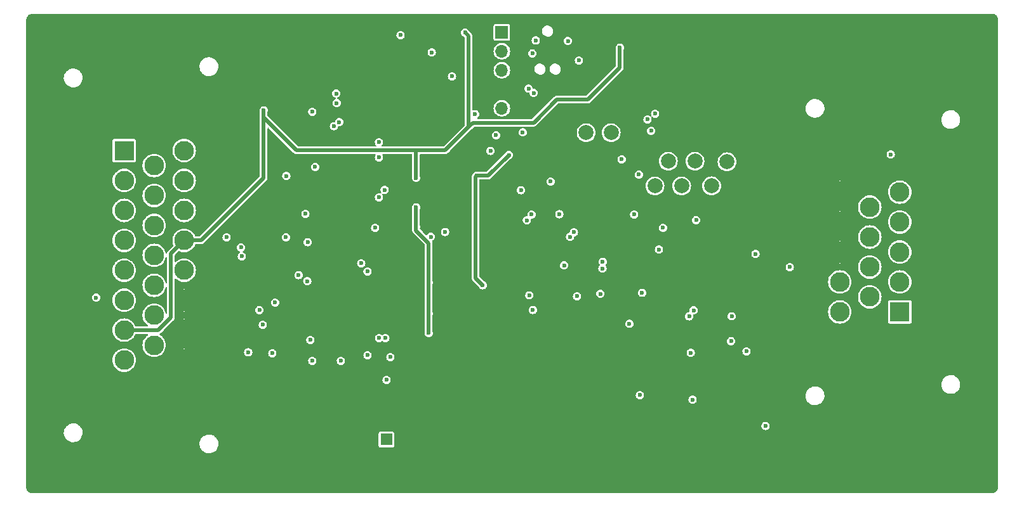
<source format=gbr>
%TF.GenerationSoftware,KiCad,Pcbnew,7.0.0-rc1-unknown-0.4.rc2.fc37*%
%TF.CreationDate,2023-02-14T20:33:30-08:00*%
%TF.ProjectId,prius_gen2,70726975-735f-4676-956e-322e6b696361,rev?*%
%TF.SameCoordinates,Original*%
%TF.FileFunction,Copper,L3,Inr*%
%TF.FilePolarity,Positive*%
%FSLAX46Y46*%
G04 Gerber Fmt 4.6, Leading zero omitted, Abs format (unit mm)*
G04 Created by KiCad (PCBNEW 7.0.0-rc1-unknown-0.4.rc2.fc37) date 2023-02-14 20:33:30*
%MOMM*%
%LPD*%
G01*
G04 APERTURE LIST*
%TA.AperFunction,ComponentPad*%
%ADD10R,1.600000X1.600000*%
%TD*%
%TA.AperFunction,ComponentPad*%
%ADD11C,1.600000*%
%TD*%
%TA.AperFunction,ComponentPad*%
%ADD12R,2.625000X2.625000*%
%TD*%
%TA.AperFunction,ComponentPad*%
%ADD13C,2.625000*%
%TD*%
%TA.AperFunction,ComponentPad*%
%ADD14R,1.700000X1.700000*%
%TD*%
%TA.AperFunction,ComponentPad*%
%ADD15O,1.700000X1.700000*%
%TD*%
%TA.AperFunction,ComponentPad*%
%ADD16C,2.000000*%
%TD*%
%TA.AperFunction,ViaPad*%
%ADD17C,0.600000*%
%TD*%
%TA.AperFunction,Conductor*%
%ADD18C,0.508000*%
%TD*%
G04 APERTURE END LIST*
D10*
%TO.N,Net-(U5-EN)*%
%TO.C,C30*%
X130873499Y-124844999D03*
D11*
%TO.N,GND*%
X130873500Y-128345000D03*
%TD*%
D12*
%TO.N,/SIN+*%
%TO.C,J3*%
X95882999Y-86254499D03*
D13*
%TO.N,/SIN-*%
X95883000Y-90254500D03*
%TO.N,/COS+*%
X95883000Y-94254500D03*
%TO.N,/COS-*%
X95883000Y-98254500D03*
%TO.N,/EXC+*%
X95883000Y-102254500D03*
%TO.N,/EXC-*%
X95883000Y-106254500D03*
%TO.N,+5V*%
X95883000Y-110254500D03*
%TO.N,unconnected-(J3-Pin_8-Pad8)*%
X95883000Y-114254500D03*
%TO.N,unconnected-(J3-Pin_9-Pad9)*%
X99883000Y-88254500D03*
%TO.N,unconnected-(J3-Pin_10-Pad10)*%
X99883000Y-92254500D03*
%TO.N,unconnected-(J3-Pin_11-Pad11)*%
X99883000Y-96254500D03*
%TO.N,unconnected-(J3-Pin_12-Pad12)*%
X99883000Y-100254500D03*
%TO.N,/MTEMP-*%
X99883000Y-104254500D03*
%TO.N,/MTEMP+*%
X99883000Y-108254500D03*
%TO.N,unconnected-(J3-Pin_15-Pad15)*%
X99883000Y-112254500D03*
%TO.N,unconnected-(J3-Pin_16-Pad16)*%
X103883000Y-86254500D03*
%TO.N,/Communication/CANL*%
X103883000Y-90254500D03*
%TO.N,/Communication/CANH*%
X103883000Y-94254500D03*
%TO.N,+5V*%
X103883000Y-98254500D03*
%TO.N,+12V*%
X103883000Y-102254500D03*
%TO.N,GND*%
X103883000Y-106254500D03*
X103883000Y-110254500D03*
X103883000Y-114254500D03*
%TD*%
D12*
%TO.N,/Connectors/GIVA*%
%TO.C,J4*%
X199322999Y-107809499D03*
D13*
%TO.N,/Connectors/MIVA*%
X199323000Y-103809500D03*
%TO.N,/Connectors/GIWA*%
X199323000Y-99809500D03*
%TO.N,/Connectors/MIWA*%
X199323000Y-95809500D03*
%TO.N,/VH*%
X199323000Y-91809500D03*
%TO.N,/MIVT*%
X195323000Y-105809500D03*
%TO.N,/MFIV*%
X195323000Y-101809500D03*
%TO.N,unconnected-(J4-Pin_8-Pad8)*%
X195323000Y-97809500D03*
%TO.N,/Connectors/MWU*%
X195323000Y-93809500D03*
%TO.N,/Connectors/MVU*%
X191323000Y-107809500D03*
%TO.N,/Connectors/MUU*%
X191323000Y-103809500D03*
%TO.N,GND*%
X191323000Y-99809500D03*
X191323000Y-95809500D03*
X191323000Y-91809500D03*
%TD*%
D14*
%TO.N,Net-(D11-A)*%
%TO.C,J5*%
X146249999Y-70454999D03*
D15*
%TO.N,/USB_D-*%
X146249999Y-72994999D03*
%TO.N,/USB_D+*%
X146249999Y-75534999D03*
%TO.N,GND*%
X146249999Y-78074999D03*
%TO.N,Net-(J5-Pin_5)*%
X146249999Y-80614999D03*
%TD*%
D16*
%TO.N,/TIM1_CH1*%
%TO.C,TP6*%
X170241000Y-90983500D03*
%TD*%
%TO.N,/TIM1_CH3N*%
%TO.C,TP3*%
X157500000Y-83871500D03*
%TD*%
%TO.N,/TIM1_CH3*%
%TO.C,TP4*%
X172019000Y-87681500D03*
%TD*%
%TO.N,/TIM1_BKIN*%
%TO.C,TP7*%
X166685000Y-90983500D03*
%TD*%
%TO.N,/UART3_RX*%
%TO.C,TP9*%
X176275000Y-87750000D03*
%TD*%
%TO.N,/UART3_TX*%
%TO.C,TP8*%
X174225000Y-90975000D03*
%TD*%
%TO.N,/TIM1_CH1N*%
%TO.C,TP1*%
X160843000Y-83871500D03*
%TD*%
%TO.N,/TIM1_CH2*%
%TO.C,TP5*%
X168463000Y-87681500D03*
%TD*%
D17*
%TO.N,GND*%
X190750000Y-84558500D03*
X168209000Y-122035000D03*
X164335500Y-85395500D03*
X208339500Y-102783000D03*
X168000000Y-94475000D03*
X158000000Y-90750000D03*
X169240000Y-98971500D03*
X114424500Y-77394500D03*
X165575000Y-89550000D03*
X148270000Y-117272500D03*
X158250000Y-93750000D03*
X144800000Y-103775000D03*
X136332000Y-126543500D03*
X145075000Y-76725000D03*
X178115000Y-117272500D03*
X166192000Y-98971500D03*
X144975000Y-79425000D03*
X149222500Y-117272500D03*
X142555000Y-130290000D03*
X146301500Y-124067000D03*
X168209000Y-123813000D03*
X144075000Y-99650000D03*
X155572500Y-131242500D03*
X152104000Y-105334500D03*
X120393500Y-70854000D03*
X179829500Y-109271500D03*
X88326000Y-106731500D03*
X140396000Y-104255000D03*
X150775000Y-91250000D03*
X150600000Y-99800000D03*
X137348000Y-94857000D03*
X156588500Y-77648500D03*
X149476500Y-109970000D03*
X128077000Y-111557500D03*
X150625000Y-101600000D03*
X163129000Y-101969000D03*
X137348000Y-88316500D03*
X113345000Y-128702500D03*
X150683000Y-126035500D03*
X141285000Y-101715000D03*
X125575000Y-89483500D03*
X130109000Y-100381500D03*
X133157000Y-111811500D03*
X145150000Y-74300000D03*
X122870000Y-128829500D03*
X142555000Y-128258000D03*
X139507000Y-130861500D03*
X144206000Y-101524500D03*
X147762000Y-109970000D03*
X126000000Y-111700000D03*
X208339500Y-100687500D03*
X166304000Y-119177500D03*
X145349000Y-130861500D03*
X177607000Y-118225000D03*
X153162000Y-85852000D03*
X147750000Y-94950000D03*
X157731500Y-130925000D03*
X157985500Y-109970000D03*
X167193000Y-101270500D03*
X175145500Y-98908000D03*
X147317500Y-117272500D03*
X132649000Y-105461500D03*
X125283000Y-106223500D03*
X143375000Y-72100000D03*
X168209000Y-122987500D03*
X154429500Y-113335500D03*
X138554500Y-81649000D03*
X85278000Y-106731500D03*
X162600000Y-104575000D03*
X123251000Y-98857500D03*
X153921500Y-131242500D03*
X154747000Y-131242500D03*
X152842000Y-113335500D03*
X157096500Y-105779000D03*
X158300000Y-100650000D03*
X154048500Y-74092500D03*
X159509500Y-109970000D03*
X112329000Y-128702500D03*
X176654500Y-76315000D03*
X127175000Y-89483500D03*
X146936500Y-118415500D03*
X114361000Y-128702500D03*
X161900000Y-88550000D03*
X123060500Y-70854000D03*
X172161000Y-98908000D03*
X126045000Y-79271500D03*
X122679500Y-76696000D03*
X142555000Y-129274000D03*
%TO.N,+3V3*%
X162225000Y-87425000D03*
X120965000Y-81077500D03*
X132737500Y-70829000D03*
X143698000Y-104255000D03*
X156271000Y-105715500D03*
X142936000Y-89586500D03*
X139600000Y-76325000D03*
X147190500Y-86856000D03*
X149921000Y-105588500D03*
X163891000Y-94793500D03*
X164526000Y-89459500D03*
X163258500Y-109396000D03*
X164653000Y-118923500D03*
X155064500Y-71616000D03*
X150378500Y-107544000D03*
%TO.N,/nRESET*%
X136903500Y-73140000D03*
X153921500Y-94764900D03*
X156525000Y-74219500D03*
%TO.N,+5V*%
X136509500Y-110618000D03*
X161986000Y-72505000D03*
X114488000Y-80887000D03*
X134808000Y-93841000D03*
X171447500Y-113272000D03*
X136509500Y-108052000D03*
X134808000Y-89904000D03*
X181417000Y-123051000D03*
X136509500Y-103887000D03*
X134808000Y-96444500D03*
X129347000Y-96571500D03*
X141350000Y-70500000D03*
%TO.N,/Resolver/VREF*%
X115631000Y-113335500D03*
X112424500Y-113208500D03*
%TO.N,Net-(U8A--)*%
X124775000Y-114351500D03*
X130871000Y-116891500D03*
%TO.N,/TIM3_CH2*%
X138681500Y-97143000D03*
X155856234Y-97159000D03*
%TO.N,/TIM3_CH1*%
X155344929Y-97786000D03*
X136776500Y-97778000D03*
%TO.N,/Communication/CANH*%
X124160000Y-78644500D03*
%TO.N,/Communication/CANL*%
X124223500Y-79914500D03*
%TO.N,+12V*%
X117505000Y-89649500D03*
X117455000Y-97849500D03*
X116005000Y-106549500D03*
%TO.N,/SWCLK*%
X149823500Y-77985618D03*
X145476000Y-84200000D03*
X150325000Y-73275000D03*
%TO.N,/SWDIO*%
X150775000Y-71550000D03*
X150501500Y-78550000D03*
X149032000Y-83825000D03*
%TO.N,/Connectors/GIWA*%
X176908500Y-108382500D03*
%TO.N,/Connectors/MIWA*%
X178877000Y-113081500D03*
%TO.N,Net-(U7B-+)*%
X176816500Y-111713000D03*
X171233675Y-108390275D03*
%TO.N,Net-(D1-K)*%
X144750000Y-86300000D03*
X152750000Y-90400000D03*
%TO.N,/CAN_TX*%
X124561600Y-82453700D03*
X150215600Y-94792800D03*
%TO.N,/CAN_RX*%
X123850400Y-83007200D03*
X149580600Y-95580200D03*
%TO.N,/TIM1_CH3*%
X166685000Y-81331500D03*
%TO.N,/TIM1_CH2*%
X165669000Y-82093500D03*
%TO.N,/TIM1_CH1*%
X166166228Y-83606728D03*
%TO.N,/Connectors/MVU*%
X184654000Y-101830500D03*
%TO.N,Net-(D7-K)*%
X114361000Y-109525500D03*
X113924194Y-107564694D03*
%TO.N,Net-(D7-A)*%
X121355000Y-88449500D03*
X111455000Y-99199500D03*
%TO.N,Net-(D8-K)*%
X119155000Y-102889500D03*
X120055000Y-94699500D03*
%TO.N,Net-(D10-A)*%
X120711000Y-111557500D03*
X120965000Y-114351500D03*
%TO.N,Net-(D9-A)*%
X120355000Y-98499500D03*
X120305000Y-103699500D03*
%TO.N,Net-(U1-BOOT0)*%
X148803000Y-91547000D03*
X142675000Y-81400000D03*
%TO.N,/EXC+*%
X109535000Y-97841500D03*
X128331000Y-113589500D03*
%TO.N,/EXC-*%
X131379000Y-113843500D03*
X111567000Y-100381500D03*
%TO.N,/SIN+*%
X129855000Y-92507500D03*
X129855000Y-87173500D03*
X127492800Y-101321300D03*
%TO.N,/SIN-*%
X128331000Y-102413500D03*
X130617000Y-91526500D03*
X129855000Y-85141500D03*
%TO.N,/COS+*%
X130718600Y-111303500D03*
%TO.N,/COS-*%
X129880400Y-111303500D03*
%TO.N,/ADC123_IN10*%
X92136000Y-105906000D03*
X154550000Y-101600000D03*
%TO.N,/ADC123_IN12*%
X159668003Y-102018003D03*
X180084750Y-100065250D03*
X167750000Y-96571500D03*
%TO.N,/ADC123_IN11*%
X172161000Y-95542500D03*
X167200000Y-99477500D03*
X159700000Y-101100000D03*
X198116000Y-86781000D03*
%TO.N,/ADC123_IN1*%
X171685500Y-119542500D03*
X159400000Y-105400000D03*
%TO.N,/ADC123_IN2*%
X171828500Y-107600000D03*
X164950000Y-105250000D03*
%TD*%
D18*
%TO.N,+3V3*%
X142936000Y-89586500D02*
X144460000Y-89586500D01*
X143698000Y-104255000D02*
X142745500Y-103302500D01*
X142745500Y-103302500D02*
X142745500Y-89777000D01*
X142745500Y-89777000D02*
X142936000Y-89586500D01*
X144460000Y-89586500D02*
X147190500Y-86856000D01*
%TO.N,+5V*%
X141813750Y-70963750D02*
X141350000Y-70500000D01*
X141813750Y-83088750D02*
X141813750Y-70963750D01*
X136509500Y-110618000D02*
X136509500Y-108052000D01*
X114488000Y-81839500D02*
X118869500Y-86221000D01*
X136509500Y-98626922D02*
X134808000Y-96925422D01*
X161986000Y-75172000D02*
X157699750Y-79458250D01*
X118869500Y-86221000D02*
X134808000Y-86221000D01*
X157699750Y-79458250D02*
X153572250Y-79458250D01*
X103883000Y-98254500D02*
X106137500Y-98254500D01*
X150492500Y-82538000D02*
X142364500Y-82538000D01*
X106137500Y-98254500D02*
X114488000Y-89904000D01*
X134808000Y-96925422D02*
X134808000Y-96444500D01*
X136509500Y-103887000D02*
X136509500Y-98626922D01*
X161986000Y-72505000D02*
X161986000Y-75172000D01*
X114488000Y-80887000D02*
X114488000Y-81839500D01*
X138681500Y-86221000D02*
X134808000Y-86221000D01*
X153572250Y-79458250D02*
X150492500Y-82538000D01*
X134808000Y-89904000D02*
X134808000Y-86221000D01*
X136509500Y-108052000D02*
X136509500Y-103887000D01*
X100424000Y-110254500D02*
X95883000Y-110254500D01*
X141813750Y-83088750D02*
X138681500Y-86221000D01*
X102116500Y-100021000D02*
X102116500Y-108562000D01*
X114488000Y-89904000D02*
X114488000Y-80887000D01*
X103883000Y-98254500D02*
X102116500Y-100021000D01*
X134808000Y-96444500D02*
X134808000Y-93841000D01*
X142364500Y-82538000D02*
X141813750Y-83088750D01*
X102116500Y-108562000D02*
X100424000Y-110254500D01*
%TD*%
%TA.AperFunction,Conductor*%
%TO.N,GND*%
G36*
X211716306Y-67989502D02*
G01*
X211838256Y-68001511D01*
X211857274Y-68005295D01*
X211969837Y-68039439D01*
X211987766Y-68046864D01*
X212091506Y-68102313D01*
X212107641Y-68113095D01*
X212198563Y-68187713D01*
X212212286Y-68201436D01*
X212286904Y-68292358D01*
X212297687Y-68308495D01*
X212353134Y-68412231D01*
X212360560Y-68430162D01*
X212394704Y-68542725D01*
X212398489Y-68561751D01*
X212410495Y-68683671D01*
X212410971Y-68693374D01*
X212410971Y-68708516D01*
X212410970Y-68754408D01*
X212410972Y-68754415D01*
X212410972Y-131225585D01*
X212410970Y-131225592D01*
X212410970Y-131225608D01*
X212410970Y-131225609D01*
X212410971Y-131286625D01*
X212410495Y-131296327D01*
X212398489Y-131418246D01*
X212394704Y-131437274D01*
X212360560Y-131549837D01*
X212353134Y-131567768D01*
X212297687Y-131671504D01*
X212286904Y-131687641D01*
X212212286Y-131778563D01*
X212198563Y-131792286D01*
X212107641Y-131866904D01*
X212091504Y-131877687D01*
X211987768Y-131933134D01*
X211969837Y-131940561D01*
X211857279Y-131974703D01*
X211838243Y-131978489D01*
X211716322Y-131990494D01*
X211706621Y-131990970D01*
X211645701Y-131990970D01*
X211645700Y-131990970D01*
X211645592Y-131990970D01*
X211645556Y-131990978D01*
X211645517Y-131990981D01*
X83533376Y-132010970D01*
X83523663Y-132010494D01*
X83401751Y-131998489D01*
X83382725Y-131994704D01*
X83270162Y-131960560D01*
X83252231Y-131953134D01*
X83148495Y-131897687D01*
X83132358Y-131886904D01*
X83041436Y-131812286D01*
X83027713Y-131798563D01*
X82953095Y-131707641D01*
X82942312Y-131691504D01*
X82940247Y-131687641D01*
X82886864Y-131587766D01*
X82879439Y-131569837D01*
X82845295Y-131457274D01*
X82841511Y-131438256D01*
X82829503Y-131316307D01*
X82829028Y-131306624D01*
X82829028Y-131296328D01*
X82829030Y-131245592D01*
X82829028Y-131245585D01*
X82829028Y-125510830D01*
X105928710Y-125510830D01*
X105929305Y-125515228D01*
X105929306Y-125515232D01*
X105958328Y-125729486D01*
X105958330Y-125729495D01*
X105958925Y-125733887D01*
X105960295Y-125738105D01*
X105960296Y-125738107D01*
X106027110Y-125943741D01*
X106027113Y-125943749D01*
X106028483Y-125947964D01*
X106030587Y-125951874D01*
X106030588Y-125951876D01*
X106133039Y-126142263D01*
X106133042Y-126142268D01*
X106135148Y-126146181D01*
X106275492Y-126322166D01*
X106445004Y-126470265D01*
X106638236Y-126585715D01*
X106848976Y-126664807D01*
X107070453Y-126705000D01*
X107236932Y-126705000D01*
X107239155Y-126705000D01*
X107407188Y-126689877D01*
X107624170Y-126629993D01*
X107826973Y-126532329D01*
X108009078Y-126400022D01*
X108164632Y-126237325D01*
X108288635Y-126049468D01*
X108377103Y-125842488D01*
X108416546Y-125669674D01*
X129823000Y-125669674D01*
X129823946Y-125674432D01*
X129823947Y-125674437D01*
X129835631Y-125733177D01*
X129835632Y-125733180D01*
X129837534Y-125742740D01*
X129892899Y-125825601D01*
X129975760Y-125880966D01*
X130048826Y-125895500D01*
X131693316Y-125895500D01*
X131698174Y-125895500D01*
X131771240Y-125880966D01*
X131854101Y-125825601D01*
X131909466Y-125742740D01*
X131924000Y-125669674D01*
X131924000Y-124020326D01*
X131909466Y-123947260D01*
X131854101Y-123864399D01*
X131771240Y-123809034D01*
X131761680Y-123807132D01*
X131761677Y-123807131D01*
X131702937Y-123795447D01*
X131702932Y-123795446D01*
X131698174Y-123794500D01*
X130048826Y-123794500D01*
X130044068Y-123795446D01*
X130044062Y-123795447D01*
X129985322Y-123807131D01*
X129985317Y-123807132D01*
X129975760Y-123809034D01*
X129967656Y-123814448D01*
X129967653Y-123814450D01*
X129901008Y-123858980D01*
X129901005Y-123858982D01*
X129892899Y-123864399D01*
X129887482Y-123872505D01*
X129887480Y-123872508D01*
X129842950Y-123939153D01*
X129842948Y-123939156D01*
X129837534Y-123947260D01*
X129835632Y-123956817D01*
X129835631Y-123956822D01*
X129823947Y-124015562D01*
X129823946Y-124015568D01*
X129823000Y-124020326D01*
X129823000Y-125669674D01*
X108416546Y-125669674D01*
X108427191Y-125623037D01*
X108437290Y-125398170D01*
X108407075Y-125175113D01*
X108337517Y-124961036D01*
X108230852Y-124762819D01*
X108090508Y-124586834D01*
X108051988Y-124553180D01*
X107924343Y-124441659D01*
X107924341Y-124441658D01*
X107920996Y-124438735D01*
X107917182Y-124436456D01*
X107731581Y-124325565D01*
X107731576Y-124325562D01*
X107727764Y-124323285D01*
X107517024Y-124244193D01*
X107512654Y-124243399D01*
X107512647Y-124243398D01*
X107299917Y-124204793D01*
X107299916Y-124204792D01*
X107295547Y-124204000D01*
X107126845Y-124204000D01*
X107124642Y-124204198D01*
X107124625Y-124204199D01*
X106963242Y-124218724D01*
X106963238Y-124218724D01*
X106958812Y-124219123D01*
X106954526Y-124220305D01*
X106954525Y-124220306D01*
X106746114Y-124277824D01*
X106746107Y-124277826D01*
X106741830Y-124279007D01*
X106737831Y-124280932D01*
X106737825Y-124280935D01*
X106543030Y-124374742D01*
X106543019Y-124374748D01*
X106539027Y-124376671D01*
X106535437Y-124379278D01*
X106535434Y-124379281D01*
X106360515Y-124506367D01*
X106360511Y-124506370D01*
X106356922Y-124508978D01*
X106353856Y-124512183D01*
X106353851Y-124512189D01*
X106204439Y-124668462D01*
X106204434Y-124668467D01*
X106201368Y-124671675D01*
X106198926Y-124675372D01*
X106198919Y-124675383D01*
X106079815Y-124855819D01*
X106079810Y-124855826D01*
X106077365Y-124859532D01*
X106075618Y-124863619D01*
X106075616Y-124863623D01*
X105990646Y-125062418D01*
X105990643Y-125062426D01*
X105988897Y-125066512D01*
X105987907Y-125070847D01*
X105987906Y-125070852D01*
X105939797Y-125281631D01*
X105939795Y-125281639D01*
X105938809Y-125285963D01*
X105938609Y-125290396D01*
X105938609Y-125290403D01*
X105933570Y-125402610D01*
X105928710Y-125510830D01*
X82829028Y-125510830D01*
X82829028Y-124010830D01*
X87828710Y-124010830D01*
X87829305Y-124015228D01*
X87829306Y-124015232D01*
X87858328Y-124229486D01*
X87858330Y-124229495D01*
X87858925Y-124233887D01*
X87860295Y-124238105D01*
X87860296Y-124238107D01*
X87927110Y-124443741D01*
X87927113Y-124443749D01*
X87928483Y-124447964D01*
X87930587Y-124451874D01*
X87930588Y-124451876D01*
X88033039Y-124642263D01*
X88033042Y-124642268D01*
X88035148Y-124646181D01*
X88175492Y-124822166D01*
X88345004Y-124970265D01*
X88538236Y-125085715D01*
X88748976Y-125164807D01*
X88970453Y-125205000D01*
X89136932Y-125205000D01*
X89139155Y-125205000D01*
X89307188Y-125189877D01*
X89524170Y-125129993D01*
X89726973Y-125032329D01*
X89909078Y-124900022D01*
X90064632Y-124737325D01*
X90188635Y-124549468D01*
X90277103Y-124342488D01*
X90327191Y-124123037D01*
X90337290Y-123898170D01*
X90307075Y-123675113D01*
X90237517Y-123461036D01*
X90166264Y-123328625D01*
X90132960Y-123266736D01*
X90132959Y-123266734D01*
X90130852Y-123262819D01*
X89990508Y-123086834D01*
X89949493Y-123051000D01*
X180861750Y-123051000D01*
X180862597Y-123057433D01*
X180878125Y-123175383D01*
X180880670Y-123194709D01*
X180883151Y-123200699D01*
X180883152Y-123200702D01*
X180910504Y-123266736D01*
X180936139Y-123328625D01*
X181024379Y-123443621D01*
X181139375Y-123531861D01*
X181273291Y-123587330D01*
X181417000Y-123606250D01*
X181560709Y-123587330D01*
X181694625Y-123531861D01*
X181809621Y-123443621D01*
X181897861Y-123328625D01*
X181953330Y-123194709D01*
X181972250Y-123051000D01*
X181953330Y-122907291D01*
X181897861Y-122773375D01*
X181809621Y-122658379D01*
X181694625Y-122570139D01*
X181688626Y-122567654D01*
X181566702Y-122517152D01*
X181566699Y-122517151D01*
X181560709Y-122514670D01*
X181554278Y-122513823D01*
X181554277Y-122513823D01*
X181423433Y-122496597D01*
X181417000Y-122495750D01*
X181410567Y-122496597D01*
X181279722Y-122513823D01*
X181279719Y-122513823D01*
X181273291Y-122514670D01*
X181267302Y-122517150D01*
X181267297Y-122517152D01*
X181145373Y-122567654D01*
X181145369Y-122567656D01*
X181139375Y-122570139D01*
X181134231Y-122574086D01*
X181134226Y-122574089D01*
X181029527Y-122654428D01*
X181029523Y-122654431D01*
X181024379Y-122658379D01*
X181020431Y-122663523D01*
X181020428Y-122663527D01*
X180940089Y-122768226D01*
X180940086Y-122768231D01*
X180936139Y-122773375D01*
X180933656Y-122779369D01*
X180933654Y-122779373D01*
X180883152Y-122901297D01*
X180883150Y-122901302D01*
X180880670Y-122907291D01*
X180861750Y-123051000D01*
X89949493Y-123051000D01*
X89942130Y-123044567D01*
X89824343Y-122941659D01*
X89824341Y-122941658D01*
X89820996Y-122938735D01*
X89817182Y-122936456D01*
X89631581Y-122825565D01*
X89631576Y-122825562D01*
X89627764Y-122823285D01*
X89417024Y-122744193D01*
X89412654Y-122743399D01*
X89412647Y-122743398D01*
X89199917Y-122704793D01*
X89199916Y-122704792D01*
X89195547Y-122704000D01*
X89026845Y-122704000D01*
X89024642Y-122704198D01*
X89024625Y-122704199D01*
X88863242Y-122718724D01*
X88863238Y-122718724D01*
X88858812Y-122719123D01*
X88854526Y-122720305D01*
X88854525Y-122720306D01*
X88646114Y-122777824D01*
X88646107Y-122777826D01*
X88641830Y-122779007D01*
X88637831Y-122780932D01*
X88637825Y-122780935D01*
X88443030Y-122874742D01*
X88443019Y-122874748D01*
X88439027Y-122876671D01*
X88435437Y-122879278D01*
X88435434Y-122879281D01*
X88260515Y-123006367D01*
X88260511Y-123006370D01*
X88256922Y-123008978D01*
X88253856Y-123012183D01*
X88253851Y-123012189D01*
X88104439Y-123168462D01*
X88104434Y-123168467D01*
X88101368Y-123171675D01*
X88098926Y-123175372D01*
X88098919Y-123175383D01*
X87979815Y-123355819D01*
X87979810Y-123355826D01*
X87977365Y-123359532D01*
X87975618Y-123363619D01*
X87975616Y-123363623D01*
X87890646Y-123562418D01*
X87890643Y-123562426D01*
X87888897Y-123566512D01*
X87887907Y-123570847D01*
X87887906Y-123570852D01*
X87839797Y-123781631D01*
X87839795Y-123781639D01*
X87838809Y-123785963D01*
X87838609Y-123790396D01*
X87838609Y-123790403D01*
X87828909Y-124006388D01*
X87828710Y-124010830D01*
X82829028Y-124010830D01*
X82829028Y-119542500D01*
X171130250Y-119542500D01*
X171149170Y-119686209D01*
X171151651Y-119692199D01*
X171151652Y-119692202D01*
X171156812Y-119704659D01*
X171204639Y-119820125D01*
X171292879Y-119935121D01*
X171407875Y-120023361D01*
X171541791Y-120078830D01*
X171685500Y-120097750D01*
X171829209Y-120078830D01*
X171963125Y-120023361D01*
X172078121Y-119935121D01*
X172166361Y-119820125D01*
X172221830Y-119686209D01*
X172240750Y-119542500D01*
X172221830Y-119398791D01*
X172166361Y-119264875D01*
X172078121Y-119149879D01*
X171968587Y-119065830D01*
X186768710Y-119065830D01*
X186769305Y-119070228D01*
X186769306Y-119070232D01*
X186798328Y-119284486D01*
X186798330Y-119284495D01*
X186798925Y-119288887D01*
X186800295Y-119293105D01*
X186800296Y-119293107D01*
X186867110Y-119498741D01*
X186867113Y-119498749D01*
X186868483Y-119502964D01*
X186870587Y-119506874D01*
X186870588Y-119506876D01*
X186973039Y-119697263D01*
X186973042Y-119697268D01*
X186975148Y-119701181D01*
X187115492Y-119877166D01*
X187285004Y-120025265D01*
X187478236Y-120140715D01*
X187688976Y-120219807D01*
X187910453Y-120260000D01*
X188076932Y-120260000D01*
X188079155Y-120260000D01*
X188247188Y-120244877D01*
X188464170Y-120184993D01*
X188666973Y-120087329D01*
X188849078Y-119955022D01*
X189004632Y-119792325D01*
X189128635Y-119604468D01*
X189217103Y-119397488D01*
X189267191Y-119178037D01*
X189277290Y-118953170D01*
X189247075Y-118730113D01*
X189196710Y-118575106D01*
X189178889Y-118520258D01*
X189178888Y-118520256D01*
X189177517Y-118516036D01*
X189070852Y-118317819D01*
X188930508Y-118141834D01*
X188891988Y-118108180D01*
X188764343Y-117996659D01*
X188764341Y-117996658D01*
X188760996Y-117993735D01*
X188757182Y-117991456D01*
X188571581Y-117880565D01*
X188571576Y-117880562D01*
X188567764Y-117878285D01*
X188357024Y-117799193D01*
X188352654Y-117798399D01*
X188352647Y-117798398D01*
X188139917Y-117759793D01*
X188139916Y-117759792D01*
X188135547Y-117759000D01*
X187966845Y-117759000D01*
X187964642Y-117759198D01*
X187964625Y-117759199D01*
X187803242Y-117773724D01*
X187803238Y-117773724D01*
X187798812Y-117774123D01*
X187794526Y-117775305D01*
X187794525Y-117775306D01*
X187586114Y-117832824D01*
X187586107Y-117832826D01*
X187581830Y-117834007D01*
X187577831Y-117835932D01*
X187577825Y-117835935D01*
X187383030Y-117929742D01*
X187383019Y-117929748D01*
X187379027Y-117931671D01*
X187375437Y-117934278D01*
X187375434Y-117934281D01*
X187200515Y-118061367D01*
X187200511Y-118061370D01*
X187196922Y-118063978D01*
X187193856Y-118067183D01*
X187193851Y-118067189D01*
X187044439Y-118223462D01*
X187044434Y-118223467D01*
X187041368Y-118226675D01*
X187038926Y-118230372D01*
X187038919Y-118230383D01*
X186919815Y-118410819D01*
X186919810Y-118410826D01*
X186917365Y-118414532D01*
X186915618Y-118418619D01*
X186915616Y-118418623D01*
X186830646Y-118617418D01*
X186830643Y-118617426D01*
X186828897Y-118621512D01*
X186827907Y-118625847D01*
X186827906Y-118625852D01*
X186779797Y-118836631D01*
X186779795Y-118836639D01*
X186778809Y-118840963D01*
X186778609Y-118845396D01*
X186778609Y-118845403D01*
X186768909Y-119061388D01*
X186768710Y-119065830D01*
X171968587Y-119065830D01*
X171963125Y-119061639D01*
X171957126Y-119059154D01*
X171835202Y-119008652D01*
X171835199Y-119008651D01*
X171829209Y-119006170D01*
X171822778Y-119005323D01*
X171822777Y-119005323D01*
X171691933Y-118988097D01*
X171685500Y-118987250D01*
X171679067Y-118988097D01*
X171548222Y-119005323D01*
X171548219Y-119005323D01*
X171541791Y-119006170D01*
X171535802Y-119008650D01*
X171535797Y-119008652D01*
X171413873Y-119059154D01*
X171413869Y-119059156D01*
X171407875Y-119061639D01*
X171402731Y-119065586D01*
X171402726Y-119065589D01*
X171298027Y-119145928D01*
X171298023Y-119145931D01*
X171292879Y-119149879D01*
X171288931Y-119155023D01*
X171288928Y-119155027D01*
X171208589Y-119259726D01*
X171208586Y-119259731D01*
X171204639Y-119264875D01*
X171202156Y-119270869D01*
X171202154Y-119270873D01*
X171151652Y-119392797D01*
X171151650Y-119392802D01*
X171149170Y-119398791D01*
X171148323Y-119405219D01*
X171148323Y-119405222D01*
X171138643Y-119478750D01*
X171130250Y-119542500D01*
X82829028Y-119542500D01*
X82829028Y-118923500D01*
X164097750Y-118923500D01*
X164098597Y-118929933D01*
X164115609Y-119059154D01*
X164116670Y-119067209D01*
X164119151Y-119073199D01*
X164119152Y-119073202D01*
X164153045Y-119155027D01*
X164172139Y-119201125D01*
X164176088Y-119206271D01*
X164176089Y-119206273D01*
X164242720Y-119293107D01*
X164260379Y-119316121D01*
X164375375Y-119404361D01*
X164509291Y-119459830D01*
X164653000Y-119478750D01*
X164796709Y-119459830D01*
X164930625Y-119404361D01*
X165045621Y-119316121D01*
X165133861Y-119201125D01*
X165189330Y-119067209D01*
X165208250Y-118923500D01*
X165189330Y-118779791D01*
X165133861Y-118645875D01*
X165045621Y-118530879D01*
X164930625Y-118442639D01*
X164924626Y-118440154D01*
X164802702Y-118389652D01*
X164802699Y-118389651D01*
X164796709Y-118387170D01*
X164790278Y-118386323D01*
X164790277Y-118386323D01*
X164659433Y-118369097D01*
X164653000Y-118368250D01*
X164646567Y-118369097D01*
X164515722Y-118386323D01*
X164515719Y-118386323D01*
X164509291Y-118387170D01*
X164503302Y-118389650D01*
X164503297Y-118389652D01*
X164381373Y-118440154D01*
X164381369Y-118440156D01*
X164375375Y-118442639D01*
X164370231Y-118446586D01*
X164370226Y-118446589D01*
X164265527Y-118526928D01*
X164265523Y-118526931D01*
X164260379Y-118530879D01*
X164256431Y-118536023D01*
X164256428Y-118536027D01*
X164176089Y-118640726D01*
X164176086Y-118640731D01*
X164172139Y-118645875D01*
X164169656Y-118651869D01*
X164169654Y-118651873D01*
X164119152Y-118773797D01*
X164119150Y-118773802D01*
X164116670Y-118779791D01*
X164097750Y-118923500D01*
X82829028Y-118923500D01*
X82829028Y-117565830D01*
X204868710Y-117565830D01*
X204869305Y-117570228D01*
X204869306Y-117570232D01*
X204898328Y-117784486D01*
X204898330Y-117784495D01*
X204898925Y-117788887D01*
X204900295Y-117793105D01*
X204900296Y-117793107D01*
X204967110Y-117998741D01*
X204967113Y-117998749D01*
X204968483Y-118002964D01*
X204970587Y-118006874D01*
X204970588Y-118006876D01*
X205073039Y-118197263D01*
X205073042Y-118197268D01*
X205075148Y-118201181D01*
X205215492Y-118377166D01*
X205385004Y-118525265D01*
X205578236Y-118640715D01*
X205788976Y-118719807D01*
X206010453Y-118760000D01*
X206176932Y-118760000D01*
X206179155Y-118760000D01*
X206347188Y-118744877D01*
X206564170Y-118684993D01*
X206766973Y-118587329D01*
X206949078Y-118455022D01*
X207104632Y-118292325D01*
X207228635Y-118104468D01*
X207317103Y-117897488D01*
X207367191Y-117678037D01*
X207377290Y-117453170D01*
X207347075Y-117230113D01*
X207277517Y-117016036D01*
X207170852Y-116817819D01*
X207030508Y-116641834D01*
X206992613Y-116608726D01*
X206864343Y-116496659D01*
X206864341Y-116496658D01*
X206860996Y-116493735D01*
X206857182Y-116491456D01*
X206671581Y-116380565D01*
X206671576Y-116380562D01*
X206667764Y-116378285D01*
X206457024Y-116299193D01*
X206452654Y-116298399D01*
X206452647Y-116298398D01*
X206239917Y-116259793D01*
X206239916Y-116259792D01*
X206235547Y-116259000D01*
X206066845Y-116259000D01*
X206064642Y-116259198D01*
X206064625Y-116259199D01*
X205903242Y-116273724D01*
X205903238Y-116273724D01*
X205898812Y-116274123D01*
X205894526Y-116275305D01*
X205894525Y-116275306D01*
X205686114Y-116332824D01*
X205686107Y-116332826D01*
X205681830Y-116334007D01*
X205677831Y-116335932D01*
X205677825Y-116335935D01*
X205483030Y-116429742D01*
X205483019Y-116429748D01*
X205479027Y-116431671D01*
X205475437Y-116434278D01*
X205475434Y-116434281D01*
X205300515Y-116561367D01*
X205300511Y-116561370D01*
X205296922Y-116563978D01*
X205293856Y-116567183D01*
X205293851Y-116567189D01*
X205144439Y-116723462D01*
X205144434Y-116723467D01*
X205141368Y-116726675D01*
X205138926Y-116730372D01*
X205138919Y-116730383D01*
X205019815Y-116910819D01*
X205019810Y-116910826D01*
X205017365Y-116914532D01*
X205015618Y-116918619D01*
X205015616Y-116918623D01*
X204930646Y-117117418D01*
X204930643Y-117117426D01*
X204928897Y-117121512D01*
X204927907Y-117125847D01*
X204927906Y-117125852D01*
X204879797Y-117336631D01*
X204879795Y-117336639D01*
X204878809Y-117340963D01*
X204878609Y-117345396D01*
X204878609Y-117345403D01*
X204873570Y-117457610D01*
X204868710Y-117565830D01*
X82829028Y-117565830D01*
X82829028Y-116891500D01*
X130315750Y-116891500D01*
X130316597Y-116897933D01*
X130332701Y-117020258D01*
X130334670Y-117035209D01*
X130337151Y-117041199D01*
X130337152Y-117041202D01*
X130370417Y-117121512D01*
X130390139Y-117169125D01*
X130478379Y-117284121D01*
X130593375Y-117372361D01*
X130727291Y-117427830D01*
X130871000Y-117446750D01*
X131014709Y-117427830D01*
X131148625Y-117372361D01*
X131263621Y-117284121D01*
X131351861Y-117169125D01*
X131407330Y-117035209D01*
X131426250Y-116891500D01*
X131407330Y-116747791D01*
X131351861Y-116613875D01*
X131263621Y-116498879D01*
X131179436Y-116434281D01*
X131153773Y-116414589D01*
X131153771Y-116414588D01*
X131148625Y-116410639D01*
X131142626Y-116408154D01*
X131020702Y-116357652D01*
X131020699Y-116357651D01*
X131014709Y-116355170D01*
X131008278Y-116354323D01*
X131008277Y-116354323D01*
X130877433Y-116337097D01*
X130871000Y-116336250D01*
X130864567Y-116337097D01*
X130733722Y-116354323D01*
X130733719Y-116354323D01*
X130727291Y-116355170D01*
X130721302Y-116357650D01*
X130721297Y-116357652D01*
X130599373Y-116408154D01*
X130599369Y-116408156D01*
X130593375Y-116410639D01*
X130588231Y-116414586D01*
X130588226Y-116414589D01*
X130483527Y-116494928D01*
X130483523Y-116494931D01*
X130478379Y-116498879D01*
X130474431Y-116504023D01*
X130474428Y-116504027D01*
X130394089Y-116608726D01*
X130394086Y-116608731D01*
X130390139Y-116613875D01*
X130387656Y-116619869D01*
X130387654Y-116619873D01*
X130337152Y-116741797D01*
X130337150Y-116741802D01*
X130334670Y-116747791D01*
X130315750Y-116891500D01*
X82829028Y-116891500D01*
X82829028Y-114254500D01*
X94315167Y-114254500D01*
X94315472Y-114258375D01*
X94334111Y-114495209D01*
X94334470Y-114499763D01*
X94335375Y-114503536D01*
X94335376Y-114503537D01*
X94364086Y-114623126D01*
X94391902Y-114738987D01*
X94393388Y-114742576D01*
X94393389Y-114742577D01*
X94453905Y-114888676D01*
X94486051Y-114966281D01*
X94614596Y-115176049D01*
X94774375Y-115363125D01*
X94961451Y-115522904D01*
X95171219Y-115651449D01*
X95398513Y-115745598D01*
X95637737Y-115803030D01*
X95883000Y-115822333D01*
X96128263Y-115803030D01*
X96298905Y-115762063D01*
X103793240Y-115762063D01*
X103801695Y-115765277D01*
X103879125Y-115771372D01*
X103886875Y-115771372D01*
X103964303Y-115765277D01*
X103972758Y-115762063D01*
X103968418Y-115754132D01*
X103892214Y-115677928D01*
X103882999Y-115672608D01*
X103873785Y-115677928D01*
X103797581Y-115754131D01*
X103793240Y-115762063D01*
X96298905Y-115762063D01*
X96367487Y-115745598D01*
X96594781Y-115651449D01*
X96804549Y-115522904D01*
X96991625Y-115363125D01*
X97151404Y-115176049D01*
X97279949Y-114966281D01*
X97374098Y-114738987D01*
X97431530Y-114499763D01*
X97443199Y-114351500D01*
X120409750Y-114351500D01*
X120428670Y-114495209D01*
X120431151Y-114501199D01*
X120431152Y-114501202D01*
X120481654Y-114623126D01*
X120484139Y-114629125D01*
X120572379Y-114744121D01*
X120687375Y-114832361D01*
X120821291Y-114887830D01*
X120965000Y-114906750D01*
X121108709Y-114887830D01*
X121242625Y-114832361D01*
X121357621Y-114744121D01*
X121445861Y-114629125D01*
X121501330Y-114495209D01*
X121520250Y-114351500D01*
X124219750Y-114351500D01*
X124238670Y-114495209D01*
X124241151Y-114501199D01*
X124241152Y-114501202D01*
X124291654Y-114623126D01*
X124294139Y-114629125D01*
X124382379Y-114744121D01*
X124497375Y-114832361D01*
X124631291Y-114887830D01*
X124775000Y-114906750D01*
X124918709Y-114887830D01*
X125052625Y-114832361D01*
X125167621Y-114744121D01*
X125255861Y-114629125D01*
X125311330Y-114495209D01*
X125330250Y-114351500D01*
X125311330Y-114207791D01*
X125255861Y-114073875D01*
X125167621Y-113958879D01*
X125052625Y-113870639D01*
X125046626Y-113868154D01*
X124924702Y-113817652D01*
X124924699Y-113817651D01*
X124918709Y-113815170D01*
X124912278Y-113814323D01*
X124912277Y-113814323D01*
X124781433Y-113797097D01*
X124775000Y-113796250D01*
X124768567Y-113797097D01*
X124637722Y-113814323D01*
X124637719Y-113814323D01*
X124631291Y-113815170D01*
X124625302Y-113817650D01*
X124625297Y-113817652D01*
X124503373Y-113868154D01*
X124503369Y-113868156D01*
X124497375Y-113870639D01*
X124492231Y-113874586D01*
X124492226Y-113874589D01*
X124387527Y-113954928D01*
X124387523Y-113954931D01*
X124382379Y-113958879D01*
X124378431Y-113964023D01*
X124378428Y-113964027D01*
X124298089Y-114068726D01*
X124298086Y-114068731D01*
X124294139Y-114073875D01*
X124291656Y-114079869D01*
X124291654Y-114079873D01*
X124241152Y-114201797D01*
X124241150Y-114201802D01*
X124238670Y-114207791D01*
X124237823Y-114214219D01*
X124237823Y-114214222D01*
X124232010Y-114258375D01*
X124219750Y-114351500D01*
X121520250Y-114351500D01*
X121501330Y-114207791D01*
X121445861Y-114073875D01*
X121357621Y-113958879D01*
X121242625Y-113870639D01*
X121236626Y-113868154D01*
X121114702Y-113817652D01*
X121114699Y-113817651D01*
X121108709Y-113815170D01*
X121102278Y-113814323D01*
X121102277Y-113814323D01*
X120971433Y-113797097D01*
X120965000Y-113796250D01*
X120958567Y-113797097D01*
X120827722Y-113814323D01*
X120827719Y-113814323D01*
X120821291Y-113815170D01*
X120815302Y-113817650D01*
X120815297Y-113817652D01*
X120693373Y-113868154D01*
X120693369Y-113868156D01*
X120687375Y-113870639D01*
X120682231Y-113874586D01*
X120682226Y-113874589D01*
X120577527Y-113954928D01*
X120577523Y-113954931D01*
X120572379Y-113958879D01*
X120568431Y-113964023D01*
X120568428Y-113964027D01*
X120488089Y-114068726D01*
X120488086Y-114068731D01*
X120484139Y-114073875D01*
X120481656Y-114079869D01*
X120481654Y-114079873D01*
X120431152Y-114201797D01*
X120431150Y-114201802D01*
X120428670Y-114207791D01*
X120427823Y-114214219D01*
X120427823Y-114214222D01*
X120422010Y-114258375D01*
X120409750Y-114351500D01*
X97443199Y-114351500D01*
X97450528Y-114258375D01*
X102366128Y-114258375D01*
X102372221Y-114335806D01*
X102375434Y-114344258D01*
X102383368Y-114339916D01*
X102459569Y-114263716D01*
X102464891Y-114254499D01*
X105301108Y-114254499D01*
X105306428Y-114263714D01*
X105382632Y-114339918D01*
X105390563Y-114344258D01*
X105393777Y-114335803D01*
X105399872Y-114258375D01*
X105399872Y-114250625D01*
X105393777Y-114173195D01*
X105390563Y-114164740D01*
X105382631Y-114169081D01*
X105306428Y-114245285D01*
X105301108Y-114254499D01*
X102464891Y-114254499D01*
X102459571Y-114245285D01*
X102383366Y-114169080D01*
X102375434Y-114164740D01*
X102372221Y-114173192D01*
X102366128Y-114250625D01*
X102366128Y-114258375D01*
X97450528Y-114258375D01*
X97450833Y-114254500D01*
X97431530Y-114009237D01*
X97374098Y-113770013D01*
X97279949Y-113542719D01*
X97151404Y-113332951D01*
X97133403Y-113311875D01*
X96994153Y-113148835D01*
X96991625Y-113145875D01*
X96904218Y-113071222D01*
X96807500Y-112988616D01*
X96807496Y-112988613D01*
X96804549Y-112986096D01*
X96594781Y-112857551D01*
X96591189Y-112856063D01*
X96591185Y-112856061D01*
X96371077Y-112764889D01*
X96371076Y-112764888D01*
X96367487Y-112763402D01*
X96363712Y-112762495D01*
X96363710Y-112762495D01*
X96132037Y-112706876D01*
X96132036Y-112706875D01*
X96128263Y-112705970D01*
X96124396Y-112705665D01*
X96124392Y-112705665D01*
X95886875Y-112686972D01*
X95883000Y-112686667D01*
X95879125Y-112686972D01*
X95641607Y-112705665D01*
X95641601Y-112705665D01*
X95637737Y-112705970D01*
X95633965Y-112706875D01*
X95633962Y-112706876D01*
X95402289Y-112762495D01*
X95402283Y-112762496D01*
X95398513Y-112763402D01*
X95394927Y-112764887D01*
X95394922Y-112764889D01*
X95174814Y-112856061D01*
X95174804Y-112856065D01*
X95171219Y-112857551D01*
X95167908Y-112859579D01*
X95167902Y-112859583D01*
X94993786Y-112966281D01*
X94961451Y-112986096D01*
X94958508Y-112988608D01*
X94958499Y-112988616D01*
X94777335Y-113143346D01*
X94777328Y-113143352D01*
X94774375Y-113145875D01*
X94771852Y-113148828D01*
X94771846Y-113148835D01*
X94617116Y-113329999D01*
X94617108Y-113330008D01*
X94614596Y-113332951D01*
X94612569Y-113336257D01*
X94612568Y-113336260D01*
X94488083Y-113539402D01*
X94488079Y-113539408D01*
X94486051Y-113542719D01*
X94484565Y-113546304D01*
X94484561Y-113546314D01*
X94394847Y-113762903D01*
X94391902Y-113770013D01*
X94390996Y-113773783D01*
X94390995Y-113773789D01*
X94335376Y-114005462D01*
X94334470Y-114009237D01*
X94334165Y-114013101D01*
X94334165Y-114013107D01*
X94326136Y-114115126D01*
X94315167Y-114254500D01*
X82829028Y-114254500D01*
X82829028Y-110254500D01*
X94315167Y-110254500D01*
X94315472Y-110258375D01*
X94331993Y-110468297D01*
X94334470Y-110499763D01*
X94335375Y-110503536D01*
X94335376Y-110503537D01*
X94387558Y-110720895D01*
X94391902Y-110738987D01*
X94393388Y-110742576D01*
X94393389Y-110742577D01*
X94477395Y-110945386D01*
X94486051Y-110966281D01*
X94614596Y-111176049D01*
X94617113Y-111178996D01*
X94617116Y-111179000D01*
X94748604Y-111332951D01*
X94774375Y-111363125D01*
X94961451Y-111522904D01*
X95171219Y-111651449D01*
X95398513Y-111745598D01*
X95637737Y-111803030D01*
X95883000Y-111822333D01*
X96128263Y-111803030D01*
X96367487Y-111745598D01*
X96594781Y-111651449D01*
X96804549Y-111522904D01*
X96991625Y-111363125D01*
X97151404Y-111176049D01*
X97279949Y-110966281D01*
X97330724Y-110843700D01*
X97340494Y-110820114D01*
X97376957Y-110775684D01*
X97431958Y-110759000D01*
X98981010Y-110759000D01*
X99030060Y-110772005D01*
X99066223Y-110807605D01*
X99079998Y-110856445D01*
X99067764Y-110905694D01*
X99032737Y-110942411D01*
X98964768Y-110984061D01*
X98964747Y-110984076D01*
X98961451Y-110986096D01*
X98958508Y-110988608D01*
X98958499Y-110988616D01*
X98777335Y-111143346D01*
X98777328Y-111143352D01*
X98774375Y-111145875D01*
X98771852Y-111148828D01*
X98771846Y-111148835D01*
X98617116Y-111329999D01*
X98617108Y-111330008D01*
X98614596Y-111332951D01*
X98612569Y-111336257D01*
X98612568Y-111336260D01*
X98488083Y-111539402D01*
X98488079Y-111539408D01*
X98486051Y-111542719D01*
X98484565Y-111546304D01*
X98484561Y-111546314D01*
X98393389Y-111766422D01*
X98391902Y-111770013D01*
X98390996Y-111773783D01*
X98390995Y-111773789D01*
X98338938Y-111990625D01*
X98334470Y-112009237D01*
X98334165Y-112013101D01*
X98334165Y-112013107D01*
X98326884Y-112105621D01*
X98315167Y-112254500D01*
X98334470Y-112499763D01*
X98335375Y-112503536D01*
X98335376Y-112503537D01*
X98389177Y-112727639D01*
X98391902Y-112738987D01*
X98393388Y-112742576D01*
X98393389Y-112742577D01*
X98478489Y-112948027D01*
X98486051Y-112966281D01*
X98614596Y-113176049D01*
X98617113Y-113178996D01*
X98617116Y-113179000D01*
X98771846Y-113360164D01*
X98774375Y-113363125D01*
X98777335Y-113365653D01*
X98918388Y-113486125D01*
X98961451Y-113522904D01*
X99171219Y-113651449D01*
X99398513Y-113745598D01*
X99637737Y-113803030D01*
X99883000Y-113822333D01*
X100128263Y-113803030D01*
X100367487Y-113745598D01*
X100594781Y-113651449D01*
X100804549Y-113522904D01*
X100991625Y-113363125D01*
X101123688Y-113208500D01*
X111869250Y-113208500D01*
X111870097Y-113214933D01*
X111885634Y-113332951D01*
X111888170Y-113352209D01*
X111890651Y-113358199D01*
X111890652Y-113358202D01*
X111926932Y-113445791D01*
X111943639Y-113486125D01*
X111947588Y-113491271D01*
X111947589Y-113491273D01*
X112000883Y-113560726D01*
X112031879Y-113601121D01*
X112146875Y-113689361D01*
X112280791Y-113744830D01*
X112424500Y-113763750D01*
X112568209Y-113744830D01*
X112702125Y-113689361D01*
X112817121Y-113601121D01*
X112905361Y-113486125D01*
X112960830Y-113352209D01*
X112963030Y-113335500D01*
X115075750Y-113335500D01*
X115094670Y-113479209D01*
X115097151Y-113485199D01*
X115097152Y-113485202D01*
X115133052Y-113571873D01*
X115150139Y-113613125D01*
X115154088Y-113618271D01*
X115154089Y-113618273D01*
X115221575Y-113706222D01*
X115238379Y-113728121D01*
X115353375Y-113816361D01*
X115487291Y-113871830D01*
X115631000Y-113890750D01*
X115774709Y-113871830D01*
X115908625Y-113816361D01*
X116023621Y-113728121D01*
X116111861Y-113613125D01*
X116121647Y-113589500D01*
X127775750Y-113589500D01*
X127794670Y-113733209D01*
X127797151Y-113739199D01*
X127797152Y-113739202D01*
X127833622Y-113827250D01*
X127850139Y-113867125D01*
X127938379Y-113982121D01*
X128053375Y-114070361D01*
X128187291Y-114125830D01*
X128331000Y-114144750D01*
X128474709Y-114125830D01*
X128608625Y-114070361D01*
X128723621Y-113982121D01*
X128811861Y-113867125D01*
X128821647Y-113843500D01*
X130823750Y-113843500D01*
X130842670Y-113987209D01*
X130845151Y-113993199D01*
X130845152Y-113993202D01*
X130881052Y-114079873D01*
X130898139Y-114121125D01*
X130902088Y-114126271D01*
X130902089Y-114126273D01*
X130969575Y-114214222D01*
X130986379Y-114236121D01*
X131101375Y-114324361D01*
X131235291Y-114379830D01*
X131379000Y-114398750D01*
X131522709Y-114379830D01*
X131656625Y-114324361D01*
X131771621Y-114236121D01*
X131859861Y-114121125D01*
X131915330Y-113987209D01*
X131934250Y-113843500D01*
X131915330Y-113699791D01*
X131859861Y-113565875D01*
X131771621Y-113450879D01*
X131656625Y-113362639D01*
X131650626Y-113360154D01*
X131528702Y-113309652D01*
X131528699Y-113309651D01*
X131522709Y-113307170D01*
X131516278Y-113306323D01*
X131516277Y-113306323D01*
X131385433Y-113289097D01*
X131379000Y-113288250D01*
X131372567Y-113289097D01*
X131241722Y-113306323D01*
X131241719Y-113306323D01*
X131235291Y-113307170D01*
X131229302Y-113309650D01*
X131229297Y-113309652D01*
X131107373Y-113360154D01*
X131107369Y-113360156D01*
X131101375Y-113362639D01*
X131096231Y-113366586D01*
X131096226Y-113366589D01*
X130991527Y-113446928D01*
X130991523Y-113446931D01*
X130986379Y-113450879D01*
X130982431Y-113456023D01*
X130982428Y-113456027D01*
X130902089Y-113560726D01*
X130902086Y-113560731D01*
X130898139Y-113565875D01*
X130895656Y-113571869D01*
X130895654Y-113571873D01*
X130845152Y-113693797D01*
X130845150Y-113693802D01*
X130842670Y-113699791D01*
X130823750Y-113843500D01*
X128821647Y-113843500D01*
X128867330Y-113733209D01*
X128886250Y-113589500D01*
X128867330Y-113445791D01*
X128811861Y-113311875D01*
X128781264Y-113272000D01*
X170892250Y-113272000D01*
X170893097Y-113278433D01*
X170900274Y-113332951D01*
X170911170Y-113415709D01*
X170913651Y-113421699D01*
X170913652Y-113421702D01*
X170963778Y-113542719D01*
X170966639Y-113549625D01*
X170970588Y-113554771D01*
X170970589Y-113554773D01*
X171018975Y-113617830D01*
X171054879Y-113664621D01*
X171169875Y-113752861D01*
X171303791Y-113808330D01*
X171447500Y-113827250D01*
X171591209Y-113808330D01*
X171725125Y-113752861D01*
X171840121Y-113664621D01*
X171928361Y-113549625D01*
X171983830Y-113415709D01*
X172002750Y-113272000D01*
X171983830Y-113128291D01*
X171964449Y-113081500D01*
X178321750Y-113081500D01*
X178340670Y-113225209D01*
X178343151Y-113231199D01*
X178343152Y-113231202D01*
X178386353Y-113335500D01*
X178396139Y-113359125D01*
X178400088Y-113364271D01*
X178400089Y-113364273D01*
X178463513Y-113446928D01*
X178484379Y-113474121D01*
X178599375Y-113562361D01*
X178733291Y-113617830D01*
X178877000Y-113636750D01*
X179020709Y-113617830D01*
X179154625Y-113562361D01*
X179269621Y-113474121D01*
X179357861Y-113359125D01*
X179413330Y-113225209D01*
X179432250Y-113081500D01*
X179413330Y-112937791D01*
X179357861Y-112803875D01*
X179269621Y-112688879D01*
X179246742Y-112671323D01*
X179159773Y-112604589D01*
X179159771Y-112604588D01*
X179154625Y-112600639D01*
X179148626Y-112598154D01*
X179026702Y-112547652D01*
X179026699Y-112547651D01*
X179020709Y-112545170D01*
X179014278Y-112544323D01*
X179014277Y-112544323D01*
X178883433Y-112527097D01*
X178877000Y-112526250D01*
X178870567Y-112527097D01*
X178739722Y-112544323D01*
X178739719Y-112544323D01*
X178733291Y-112545170D01*
X178727302Y-112547650D01*
X178727297Y-112547652D01*
X178605373Y-112598154D01*
X178605369Y-112598156D01*
X178599375Y-112600639D01*
X178594231Y-112604586D01*
X178594226Y-112604589D01*
X178489527Y-112684928D01*
X178489523Y-112684931D01*
X178484379Y-112688879D01*
X178480431Y-112694023D01*
X178480428Y-112694027D01*
X178400089Y-112798726D01*
X178400086Y-112798731D01*
X178396139Y-112803875D01*
X178393656Y-112809869D01*
X178393654Y-112809873D01*
X178343152Y-112931797D01*
X178343150Y-112931802D01*
X178340670Y-112937791D01*
X178339823Y-112944219D01*
X178339823Y-112944222D01*
X178333898Y-112989226D01*
X178321750Y-113081500D01*
X171964449Y-113081500D01*
X171928361Y-112994375D01*
X171840121Y-112879379D01*
X171834972Y-112875428D01*
X171730273Y-112795089D01*
X171730271Y-112795088D01*
X171725125Y-112791139D01*
X171719126Y-112788654D01*
X171597202Y-112738152D01*
X171597199Y-112738151D01*
X171591209Y-112735670D01*
X171584778Y-112734823D01*
X171584777Y-112734823D01*
X171453933Y-112717597D01*
X171447500Y-112716750D01*
X171441067Y-112717597D01*
X171310222Y-112734823D01*
X171310219Y-112734823D01*
X171303791Y-112735670D01*
X171297802Y-112738150D01*
X171297797Y-112738152D01*
X171175873Y-112788654D01*
X171175869Y-112788656D01*
X171169875Y-112791139D01*
X171164731Y-112795086D01*
X171164726Y-112795089D01*
X171060027Y-112875428D01*
X171060023Y-112875431D01*
X171054879Y-112879379D01*
X171050931Y-112884523D01*
X171050928Y-112884527D01*
X170970589Y-112989226D01*
X170970586Y-112989231D01*
X170966639Y-112994375D01*
X170964156Y-113000369D01*
X170964154Y-113000373D01*
X170913652Y-113122297D01*
X170913650Y-113122302D01*
X170911170Y-113128291D01*
X170892250Y-113272000D01*
X128781264Y-113272000D01*
X128723621Y-113196879D01*
X128634236Y-113128291D01*
X128613773Y-113112589D01*
X128613771Y-113112588D01*
X128608625Y-113108639D01*
X128527574Y-113075067D01*
X128480702Y-113055652D01*
X128480699Y-113055651D01*
X128474709Y-113053170D01*
X128468278Y-113052323D01*
X128468277Y-113052323D01*
X128337433Y-113035097D01*
X128331000Y-113034250D01*
X128324567Y-113035097D01*
X128193722Y-113052323D01*
X128193719Y-113052323D01*
X128187291Y-113053170D01*
X128181302Y-113055650D01*
X128181297Y-113055652D01*
X128059373Y-113106154D01*
X128059369Y-113106156D01*
X128053375Y-113108639D01*
X128048231Y-113112586D01*
X128048226Y-113112589D01*
X127943527Y-113192928D01*
X127943523Y-113192931D01*
X127938379Y-113196879D01*
X127934431Y-113202023D01*
X127934428Y-113202027D01*
X127854089Y-113306726D01*
X127854086Y-113306731D01*
X127850139Y-113311875D01*
X127847656Y-113317869D01*
X127847654Y-113317873D01*
X127797152Y-113439797D01*
X127797150Y-113439802D01*
X127794670Y-113445791D01*
X127793823Y-113452219D01*
X127793823Y-113452222D01*
X127781436Y-113546314D01*
X127775750Y-113589500D01*
X116121647Y-113589500D01*
X116167330Y-113479209D01*
X116186250Y-113335500D01*
X116167330Y-113191791D01*
X116111861Y-113057875D01*
X116023621Y-112942879D01*
X115908625Y-112854639D01*
X115864570Y-112836391D01*
X115780702Y-112801652D01*
X115780699Y-112801651D01*
X115774709Y-112799170D01*
X115768278Y-112798323D01*
X115768277Y-112798323D01*
X115637433Y-112781097D01*
X115631000Y-112780250D01*
X115624567Y-112781097D01*
X115493722Y-112798323D01*
X115493719Y-112798323D01*
X115487291Y-112799170D01*
X115481302Y-112801650D01*
X115481297Y-112801652D01*
X115359373Y-112852154D01*
X115359369Y-112852156D01*
X115353375Y-112854639D01*
X115348231Y-112858586D01*
X115348226Y-112858589D01*
X115243527Y-112938928D01*
X115243523Y-112938931D01*
X115238379Y-112942879D01*
X115234431Y-112948023D01*
X115234428Y-112948027D01*
X115154089Y-113052726D01*
X115154086Y-113052731D01*
X115150139Y-113057875D01*
X115147656Y-113063869D01*
X115147654Y-113063873D01*
X115097152Y-113185797D01*
X115097150Y-113185802D01*
X115094670Y-113191791D01*
X115075750Y-113335500D01*
X112963030Y-113335500D01*
X112979750Y-113208500D01*
X112960830Y-113064791D01*
X112905361Y-112930875D01*
X112817121Y-112815879D01*
X112781641Y-112788654D01*
X112707273Y-112731589D01*
X112707271Y-112731588D01*
X112702125Y-112727639D01*
X112696126Y-112725154D01*
X112574202Y-112674652D01*
X112574199Y-112674651D01*
X112568209Y-112672170D01*
X112561778Y-112671323D01*
X112561777Y-112671323D01*
X112430933Y-112654097D01*
X112424500Y-112653250D01*
X112418067Y-112654097D01*
X112287222Y-112671323D01*
X112287219Y-112671323D01*
X112280791Y-112672170D01*
X112274802Y-112674650D01*
X112274797Y-112674652D01*
X112152873Y-112725154D01*
X112152869Y-112725156D01*
X112146875Y-112727639D01*
X112141731Y-112731586D01*
X112141726Y-112731589D01*
X112037027Y-112811928D01*
X112037023Y-112811931D01*
X112031879Y-112815879D01*
X112027931Y-112821023D01*
X112027928Y-112821027D01*
X111947589Y-112925726D01*
X111947586Y-112925731D01*
X111943639Y-112930875D01*
X111941156Y-112936869D01*
X111941154Y-112936873D01*
X111890652Y-113058797D01*
X111890650Y-113058802D01*
X111888170Y-113064791D01*
X111869250Y-113208500D01*
X101123688Y-113208500D01*
X101151404Y-113176049D01*
X101279949Y-112966281D01*
X101370806Y-112746934D01*
X103793240Y-112746934D01*
X103797580Y-112754866D01*
X103873785Y-112831071D01*
X103882999Y-112836391D01*
X103892216Y-112831069D01*
X103968416Y-112754868D01*
X103972758Y-112746934D01*
X103964306Y-112743721D01*
X103886875Y-112737628D01*
X103879125Y-112737628D01*
X103801692Y-112743721D01*
X103793240Y-112746934D01*
X101370806Y-112746934D01*
X101374098Y-112738987D01*
X101431530Y-112499763D01*
X101450833Y-112254500D01*
X101431530Y-112009237D01*
X101374098Y-111770013D01*
X101370805Y-111762063D01*
X103793240Y-111762063D01*
X103801695Y-111765277D01*
X103879125Y-111771372D01*
X103886875Y-111771372D01*
X103964303Y-111765277D01*
X103972758Y-111762063D01*
X103968418Y-111754132D01*
X103892214Y-111677928D01*
X103882999Y-111672608D01*
X103873785Y-111677928D01*
X103797581Y-111754131D01*
X103793240Y-111762063D01*
X101370805Y-111762063D01*
X101286072Y-111557500D01*
X120155750Y-111557500D01*
X120156597Y-111563933D01*
X120170904Y-111672608D01*
X120174670Y-111701209D01*
X120177151Y-111707199D01*
X120177152Y-111707202D01*
X120209112Y-111784361D01*
X120230139Y-111835125D01*
X120234088Y-111840271D01*
X120234089Y-111840273D01*
X120246701Y-111856709D01*
X120318379Y-111950121D01*
X120433375Y-112038361D01*
X120567291Y-112093830D01*
X120711000Y-112112750D01*
X120854709Y-112093830D01*
X120988625Y-112038361D01*
X121103621Y-111950121D01*
X121191861Y-111835125D01*
X121247330Y-111701209D01*
X121266250Y-111557500D01*
X121247330Y-111413791D01*
X121201647Y-111303500D01*
X129325150Y-111303500D01*
X129344070Y-111447209D01*
X129346551Y-111453199D01*
X129346552Y-111453202D01*
X129392418Y-111563933D01*
X129399539Y-111581125D01*
X129487779Y-111696121D01*
X129602775Y-111784361D01*
X129736691Y-111839830D01*
X129880400Y-111858750D01*
X130024109Y-111839830D01*
X130158025Y-111784361D01*
X130239233Y-111722047D01*
X130278072Y-111703937D01*
X130320928Y-111703937D01*
X130359766Y-111722047D01*
X130440975Y-111784361D01*
X130574891Y-111839830D01*
X130718600Y-111858750D01*
X130862309Y-111839830D01*
X130996225Y-111784361D01*
X131089224Y-111713000D01*
X176261250Y-111713000D01*
X176262097Y-111719433D01*
X176276538Y-111829126D01*
X176280170Y-111856709D01*
X176335639Y-111990625D01*
X176339588Y-111995771D01*
X176339589Y-111995773D01*
X176372268Y-112038361D01*
X176423879Y-112105621D01*
X176538875Y-112193861D01*
X176672791Y-112249330D01*
X176816500Y-112268250D01*
X176960209Y-112249330D01*
X177094125Y-112193861D01*
X177209121Y-112105621D01*
X177297361Y-111990625D01*
X177352830Y-111856709D01*
X177371750Y-111713000D01*
X177352830Y-111569291D01*
X177297361Y-111435375D01*
X177209121Y-111320379D01*
X177164152Y-111285873D01*
X177099273Y-111236089D01*
X177099271Y-111236088D01*
X177094125Y-111232139D01*
X177088126Y-111229654D01*
X176966202Y-111179152D01*
X176966199Y-111179151D01*
X176960209Y-111176670D01*
X176953778Y-111175823D01*
X176953777Y-111175823D01*
X176840639Y-111160928D01*
X176816500Y-111157750D01*
X176792361Y-111160928D01*
X176679222Y-111175823D01*
X176679219Y-111175823D01*
X176672791Y-111176670D01*
X176666802Y-111179150D01*
X176666797Y-111179152D01*
X176544873Y-111229654D01*
X176544869Y-111229656D01*
X176538875Y-111232139D01*
X176533731Y-111236086D01*
X176533726Y-111236089D01*
X176429027Y-111316428D01*
X176429023Y-111316431D01*
X176423879Y-111320379D01*
X176419931Y-111325523D01*
X176419928Y-111325527D01*
X176339589Y-111430226D01*
X176339586Y-111430231D01*
X176335639Y-111435375D01*
X176333156Y-111441369D01*
X176333154Y-111441373D01*
X176282652Y-111563297D01*
X176282650Y-111563302D01*
X176280170Y-111569291D01*
X176261250Y-111713000D01*
X131089224Y-111713000D01*
X131111221Y-111696121D01*
X131199461Y-111581125D01*
X131254930Y-111447209D01*
X131273850Y-111303500D01*
X131254930Y-111159791D01*
X131199461Y-111025875D01*
X131111221Y-110910879D01*
X130996225Y-110822639D01*
X130990129Y-110820114D01*
X130868302Y-110769652D01*
X130868299Y-110769651D01*
X130862309Y-110767170D01*
X130855878Y-110766323D01*
X130855877Y-110766323D01*
X130725033Y-110749097D01*
X130718600Y-110748250D01*
X130712167Y-110749097D01*
X130581322Y-110766323D01*
X130581319Y-110766323D01*
X130574891Y-110767170D01*
X130568902Y-110769650D01*
X130568897Y-110769652D01*
X130446973Y-110820154D01*
X130446969Y-110820156D01*
X130440975Y-110822639D01*
X130435827Y-110826588D01*
X130435822Y-110826592D01*
X130359767Y-110884951D01*
X130320927Y-110903062D01*
X130278073Y-110903062D01*
X130239233Y-110884951D01*
X130163177Y-110826592D01*
X130163175Y-110826591D01*
X130158025Y-110822639D01*
X130151929Y-110820114D01*
X130030102Y-110769652D01*
X130030099Y-110769651D01*
X130024109Y-110767170D01*
X130017678Y-110766323D01*
X130017677Y-110766323D01*
X129886833Y-110749097D01*
X129880400Y-110748250D01*
X129873967Y-110749097D01*
X129743122Y-110766323D01*
X129743119Y-110766323D01*
X129736691Y-110767170D01*
X129730702Y-110769650D01*
X129730697Y-110769652D01*
X129608773Y-110820154D01*
X129608769Y-110820156D01*
X129602775Y-110822639D01*
X129597631Y-110826586D01*
X129597626Y-110826589D01*
X129492927Y-110906928D01*
X129492923Y-110906931D01*
X129487779Y-110910879D01*
X129483831Y-110916023D01*
X129483828Y-110916027D01*
X129403489Y-111020726D01*
X129403486Y-111020731D01*
X129399539Y-111025875D01*
X129397056Y-111031869D01*
X129397054Y-111031873D01*
X129346552Y-111153797D01*
X129346550Y-111153802D01*
X129344070Y-111159791D01*
X129343223Y-111166219D01*
X129343223Y-111166222D01*
X129341848Y-111176670D01*
X129325150Y-111303500D01*
X121201647Y-111303500D01*
X121191861Y-111279875D01*
X121103621Y-111164879D01*
X121089179Y-111153797D01*
X120993773Y-111080589D01*
X120993771Y-111080588D01*
X120988625Y-111076639D01*
X120880549Y-111031873D01*
X120860702Y-111023652D01*
X120860699Y-111023651D01*
X120854709Y-111021170D01*
X120848278Y-111020323D01*
X120848277Y-111020323D01*
X120717433Y-111003097D01*
X120711000Y-111002250D01*
X120704567Y-111003097D01*
X120573722Y-111020323D01*
X120573719Y-111020323D01*
X120567291Y-111021170D01*
X120561302Y-111023650D01*
X120561297Y-111023652D01*
X120439373Y-111074154D01*
X120439369Y-111074156D01*
X120433375Y-111076639D01*
X120428231Y-111080586D01*
X120428226Y-111080589D01*
X120323527Y-111160928D01*
X120323523Y-111160931D01*
X120318379Y-111164879D01*
X120314431Y-111170023D01*
X120314428Y-111170027D01*
X120234089Y-111274726D01*
X120234086Y-111274731D01*
X120230139Y-111279875D01*
X120227656Y-111285869D01*
X120227654Y-111285873D01*
X120177152Y-111407797D01*
X120177150Y-111407802D01*
X120174670Y-111413791D01*
X120173823Y-111420219D01*
X120173823Y-111420222D01*
X120170270Y-111447209D01*
X120155750Y-111557500D01*
X101286072Y-111557500D01*
X101279949Y-111542719D01*
X101151404Y-111332951D01*
X101145063Y-111325527D01*
X101007856Y-111164879D01*
X100991625Y-111145875D01*
X100988664Y-111143346D01*
X100807500Y-110988616D01*
X100807496Y-110988613D01*
X100804549Y-110986096D01*
X100801246Y-110984072D01*
X100801231Y-110984061D01*
X100637875Y-110883957D01*
X100600994Y-110843700D01*
X100591062Y-110790015D01*
X100611099Y-110739228D01*
X100655007Y-110706788D01*
X100668267Y-110701843D01*
X100674387Y-110697260D01*
X100692606Y-110686451D01*
X100699558Y-110683277D01*
X100738105Y-110649874D01*
X100743569Y-110645471D01*
X100755221Y-110636750D01*
X100765507Y-110626462D01*
X100770651Y-110621673D01*
X100809196Y-110588275D01*
X100813327Y-110581845D01*
X100826606Y-110565363D01*
X101133594Y-110258375D01*
X102366128Y-110258375D01*
X102372221Y-110335806D01*
X102375434Y-110344258D01*
X102383368Y-110339916D01*
X102459569Y-110263716D01*
X102464891Y-110254499D01*
X105301108Y-110254499D01*
X105306428Y-110263714D01*
X105382632Y-110339918D01*
X105390563Y-110344258D01*
X105393777Y-110335803D01*
X105399872Y-110258375D01*
X105399872Y-110250625D01*
X105393777Y-110173195D01*
X105390563Y-110164740D01*
X105382631Y-110169081D01*
X105306428Y-110245285D01*
X105301108Y-110254499D01*
X102464891Y-110254499D01*
X102459571Y-110245285D01*
X102383366Y-110169080D01*
X102375434Y-110164740D01*
X102372221Y-110173192D01*
X102366128Y-110250625D01*
X102366128Y-110258375D01*
X101133594Y-110258375D01*
X101866469Y-109525500D01*
X113805750Y-109525500D01*
X113806597Y-109531933D01*
X113815993Y-109603306D01*
X113824670Y-109669209D01*
X113827151Y-109675199D01*
X113827152Y-109675202D01*
X113874131Y-109788621D01*
X113880139Y-109803125D01*
X113968379Y-109918121D01*
X114083375Y-110006361D01*
X114217291Y-110061830D01*
X114361000Y-110080750D01*
X114504709Y-110061830D01*
X114638625Y-110006361D01*
X114753621Y-109918121D01*
X114841861Y-109803125D01*
X114897330Y-109669209D01*
X114916250Y-109525500D01*
X114897330Y-109381791D01*
X114841861Y-109247875D01*
X114753621Y-109132879D01*
X114638625Y-109044639D01*
X114551442Y-109008527D01*
X114510702Y-108991652D01*
X114510699Y-108991651D01*
X114504709Y-108989170D01*
X114498278Y-108988323D01*
X114498277Y-108988323D01*
X114367433Y-108971097D01*
X114361000Y-108970250D01*
X114354567Y-108971097D01*
X114223722Y-108988323D01*
X114223719Y-108988323D01*
X114217291Y-108989170D01*
X114211302Y-108991650D01*
X114211297Y-108991652D01*
X114089373Y-109042154D01*
X114089369Y-109042156D01*
X114083375Y-109044639D01*
X114078231Y-109048586D01*
X114078226Y-109048589D01*
X113973527Y-109128928D01*
X113973523Y-109128931D01*
X113968379Y-109132879D01*
X113964431Y-109138023D01*
X113964428Y-109138027D01*
X113884089Y-109242726D01*
X113884086Y-109242731D01*
X113880139Y-109247875D01*
X113877656Y-109253869D01*
X113877654Y-109253873D01*
X113827152Y-109375797D01*
X113827150Y-109375802D01*
X113824670Y-109381791D01*
X113805750Y-109525500D01*
X101866469Y-109525500D01*
X102427363Y-108964606D01*
X102443845Y-108951327D01*
X102450275Y-108947196D01*
X102483673Y-108908651D01*
X102488462Y-108903507D01*
X102498750Y-108893221D01*
X102507471Y-108881569D01*
X102511874Y-108876105D01*
X102545277Y-108837558D01*
X102548450Y-108830606D01*
X102559261Y-108812385D01*
X102563842Y-108806268D01*
X102581659Y-108758496D01*
X102584365Y-108751965D01*
X102586663Y-108746934D01*
X103793240Y-108746934D01*
X103797580Y-108754866D01*
X103873785Y-108831071D01*
X103882999Y-108836391D01*
X103892216Y-108831069D01*
X103968416Y-108754868D01*
X103972758Y-108746934D01*
X103964306Y-108743721D01*
X103886875Y-108737628D01*
X103879125Y-108737628D01*
X103801692Y-108743721D01*
X103793240Y-108746934D01*
X102586663Y-108746934D01*
X102602600Y-108712038D01*
X102602600Y-108712037D01*
X102605542Y-108705596D01*
X102606630Y-108698023D01*
X102611867Y-108677507D01*
X102614540Y-108670343D01*
X102618177Y-108619481D01*
X102618933Y-108612456D01*
X102621000Y-108598083D01*
X102621000Y-108583555D01*
X102621252Y-108576493D01*
X102624889Y-108525640D01*
X102623376Y-108518686D01*
X102623263Y-108518162D01*
X102621000Y-108497118D01*
X102621000Y-107762063D01*
X103793240Y-107762063D01*
X103801695Y-107765277D01*
X103879125Y-107771372D01*
X103886875Y-107771372D01*
X103964303Y-107765277D01*
X103972758Y-107762063D01*
X103968418Y-107754132D01*
X103892214Y-107677928D01*
X103882999Y-107672608D01*
X103873785Y-107677928D01*
X103797581Y-107754131D01*
X103793240Y-107762063D01*
X102621000Y-107762063D01*
X102621000Y-107564694D01*
X113368944Y-107564694D01*
X113369791Y-107571127D01*
X113385928Y-107693702D01*
X113387864Y-107708403D01*
X113390345Y-107714393D01*
X113390346Y-107714396D01*
X113436894Y-107826773D01*
X113443333Y-107842319D01*
X113447282Y-107847465D01*
X113447283Y-107847467D01*
X113486944Y-107899154D01*
X113531573Y-107957315D01*
X113646569Y-108045555D01*
X113780485Y-108101024D01*
X113924194Y-108119944D01*
X114067903Y-108101024D01*
X114201819Y-108045555D01*
X114316815Y-107957315D01*
X114405055Y-107842319D01*
X114460524Y-107708403D01*
X114479444Y-107564694D01*
X114460524Y-107420985D01*
X114405055Y-107287069D01*
X114316815Y-107172073D01*
X114282673Y-107145875D01*
X114206967Y-107087783D01*
X114206965Y-107087782D01*
X114201819Y-107083833D01*
X114159133Y-107066152D01*
X114073896Y-107030846D01*
X114073893Y-107030845D01*
X114067903Y-107028364D01*
X114061472Y-107027517D01*
X114061471Y-107027517D01*
X113930627Y-107010291D01*
X113924194Y-107009444D01*
X113917761Y-107010291D01*
X113786916Y-107027517D01*
X113786913Y-107027517D01*
X113780485Y-107028364D01*
X113774496Y-107030844D01*
X113774491Y-107030846D01*
X113652567Y-107081348D01*
X113652563Y-107081350D01*
X113646569Y-107083833D01*
X113641425Y-107087780D01*
X113641420Y-107087783D01*
X113536721Y-107168122D01*
X113536717Y-107168125D01*
X113531573Y-107172073D01*
X113527625Y-107177217D01*
X113527622Y-107177221D01*
X113447283Y-107281920D01*
X113447280Y-107281925D01*
X113443333Y-107287069D01*
X113440850Y-107293063D01*
X113440848Y-107293067D01*
X113390346Y-107414991D01*
X113390344Y-107414996D01*
X113387864Y-107420985D01*
X113368944Y-107564694D01*
X102621000Y-107564694D01*
X102621000Y-106549500D01*
X115449750Y-106549500D01*
X115468670Y-106693209D01*
X115471151Y-106699199D01*
X115471152Y-106699202D01*
X115497369Y-106762495D01*
X115524139Y-106827125D01*
X115528088Y-106832271D01*
X115528089Y-106832273D01*
X115570813Y-106887951D01*
X115612379Y-106942121D01*
X115727375Y-107030361D01*
X115861291Y-107085830D01*
X116005000Y-107104750D01*
X116148709Y-107085830D01*
X116282625Y-107030361D01*
X116397621Y-106942121D01*
X116485861Y-106827125D01*
X116541330Y-106693209D01*
X116560250Y-106549500D01*
X116541330Y-106405791D01*
X116485861Y-106271875D01*
X116397621Y-106156879D01*
X116352618Y-106122347D01*
X116287773Y-106072589D01*
X116287771Y-106072588D01*
X116282625Y-106068639D01*
X116276626Y-106066154D01*
X116154702Y-106015652D01*
X116154699Y-106015651D01*
X116148709Y-106013170D01*
X116142278Y-106012323D01*
X116142277Y-106012323D01*
X116011433Y-105995097D01*
X116005000Y-105994250D01*
X115998567Y-105995097D01*
X115867722Y-106012323D01*
X115867719Y-106012323D01*
X115861291Y-106013170D01*
X115855302Y-106015650D01*
X115855297Y-106015652D01*
X115733373Y-106066154D01*
X115733369Y-106066156D01*
X115727375Y-106068639D01*
X115722231Y-106072586D01*
X115722226Y-106072589D01*
X115617527Y-106152928D01*
X115617523Y-106152931D01*
X115612379Y-106156879D01*
X115608431Y-106162023D01*
X115608428Y-106162027D01*
X115528089Y-106266726D01*
X115528086Y-106266731D01*
X115524139Y-106271875D01*
X115521656Y-106277869D01*
X115521654Y-106277873D01*
X115471152Y-106399797D01*
X115471150Y-106399802D01*
X115468670Y-106405791D01*
X115467823Y-106412219D01*
X115467823Y-106412222D01*
X115459910Y-106472326D01*
X115449750Y-106549500D01*
X102621000Y-106549500D01*
X102621000Y-106254499D01*
X105301108Y-106254499D01*
X105306428Y-106263714D01*
X105382632Y-106339918D01*
X105390563Y-106344258D01*
X105393777Y-106335803D01*
X105399872Y-106258375D01*
X105399872Y-106250625D01*
X105393777Y-106173195D01*
X105390563Y-106164740D01*
X105382631Y-106169081D01*
X105306428Y-106245285D01*
X105301108Y-106254499D01*
X102621000Y-106254499D01*
X102621000Y-104746934D01*
X103793240Y-104746934D01*
X103797580Y-104754866D01*
X103873785Y-104831071D01*
X103882999Y-104836391D01*
X103892216Y-104831069D01*
X103968416Y-104754868D01*
X103972758Y-104746934D01*
X103964306Y-104743721D01*
X103886875Y-104737628D01*
X103879125Y-104737628D01*
X103801692Y-104743721D01*
X103793240Y-104746934D01*
X102621000Y-104746934D01*
X102621000Y-103446878D01*
X102636621Y-103393503D01*
X102678553Y-103356972D01*
X102733565Y-103348812D01*
X102784295Y-103371597D01*
X102847793Y-103425830D01*
X102933452Y-103498991D01*
X102961451Y-103522904D01*
X103171219Y-103651449D01*
X103398513Y-103745598D01*
X103637737Y-103803030D01*
X103883000Y-103822333D01*
X104128263Y-103803030D01*
X104367487Y-103745598D01*
X104478777Y-103699500D01*
X119749750Y-103699500D01*
X119750597Y-103705933D01*
X119765921Y-103822333D01*
X119768670Y-103843209D01*
X119771151Y-103849199D01*
X119771152Y-103849202D01*
X119789473Y-103893433D01*
X119824139Y-103977125D01*
X119828088Y-103982271D01*
X119828089Y-103982273D01*
X119851749Y-104013107D01*
X119912379Y-104092121D01*
X120027375Y-104180361D01*
X120161291Y-104235830D01*
X120305000Y-104254750D01*
X120448709Y-104235830D01*
X120582625Y-104180361D01*
X120697621Y-104092121D01*
X120785861Y-103977125D01*
X120841330Y-103843209D01*
X120860250Y-103699500D01*
X120841330Y-103555791D01*
X120785861Y-103421875D01*
X120697621Y-103306879D01*
X120690616Y-103301504D01*
X120587773Y-103222589D01*
X120587771Y-103222588D01*
X120582625Y-103218639D01*
X120576626Y-103216154D01*
X120454702Y-103165652D01*
X120454699Y-103165651D01*
X120448709Y-103163170D01*
X120442278Y-103162323D01*
X120442277Y-103162323D01*
X120339826Y-103148835D01*
X120305000Y-103144250D01*
X120298567Y-103145097D01*
X120167722Y-103162323D01*
X120167719Y-103162323D01*
X120161291Y-103163170D01*
X120155302Y-103165650D01*
X120155297Y-103165652D01*
X120033373Y-103216154D01*
X120033369Y-103216156D01*
X120027375Y-103218639D01*
X120022231Y-103222586D01*
X120022226Y-103222589D01*
X119917527Y-103302928D01*
X119917523Y-103302931D01*
X119912379Y-103306879D01*
X119908431Y-103312023D01*
X119908428Y-103312027D01*
X119828089Y-103416726D01*
X119828086Y-103416731D01*
X119824139Y-103421875D01*
X119821656Y-103427869D01*
X119821654Y-103427873D01*
X119771152Y-103549797D01*
X119771150Y-103549802D01*
X119768670Y-103555791D01*
X119767823Y-103562219D01*
X119767823Y-103562222D01*
X119766656Y-103571089D01*
X119749750Y-103699500D01*
X104478777Y-103699500D01*
X104594781Y-103651449D01*
X104804549Y-103522904D01*
X104991625Y-103363125D01*
X105151404Y-103176049D01*
X105279949Y-102966281D01*
X105311753Y-102889500D01*
X118599750Y-102889500D01*
X118618670Y-103033209D01*
X118621151Y-103039199D01*
X118621152Y-103039202D01*
X118664664Y-103144250D01*
X118674139Y-103167125D01*
X118678088Y-103172271D01*
X118678089Y-103172273D01*
X118705456Y-103207938D01*
X118762379Y-103282121D01*
X118877375Y-103370361D01*
X119011291Y-103425830D01*
X119155000Y-103444750D01*
X119298709Y-103425830D01*
X119432625Y-103370361D01*
X119547621Y-103282121D01*
X119635861Y-103167125D01*
X119691330Y-103033209D01*
X119710250Y-102889500D01*
X119691330Y-102745791D01*
X119635861Y-102611875D01*
X119547621Y-102496879D01*
X119447344Y-102419933D01*
X119438960Y-102413500D01*
X127775750Y-102413500D01*
X127776597Y-102419933D01*
X127792548Y-102541096D01*
X127794670Y-102557209D01*
X127797151Y-102563199D01*
X127797152Y-102563202D01*
X127815180Y-102606726D01*
X127850139Y-102691125D01*
X127854088Y-102696271D01*
X127854089Y-102696273D01*
X127889620Y-102742577D01*
X127938379Y-102806121D01*
X128053375Y-102894361D01*
X128187291Y-102949830D01*
X128331000Y-102968750D01*
X128474709Y-102949830D01*
X128608625Y-102894361D01*
X128723621Y-102806121D01*
X128811861Y-102691125D01*
X128867330Y-102557209D01*
X128886250Y-102413500D01*
X128867330Y-102269791D01*
X128811861Y-102135875D01*
X128723621Y-102020879D01*
X128662800Y-101974209D01*
X128613773Y-101936589D01*
X128613771Y-101936588D01*
X128608625Y-101932639D01*
X128602626Y-101930154D01*
X128480702Y-101879652D01*
X128480699Y-101879651D01*
X128474709Y-101877170D01*
X128468278Y-101876323D01*
X128468277Y-101876323D01*
X128337433Y-101859097D01*
X128331000Y-101858250D01*
X128324567Y-101859097D01*
X128193722Y-101876323D01*
X128193719Y-101876323D01*
X128187291Y-101877170D01*
X128181302Y-101879650D01*
X128181297Y-101879652D01*
X128059373Y-101930154D01*
X128059369Y-101930156D01*
X128053375Y-101932639D01*
X128048231Y-101936586D01*
X128048226Y-101936589D01*
X127943527Y-102016928D01*
X127943523Y-102016931D01*
X127938379Y-102020879D01*
X127934431Y-102026023D01*
X127934428Y-102026027D01*
X127854089Y-102130726D01*
X127854086Y-102130731D01*
X127850139Y-102135875D01*
X127847656Y-102141869D01*
X127847654Y-102141873D01*
X127797152Y-102263797D01*
X127797150Y-102263802D01*
X127794670Y-102269791D01*
X127793823Y-102276219D01*
X127793823Y-102276222D01*
X127788270Y-102318402D01*
X127775750Y-102413500D01*
X119438960Y-102413500D01*
X119437773Y-102412589D01*
X119437771Y-102412588D01*
X119432625Y-102408639D01*
X119426626Y-102406154D01*
X119304702Y-102355652D01*
X119304699Y-102355651D01*
X119298709Y-102353170D01*
X119292278Y-102352323D01*
X119292277Y-102352323D01*
X119161433Y-102335097D01*
X119155000Y-102334250D01*
X119148567Y-102335097D01*
X119017722Y-102352323D01*
X119017719Y-102352323D01*
X119011291Y-102353170D01*
X119005302Y-102355650D01*
X119005297Y-102355652D01*
X118883373Y-102406154D01*
X118883369Y-102406156D01*
X118877375Y-102408639D01*
X118872231Y-102412586D01*
X118872226Y-102412589D01*
X118767527Y-102492928D01*
X118767523Y-102492931D01*
X118762379Y-102496879D01*
X118758431Y-102502023D01*
X118758428Y-102502027D01*
X118678089Y-102606726D01*
X118678086Y-102606731D01*
X118674139Y-102611875D01*
X118671656Y-102617869D01*
X118671654Y-102617873D01*
X118621152Y-102739797D01*
X118621150Y-102739802D01*
X118618670Y-102745791D01*
X118617823Y-102752219D01*
X118617823Y-102752222D01*
X118611405Y-102800972D01*
X118599750Y-102889500D01*
X105311753Y-102889500D01*
X105374098Y-102738987D01*
X105431530Y-102499763D01*
X105450833Y-102254500D01*
X105431530Y-102009237D01*
X105374098Y-101770013D01*
X105279949Y-101542719D01*
X105151404Y-101332951D01*
X105147849Y-101328789D01*
X105141453Y-101321300D01*
X126937550Y-101321300D01*
X126956470Y-101465009D01*
X126958951Y-101470999D01*
X126958952Y-101471002D01*
X126987284Y-101539402D01*
X127011939Y-101598925D01*
X127015888Y-101604071D01*
X127015889Y-101604073D01*
X127050682Y-101649416D01*
X127100179Y-101713921D01*
X127215175Y-101802161D01*
X127349091Y-101857630D01*
X127492800Y-101876550D01*
X127636509Y-101857630D01*
X127770425Y-101802161D01*
X127885421Y-101713921D01*
X127973661Y-101598925D01*
X128029130Y-101465009D01*
X128048050Y-101321300D01*
X128029130Y-101177591D01*
X127973661Y-101043675D01*
X127885421Y-100928679D01*
X127871282Y-100917830D01*
X127775573Y-100844389D01*
X127775571Y-100844388D01*
X127770425Y-100840439D01*
X127741295Y-100828373D01*
X127642502Y-100787452D01*
X127642499Y-100787451D01*
X127636509Y-100784970D01*
X127630078Y-100784123D01*
X127630077Y-100784123D01*
X127499233Y-100766897D01*
X127492800Y-100766050D01*
X127486367Y-100766897D01*
X127355522Y-100784123D01*
X127355519Y-100784123D01*
X127349091Y-100784970D01*
X127343102Y-100787450D01*
X127343097Y-100787452D01*
X127221173Y-100837954D01*
X127221169Y-100837956D01*
X127215175Y-100840439D01*
X127210031Y-100844386D01*
X127210026Y-100844389D01*
X127105327Y-100924728D01*
X127105323Y-100924731D01*
X127100179Y-100928679D01*
X127096231Y-100933823D01*
X127096228Y-100933827D01*
X127015889Y-101038526D01*
X127015886Y-101038531D01*
X127011939Y-101043675D01*
X127009456Y-101049669D01*
X127009454Y-101049673D01*
X126958952Y-101171597D01*
X126958950Y-101171602D01*
X126956470Y-101177591D01*
X126955623Y-101184019D01*
X126955623Y-101184022D01*
X126948612Y-101237277D01*
X126937550Y-101321300D01*
X105141453Y-101321300D01*
X105013594Y-101171597D01*
X104991625Y-101145875D01*
X104988664Y-101143346D01*
X104807500Y-100988616D01*
X104807496Y-100988613D01*
X104804549Y-100986096D01*
X104594781Y-100857551D01*
X104591189Y-100856063D01*
X104591185Y-100856061D01*
X104371077Y-100764889D01*
X104371076Y-100764888D01*
X104367487Y-100763402D01*
X104363712Y-100762495D01*
X104363710Y-100762495D01*
X104132037Y-100706876D01*
X104132036Y-100706875D01*
X104128263Y-100705970D01*
X104124396Y-100705665D01*
X104124392Y-100705665D01*
X103886875Y-100686972D01*
X103883000Y-100686667D01*
X103879125Y-100686972D01*
X103641607Y-100705665D01*
X103641601Y-100705665D01*
X103637737Y-100705970D01*
X103633965Y-100706875D01*
X103633962Y-100706876D01*
X103402289Y-100762495D01*
X103402283Y-100762496D01*
X103398513Y-100763402D01*
X103394927Y-100764887D01*
X103394922Y-100764889D01*
X103174814Y-100856061D01*
X103174804Y-100856065D01*
X103171219Y-100857551D01*
X103167908Y-100859579D01*
X103167902Y-100859583D01*
X102999594Y-100962722D01*
X102961451Y-100986096D01*
X102958508Y-100988608D01*
X102958499Y-100988616D01*
X102784296Y-101137402D01*
X102733565Y-101160188D01*
X102678553Y-101152028D01*
X102636621Y-101115497D01*
X102621000Y-101062122D01*
X102621000Y-100270979D01*
X102628536Y-100233093D01*
X102649996Y-100200975D01*
X102896561Y-99954410D01*
X103144457Y-99706512D01*
X103195147Y-99679419D01*
X103252346Y-99685052D01*
X103398513Y-99745598D01*
X103637737Y-99803030D01*
X103883000Y-99822333D01*
X104128263Y-99803030D01*
X104367487Y-99745598D01*
X104594781Y-99651449D01*
X104804549Y-99522904D01*
X104991625Y-99363125D01*
X105131375Y-99199500D01*
X110899750Y-99199500D01*
X110900597Y-99205933D01*
X110916771Y-99328789D01*
X110918670Y-99343209D01*
X110974139Y-99477125D01*
X111062379Y-99592121D01*
X111177375Y-99680361D01*
X111241476Y-99706912D01*
X111280256Y-99722975D01*
X111322843Y-99756773D01*
X111341159Y-99807964D01*
X111329681Y-99861107D01*
X111292791Y-99899223D01*
X111289375Y-99900639D01*
X111284237Y-99904581D01*
X111284231Y-99904585D01*
X111179527Y-99984928D01*
X111179523Y-99984931D01*
X111174379Y-99988879D01*
X111170431Y-99994023D01*
X111170428Y-99994027D01*
X111090089Y-100098726D01*
X111090086Y-100098731D01*
X111086139Y-100103875D01*
X111083656Y-100109869D01*
X111083654Y-100109873D01*
X111033152Y-100231797D01*
X111033150Y-100231802D01*
X111030670Y-100237791D01*
X111029823Y-100244219D01*
X111029823Y-100244222D01*
X111020057Y-100318402D01*
X111011750Y-100381500D01*
X111012597Y-100387933D01*
X111028974Y-100512332D01*
X111030670Y-100525209D01*
X111033151Y-100531199D01*
X111033152Y-100531202D01*
X111083654Y-100653126D01*
X111086139Y-100659125D01*
X111090088Y-100664271D01*
X111090089Y-100664273D01*
X111143593Y-100734000D01*
X111174379Y-100774121D01*
X111289375Y-100862361D01*
X111423291Y-100917830D01*
X111567000Y-100936750D01*
X111710709Y-100917830D01*
X111844625Y-100862361D01*
X111959621Y-100774121D01*
X112047861Y-100659125D01*
X112103330Y-100525209D01*
X112122250Y-100381500D01*
X112103330Y-100237791D01*
X112047861Y-100103875D01*
X111959621Y-99988879D01*
X111954458Y-99984917D01*
X111849773Y-99904589D01*
X111849771Y-99904588D01*
X111844625Y-99900639D01*
X111838631Y-99898156D01*
X111838629Y-99898155D01*
X111741742Y-99858024D01*
X111699155Y-99824224D01*
X111680840Y-99773031D01*
X111692321Y-99719886D01*
X111729210Y-99681775D01*
X111732625Y-99680361D01*
X111847621Y-99592121D01*
X111935861Y-99477125D01*
X111991330Y-99343209D01*
X112010250Y-99199500D01*
X111991330Y-99055791D01*
X111935861Y-98921875D01*
X111847621Y-98806879D01*
X111790961Y-98763402D01*
X111737773Y-98722589D01*
X111737771Y-98722588D01*
X111732625Y-98718639D01*
X111726626Y-98716154D01*
X111604702Y-98665652D01*
X111604699Y-98665651D01*
X111598709Y-98663170D01*
X111592278Y-98662323D01*
X111592277Y-98662323D01*
X111480263Y-98647576D01*
X111455000Y-98644250D01*
X111429737Y-98647576D01*
X111317722Y-98662323D01*
X111317719Y-98662323D01*
X111311291Y-98663170D01*
X111305302Y-98665650D01*
X111305297Y-98665652D01*
X111183373Y-98716154D01*
X111183369Y-98716156D01*
X111177375Y-98718639D01*
X111172231Y-98722586D01*
X111172226Y-98722589D01*
X111067527Y-98802928D01*
X111067523Y-98802931D01*
X111062379Y-98806879D01*
X111058431Y-98812023D01*
X111058428Y-98812027D01*
X110978089Y-98916726D01*
X110978086Y-98916731D01*
X110974139Y-98921875D01*
X110971656Y-98927869D01*
X110971654Y-98927873D01*
X110921152Y-99049797D01*
X110921150Y-99049802D01*
X110918670Y-99055791D01*
X110917823Y-99062219D01*
X110917823Y-99062222D01*
X110907143Y-99143346D01*
X110899750Y-99199500D01*
X105131375Y-99199500D01*
X105151404Y-99176049D01*
X105279949Y-98966281D01*
X105340493Y-98820114D01*
X105376957Y-98775684D01*
X105431958Y-98759000D01*
X106072618Y-98759000D01*
X106093662Y-98761263D01*
X106094186Y-98761376D01*
X106101140Y-98762889D01*
X106151993Y-98759251D01*
X106159055Y-98759000D01*
X106170041Y-98759000D01*
X106173583Y-98759000D01*
X106187966Y-98756931D01*
X106194979Y-98756177D01*
X106245842Y-98752540D01*
X106253012Y-98749864D01*
X106273527Y-98744630D01*
X106273629Y-98744615D01*
X106281096Y-98743542D01*
X106327476Y-98722360D01*
X106333971Y-98719669D01*
X106381767Y-98701843D01*
X106387887Y-98697260D01*
X106406106Y-98686451D01*
X106413058Y-98683277D01*
X106451605Y-98649874D01*
X106457069Y-98645471D01*
X106468721Y-98636750D01*
X106479007Y-98626462D01*
X106484151Y-98621673D01*
X106522696Y-98588275D01*
X106526827Y-98581845D01*
X106540106Y-98565363D01*
X106605969Y-98499500D01*
X119799750Y-98499500D01*
X119800597Y-98505933D01*
X119817819Y-98636750D01*
X119818670Y-98643209D01*
X119821151Y-98649199D01*
X119821152Y-98649202D01*
X119868033Y-98762383D01*
X119874139Y-98777125D01*
X119878088Y-98782271D01*
X119878089Y-98782273D01*
X119921629Y-98839015D01*
X119962379Y-98892121D01*
X120077375Y-98980361D01*
X120211291Y-99035830D01*
X120355000Y-99054750D01*
X120498709Y-99035830D01*
X120632625Y-98980361D01*
X120747621Y-98892121D01*
X120835861Y-98777125D01*
X120891330Y-98643209D01*
X120910250Y-98499500D01*
X120891330Y-98355791D01*
X120835861Y-98221875D01*
X120747621Y-98106879D01*
X120680826Y-98055625D01*
X120637773Y-98022589D01*
X120637771Y-98022588D01*
X120632625Y-98018639D01*
X120626626Y-98016154D01*
X120504702Y-97965652D01*
X120504699Y-97965651D01*
X120498709Y-97963170D01*
X120492278Y-97962323D01*
X120492277Y-97962323D01*
X120361433Y-97945097D01*
X120355000Y-97944250D01*
X120348567Y-97945097D01*
X120217722Y-97962323D01*
X120217719Y-97962323D01*
X120211291Y-97963170D01*
X120205302Y-97965650D01*
X120205297Y-97965652D01*
X120083373Y-98016154D01*
X120083369Y-98016156D01*
X120077375Y-98018639D01*
X120072231Y-98022586D01*
X120072226Y-98022589D01*
X119967527Y-98102928D01*
X119967523Y-98102931D01*
X119962379Y-98106879D01*
X119958431Y-98112023D01*
X119958428Y-98112027D01*
X119878089Y-98216726D01*
X119878086Y-98216731D01*
X119874139Y-98221875D01*
X119871656Y-98227869D01*
X119871654Y-98227873D01*
X119821152Y-98349797D01*
X119821150Y-98349802D01*
X119818670Y-98355791D01*
X119817823Y-98362219D01*
X119817823Y-98362222D01*
X119812872Y-98399830D01*
X119799750Y-98499500D01*
X106605969Y-98499500D01*
X107263969Y-97841500D01*
X108979750Y-97841500D01*
X108980597Y-97847933D01*
X108993277Y-97944250D01*
X108998670Y-97985209D01*
X109001151Y-97991199D01*
X109001152Y-97991202D01*
X109051199Y-98112027D01*
X109054139Y-98119125D01*
X109058088Y-98124271D01*
X109058089Y-98124273D01*
X109064228Y-98132273D01*
X109142379Y-98234121D01*
X109257375Y-98322361D01*
X109391291Y-98377830D01*
X109535000Y-98396750D01*
X109678709Y-98377830D01*
X109812625Y-98322361D01*
X109927621Y-98234121D01*
X110015861Y-98119125D01*
X110071330Y-97985209D01*
X110089197Y-97849500D01*
X116899750Y-97849500D01*
X116918670Y-97993209D01*
X116921151Y-97999199D01*
X116921152Y-97999202D01*
X116970825Y-98119125D01*
X116974139Y-98127125D01*
X117062379Y-98242121D01*
X117177375Y-98330361D01*
X117311291Y-98385830D01*
X117455000Y-98404750D01*
X117598709Y-98385830D01*
X117732625Y-98330361D01*
X117847621Y-98242121D01*
X117935861Y-98127125D01*
X117991330Y-97993209D01*
X118010250Y-97849500D01*
X117991330Y-97705791D01*
X117935861Y-97571875D01*
X117847621Y-97456879D01*
X117732625Y-97368639D01*
X117725416Y-97365653D01*
X117604702Y-97315652D01*
X117604699Y-97315651D01*
X117598709Y-97313170D01*
X117592278Y-97312323D01*
X117592277Y-97312323D01*
X117491915Y-97299110D01*
X117455000Y-97294250D01*
X117448567Y-97295097D01*
X117317722Y-97312323D01*
X117317719Y-97312323D01*
X117311291Y-97313170D01*
X117305302Y-97315650D01*
X117305297Y-97315652D01*
X117183373Y-97366154D01*
X117183369Y-97366156D01*
X117177375Y-97368639D01*
X117172231Y-97372586D01*
X117172226Y-97372589D01*
X117067527Y-97452928D01*
X117067523Y-97452931D01*
X117062379Y-97456879D01*
X117058431Y-97462023D01*
X117058428Y-97462027D01*
X116978089Y-97566726D01*
X116978086Y-97566731D01*
X116974139Y-97571875D01*
X116971656Y-97577869D01*
X116971654Y-97577873D01*
X116921152Y-97699797D01*
X116921150Y-97699802D01*
X116918670Y-97705791D01*
X116917823Y-97712219D01*
X116917823Y-97712222D01*
X116910215Y-97770013D01*
X116899750Y-97849500D01*
X110089197Y-97849500D01*
X110090250Y-97841500D01*
X110071330Y-97697791D01*
X110015861Y-97563875D01*
X109927621Y-97448879D01*
X109882982Y-97414626D01*
X109817773Y-97364589D01*
X109817771Y-97364588D01*
X109812625Y-97360639D01*
X109806626Y-97358154D01*
X109684702Y-97307652D01*
X109684699Y-97307651D01*
X109678709Y-97305170D01*
X109672278Y-97304323D01*
X109672277Y-97304323D01*
X109541433Y-97287097D01*
X109535000Y-97286250D01*
X109528567Y-97287097D01*
X109397722Y-97304323D01*
X109397719Y-97304323D01*
X109391291Y-97305170D01*
X109385302Y-97307650D01*
X109385297Y-97307652D01*
X109263373Y-97358154D01*
X109263369Y-97358156D01*
X109257375Y-97360639D01*
X109252231Y-97364586D01*
X109252226Y-97364589D01*
X109147527Y-97444928D01*
X109147523Y-97444931D01*
X109142379Y-97448879D01*
X109138431Y-97454023D01*
X109138428Y-97454027D01*
X109058089Y-97558726D01*
X109058086Y-97558731D01*
X109054139Y-97563875D01*
X109051656Y-97569869D01*
X109051654Y-97569873D01*
X109001152Y-97691797D01*
X109001150Y-97691802D01*
X108998670Y-97697791D01*
X108997823Y-97704219D01*
X108997823Y-97704222D01*
X108988957Y-97771567D01*
X108979750Y-97841500D01*
X107263969Y-97841500D01*
X108533969Y-96571500D01*
X128791750Y-96571500D01*
X128792597Y-96577933D01*
X128809453Y-96705970D01*
X128810670Y-96715209D01*
X128813151Y-96721199D01*
X128813152Y-96721202D01*
X128827370Y-96755527D01*
X128866139Y-96849125D01*
X128870088Y-96854271D01*
X128870089Y-96854273D01*
X128886934Y-96876226D01*
X128954379Y-96964121D01*
X129069375Y-97052361D01*
X129203291Y-97107830D01*
X129347000Y-97126750D01*
X129490709Y-97107830D01*
X129624625Y-97052361D01*
X129739621Y-96964121D01*
X129827861Y-96849125D01*
X129883330Y-96715209D01*
X129902250Y-96571500D01*
X129885530Y-96444500D01*
X134252750Y-96444500D01*
X134253597Y-96450933D01*
X134260522Y-96503537D01*
X134271670Y-96588209D01*
X134274150Y-96594196D01*
X134274152Y-96594202D01*
X134295964Y-96646861D01*
X134303500Y-96684746D01*
X134303500Y-96860540D01*
X134301237Y-96881584D01*
X134301116Y-96882139D01*
X134301115Y-96882145D01*
X134299611Y-96889062D01*
X134300115Y-96896123D01*
X134300116Y-96896123D01*
X134303248Y-96939915D01*
X134303500Y-96946977D01*
X134303500Y-96961505D01*
X134304001Y-96964994D01*
X134304002Y-96965001D01*
X134305567Y-96975888D01*
X134306321Y-96982903D01*
X134309454Y-97026704D01*
X134309455Y-97026710D01*
X134309960Y-97033764D01*
X134312635Y-97040938D01*
X134317867Y-97061435D01*
X134318958Y-97069018D01*
X134321897Y-97075453D01*
X134321898Y-97075457D01*
X134340133Y-97115386D01*
X134342837Y-97121913D01*
X134358184Y-97163061D01*
X134358186Y-97163065D01*
X134360657Y-97169689D01*
X134364896Y-97175353D01*
X134364898Y-97175355D01*
X134365245Y-97175819D01*
X134376039Y-97194011D01*
X134376279Y-97194536D01*
X134376282Y-97194541D01*
X134379223Y-97200980D01*
X134383858Y-97206329D01*
X134412606Y-97239506D01*
X134417040Y-97245008D01*
X134423636Y-97253820D01*
X134423641Y-97253825D01*
X134425750Y-97256643D01*
X134428239Y-97259132D01*
X134436032Y-97266925D01*
X134440847Y-97272098D01*
X134474225Y-97310618D01*
X134480181Y-97314446D01*
X134480184Y-97314448D01*
X134480660Y-97314754D01*
X134497142Y-97328035D01*
X135976004Y-98806897D01*
X135997464Y-98839015D01*
X136005000Y-98876901D01*
X136005000Y-103646754D01*
X135997464Y-103684639D01*
X135975652Y-103737297D01*
X135975650Y-103737302D01*
X135973170Y-103743291D01*
X135972323Y-103749719D01*
X135972323Y-103749722D01*
X135965424Y-103802123D01*
X135954250Y-103887000D01*
X135955097Y-103893433D01*
X135970852Y-104013107D01*
X135973170Y-104030709D01*
X135975651Y-104036699D01*
X135975652Y-104036702D01*
X135997464Y-104089361D01*
X136005000Y-104127246D01*
X136005000Y-107811754D01*
X135997464Y-107849639D01*
X135975652Y-107902297D01*
X135975650Y-107902302D01*
X135973170Y-107908291D01*
X135972323Y-107914719D01*
X135972323Y-107914722D01*
X135961535Y-107996668D01*
X135954250Y-108052000D01*
X135955097Y-108058433D01*
X135965025Y-108133847D01*
X135973170Y-108195709D01*
X135995916Y-108250625D01*
X135997464Y-108254361D01*
X136005000Y-108292246D01*
X136005000Y-110377754D01*
X135997464Y-110415639D01*
X135975652Y-110468297D01*
X135975650Y-110468302D01*
X135973170Y-110474291D01*
X135972323Y-110480719D01*
X135972323Y-110480722D01*
X135961181Y-110565358D01*
X135954250Y-110618000D01*
X135955097Y-110624433D01*
X135971509Y-110749097D01*
X135973170Y-110761709D01*
X135975651Y-110767699D01*
X135975652Y-110767702D01*
X136000044Y-110826589D01*
X136028639Y-110895625D01*
X136032588Y-110900771D01*
X136032589Y-110900773D01*
X136085400Y-110969597D01*
X136116879Y-111010621D01*
X136231875Y-111098861D01*
X136365791Y-111154330D01*
X136509500Y-111173250D01*
X136653209Y-111154330D01*
X136787125Y-111098861D01*
X136902121Y-111010621D01*
X136990361Y-110895625D01*
X137045830Y-110761709D01*
X137064750Y-110618000D01*
X137045830Y-110474291D01*
X137021535Y-110415638D01*
X137014000Y-110377754D01*
X137014000Y-109396000D01*
X162703250Y-109396000D01*
X162704097Y-109402433D01*
X162719957Y-109522904D01*
X162722170Y-109539709D01*
X162724651Y-109545699D01*
X162724652Y-109545702D01*
X162773146Y-109662777D01*
X162777639Y-109673625D01*
X162781588Y-109678771D01*
X162781589Y-109678773D01*
X162854498Y-109773789D01*
X162865879Y-109788621D01*
X162980875Y-109876861D01*
X163114791Y-109932330D01*
X163258500Y-109951250D01*
X163402209Y-109932330D01*
X163536125Y-109876861D01*
X163651121Y-109788621D01*
X163739361Y-109673625D01*
X163794830Y-109539709D01*
X163813750Y-109396000D01*
X163794830Y-109252291D01*
X163739361Y-109118375D01*
X163651121Y-109003379D01*
X163631500Y-108988323D01*
X163541273Y-108919089D01*
X163541271Y-108919088D01*
X163536125Y-108915139D01*
X163520510Y-108908671D01*
X163408202Y-108862152D01*
X163408199Y-108862151D01*
X163402209Y-108859670D01*
X163395778Y-108858823D01*
X163395777Y-108858823D01*
X163297122Y-108845834D01*
X163258500Y-108840750D01*
X163230720Y-108844407D01*
X163121222Y-108858823D01*
X163121219Y-108858823D01*
X163114791Y-108859670D01*
X163108802Y-108862150D01*
X163108797Y-108862152D01*
X162986873Y-108912654D01*
X162986869Y-108912656D01*
X162980875Y-108915139D01*
X162975731Y-108919086D01*
X162975726Y-108919089D01*
X162871027Y-108999428D01*
X162871023Y-108999431D01*
X162865879Y-109003379D01*
X162861931Y-109008523D01*
X162861928Y-109008527D01*
X162781589Y-109113226D01*
X162781586Y-109113231D01*
X162777639Y-109118375D01*
X162775156Y-109124369D01*
X162775154Y-109124373D01*
X162724652Y-109246297D01*
X162724650Y-109246302D01*
X162722170Y-109252291D01*
X162721323Y-109258719D01*
X162721323Y-109258722D01*
X162708368Y-109357123D01*
X162703250Y-109396000D01*
X137014000Y-109396000D01*
X137014000Y-108390275D01*
X170678425Y-108390275D01*
X170679272Y-108396708D01*
X170695672Y-108521281D01*
X170697345Y-108533984D01*
X170699826Y-108539974D01*
X170699827Y-108539977D01*
X170750329Y-108661901D01*
X170752814Y-108667900D01*
X170756763Y-108673046D01*
X170756764Y-108673048D01*
X170804463Y-108735210D01*
X170841054Y-108782896D01*
X170956050Y-108871136D01*
X171089966Y-108926605D01*
X171233675Y-108945525D01*
X171377384Y-108926605D01*
X171511300Y-108871136D01*
X171626296Y-108782896D01*
X171714536Y-108667900D01*
X171770005Y-108533984D01*
X171788925Y-108390275D01*
X171787901Y-108382500D01*
X176353250Y-108382500D01*
X176354097Y-108388933D01*
X176371183Y-108518717D01*
X176372170Y-108526209D01*
X176374651Y-108532199D01*
X176374652Y-108532202D01*
X176425154Y-108654126D01*
X176427639Y-108660125D01*
X176431588Y-108665271D01*
X176431589Y-108665273D01*
X176485254Y-108735210D01*
X176515879Y-108775121D01*
X176630875Y-108863361D01*
X176764791Y-108918830D01*
X176908500Y-108937750D01*
X177052209Y-108918830D01*
X177186125Y-108863361D01*
X177301121Y-108775121D01*
X177389361Y-108660125D01*
X177444830Y-108526209D01*
X177463750Y-108382500D01*
X177444830Y-108238791D01*
X177389361Y-108104875D01*
X177301121Y-107989879D01*
X177186125Y-107901639D01*
X177140578Y-107882773D01*
X177058202Y-107848652D01*
X177058199Y-107848651D01*
X177052209Y-107846170D01*
X177045778Y-107845323D01*
X177045777Y-107845323D01*
X176947122Y-107832334D01*
X176908500Y-107827250D01*
X176902067Y-107828097D01*
X176771222Y-107845323D01*
X176771219Y-107845323D01*
X176764791Y-107846170D01*
X176758802Y-107848650D01*
X176758797Y-107848652D01*
X176636873Y-107899154D01*
X176636869Y-107899156D01*
X176630875Y-107901639D01*
X176625731Y-107905586D01*
X176625726Y-107905589D01*
X176521027Y-107985928D01*
X176521023Y-107985931D01*
X176515879Y-107989879D01*
X176511931Y-107995023D01*
X176511928Y-107995027D01*
X176431589Y-108099726D01*
X176431586Y-108099731D01*
X176427639Y-108104875D01*
X176425156Y-108110869D01*
X176425154Y-108110873D01*
X176374652Y-108232797D01*
X176374650Y-108232802D01*
X176372170Y-108238791D01*
X176371323Y-108245219D01*
X176371323Y-108245222D01*
X176357130Y-108353029D01*
X176353250Y-108382500D01*
X171787901Y-108382500D01*
X171772106Y-108262526D01*
X171778795Y-108211721D01*
X171809992Y-108171064D01*
X171857335Y-108151453D01*
X171972209Y-108136330D01*
X172106125Y-108080861D01*
X172221121Y-107992621D01*
X172309361Y-107877625D01*
X172337579Y-107809500D01*
X189755167Y-107809500D01*
X189755472Y-107813375D01*
X189773940Y-108048039D01*
X189774470Y-108054763D01*
X189775375Y-108058536D01*
X189775376Y-108058537D01*
X189826756Y-108272555D01*
X189831902Y-108293987D01*
X189833388Y-108297576D01*
X189833389Y-108297577D01*
X189917137Y-108499763D01*
X189926051Y-108521281D01*
X190054596Y-108731049D01*
X190057113Y-108733996D01*
X190057116Y-108734000D01*
X190163726Y-108858823D01*
X190214375Y-108918125D01*
X190217335Y-108920653D01*
X190300463Y-108991652D01*
X190401451Y-109077904D01*
X190611219Y-109206449D01*
X190838513Y-109300598D01*
X191077737Y-109358030D01*
X191323000Y-109377333D01*
X191568263Y-109358030D01*
X191807487Y-109300598D01*
X192034781Y-109206449D01*
X192132326Y-109146674D01*
X197760000Y-109146674D01*
X197760946Y-109151432D01*
X197760947Y-109151437D01*
X197772631Y-109210177D01*
X197772632Y-109210180D01*
X197774534Y-109219740D01*
X197779949Y-109227845D01*
X197779950Y-109227846D01*
X197797340Y-109253873D01*
X197829899Y-109302601D01*
X197912760Y-109357966D01*
X197985826Y-109372500D01*
X200655316Y-109372500D01*
X200660174Y-109372500D01*
X200733240Y-109357966D01*
X200816101Y-109302601D01*
X200871466Y-109219740D01*
X200886000Y-109146674D01*
X200886000Y-106472326D01*
X200871466Y-106399260D01*
X200816101Y-106316399D01*
X200787931Y-106297577D01*
X200741346Y-106266450D01*
X200741345Y-106266449D01*
X200733240Y-106261034D01*
X200723680Y-106259132D01*
X200723677Y-106259131D01*
X200664937Y-106247447D01*
X200664932Y-106247446D01*
X200660174Y-106246500D01*
X197985826Y-106246500D01*
X197981068Y-106247446D01*
X197981062Y-106247447D01*
X197922322Y-106259131D01*
X197922317Y-106259132D01*
X197912760Y-106261034D01*
X197904656Y-106266448D01*
X197904653Y-106266450D01*
X197838008Y-106310980D01*
X197838005Y-106310982D01*
X197829899Y-106316399D01*
X197824482Y-106324505D01*
X197824480Y-106324508D01*
X197779950Y-106391153D01*
X197779948Y-106391156D01*
X197774534Y-106399260D01*
X197772632Y-106408817D01*
X197772631Y-106408822D01*
X197760947Y-106467562D01*
X197760946Y-106467568D01*
X197760000Y-106472326D01*
X197760000Y-109146674D01*
X192132326Y-109146674D01*
X192244549Y-109077904D01*
X192431625Y-108918125D01*
X192591404Y-108731049D01*
X192719949Y-108521281D01*
X192814098Y-108293987D01*
X192871530Y-108054763D01*
X192890833Y-107809500D01*
X192871530Y-107564237D01*
X192814098Y-107325013D01*
X192719949Y-107097719D01*
X192591404Y-106887951D01*
X192539453Y-106827125D01*
X192436750Y-106706876D01*
X192431625Y-106700875D01*
X192415347Y-106686972D01*
X192247500Y-106543616D01*
X192247496Y-106543613D01*
X192244549Y-106541096D01*
X192034781Y-106412551D01*
X192031189Y-106411063D01*
X192031185Y-106411061D01*
X191811077Y-106319889D01*
X191811076Y-106319888D01*
X191807487Y-106318402D01*
X191803712Y-106317495D01*
X191803710Y-106317495D01*
X191572037Y-106261876D01*
X191572036Y-106261875D01*
X191568263Y-106260970D01*
X191564396Y-106260665D01*
X191564392Y-106260665D01*
X191326875Y-106241972D01*
X191323000Y-106241667D01*
X191319125Y-106241972D01*
X191081607Y-106260665D01*
X191081601Y-106260665D01*
X191077737Y-106260970D01*
X191073965Y-106261875D01*
X191073962Y-106261876D01*
X190842289Y-106317495D01*
X190842283Y-106317496D01*
X190838513Y-106318402D01*
X190834927Y-106319887D01*
X190834922Y-106319889D01*
X190614814Y-106411061D01*
X190614804Y-106411065D01*
X190611219Y-106412551D01*
X190607908Y-106414579D01*
X190607902Y-106414583D01*
X190433786Y-106521281D01*
X190401451Y-106541096D01*
X190398508Y-106543608D01*
X190398499Y-106543616D01*
X190217335Y-106698346D01*
X190217328Y-106698352D01*
X190214375Y-106700875D01*
X190211852Y-106703828D01*
X190211846Y-106703835D01*
X190057116Y-106884999D01*
X190057108Y-106885008D01*
X190054596Y-106887951D01*
X190052569Y-106891257D01*
X190052568Y-106891260D01*
X189928083Y-107094402D01*
X189928079Y-107094408D01*
X189926051Y-107097719D01*
X189924565Y-107101304D01*
X189924561Y-107101314D01*
X189833389Y-107321422D01*
X189831902Y-107325013D01*
X189830996Y-107328783D01*
X189830995Y-107328789D01*
X189775376Y-107560462D01*
X189774470Y-107564237D01*
X189774165Y-107568101D01*
X189774165Y-107568107D01*
X189763630Y-107701971D01*
X189755167Y-107809500D01*
X172337579Y-107809500D01*
X172364830Y-107743709D01*
X172383750Y-107600000D01*
X172364830Y-107456291D01*
X172309361Y-107322375D01*
X172221121Y-107207379D01*
X172148141Y-107151379D01*
X172111273Y-107123089D01*
X172111271Y-107123088D01*
X172106125Y-107119139D01*
X172100126Y-107116654D01*
X171978202Y-107066152D01*
X171978199Y-107066151D01*
X171972209Y-107063670D01*
X171965778Y-107062823D01*
X171965777Y-107062823D01*
X171834933Y-107045597D01*
X171828500Y-107044750D01*
X171822067Y-107045597D01*
X171691222Y-107062823D01*
X171691219Y-107062823D01*
X171684791Y-107063670D01*
X171678802Y-107066150D01*
X171678797Y-107066152D01*
X171556873Y-107116654D01*
X171556869Y-107116656D01*
X171550875Y-107119139D01*
X171545731Y-107123086D01*
X171545726Y-107123089D01*
X171441027Y-107203428D01*
X171441023Y-107203431D01*
X171435879Y-107207379D01*
X171431931Y-107212523D01*
X171431928Y-107212527D01*
X171351589Y-107317226D01*
X171351586Y-107317231D01*
X171347639Y-107322375D01*
X171345156Y-107328369D01*
X171345154Y-107328373D01*
X171294652Y-107450297D01*
X171294650Y-107450302D01*
X171292170Y-107456291D01*
X171273250Y-107600000D01*
X171274097Y-107606433D01*
X171274097Y-107606434D01*
X171290068Y-107727746D01*
X171283379Y-107778553D01*
X171252183Y-107819210D01*
X171204838Y-107838821D01*
X171096396Y-107853098D01*
X171096392Y-107853098D01*
X171089966Y-107853945D01*
X171083977Y-107856425D01*
X171083972Y-107856427D01*
X170962048Y-107906929D01*
X170962044Y-107906931D01*
X170956050Y-107909414D01*
X170950906Y-107913361D01*
X170950901Y-107913364D01*
X170846202Y-107993703D01*
X170846198Y-107993706D01*
X170841054Y-107997654D01*
X170837106Y-108002798D01*
X170837103Y-108002802D01*
X170756764Y-108107501D01*
X170756761Y-108107506D01*
X170752814Y-108112650D01*
X170750331Y-108118644D01*
X170750329Y-108118648D01*
X170699827Y-108240572D01*
X170699825Y-108240577D01*
X170697345Y-108246566D01*
X170696498Y-108252994D01*
X170696498Y-108252997D01*
X170696300Y-108254500D01*
X170678425Y-108390275D01*
X137014000Y-108390275D01*
X137014000Y-108292246D01*
X137021536Y-108254361D01*
X137022101Y-108252997D01*
X137045830Y-108195709D01*
X137064750Y-108052000D01*
X137045830Y-107908291D01*
X137021535Y-107849638D01*
X137014000Y-107811754D01*
X137014000Y-107544000D01*
X149823250Y-107544000D01*
X149826424Y-107568107D01*
X149837128Y-107649416D01*
X149842170Y-107687709D01*
X149844651Y-107693699D01*
X149844652Y-107693702D01*
X149892617Y-107809500D01*
X149897639Y-107821625D01*
X149901588Y-107826771D01*
X149901589Y-107826773D01*
X149965002Y-107909414D01*
X149985879Y-107936621D01*
X150100875Y-108024861D01*
X150234791Y-108080330D01*
X150378500Y-108099250D01*
X150522209Y-108080330D01*
X150656125Y-108024861D01*
X150771121Y-107936621D01*
X150859361Y-107821625D01*
X150914830Y-107687709D01*
X150933750Y-107544000D01*
X150914830Y-107400291D01*
X150859361Y-107266375D01*
X150771121Y-107151379D01*
X150710353Y-107104750D01*
X150661273Y-107067089D01*
X150661271Y-107067088D01*
X150656125Y-107063139D01*
X150650126Y-107060654D01*
X150528202Y-107010152D01*
X150528199Y-107010151D01*
X150522209Y-107007670D01*
X150515778Y-107006823D01*
X150515777Y-107006823D01*
X150384933Y-106989597D01*
X150378500Y-106988750D01*
X150372067Y-106989597D01*
X150241222Y-107006823D01*
X150241219Y-107006823D01*
X150234791Y-107007670D01*
X150228802Y-107010150D01*
X150228797Y-107010152D01*
X150106873Y-107060654D01*
X150106869Y-107060656D01*
X150100875Y-107063139D01*
X150095731Y-107067086D01*
X150095726Y-107067089D01*
X149991027Y-107147428D01*
X149991023Y-107147431D01*
X149985879Y-107151379D01*
X149981931Y-107156523D01*
X149981928Y-107156527D01*
X149901589Y-107261226D01*
X149901586Y-107261231D01*
X149897639Y-107266375D01*
X149895156Y-107272369D01*
X149895154Y-107272373D01*
X149844652Y-107394297D01*
X149844650Y-107394302D01*
X149842170Y-107400291D01*
X149841323Y-107406719D01*
X149841323Y-107406722D01*
X149826907Y-107516220D01*
X149823250Y-107544000D01*
X137014000Y-107544000D01*
X137014000Y-105588500D01*
X149365750Y-105588500D01*
X149366597Y-105594933D01*
X149378161Y-105682773D01*
X149384670Y-105732209D01*
X149387151Y-105738199D01*
X149387152Y-105738202D01*
X149422000Y-105822333D01*
X149440139Y-105866125D01*
X149444088Y-105871271D01*
X149444089Y-105871273D01*
X149492104Y-105933847D01*
X149528379Y-105981121D01*
X149643375Y-106069361D01*
X149777291Y-106124830D01*
X149921000Y-106143750D01*
X150064709Y-106124830D01*
X150198625Y-106069361D01*
X150313621Y-105981121D01*
X150401861Y-105866125D01*
X150457330Y-105732209D01*
X150459530Y-105715500D01*
X155715750Y-105715500D01*
X155716597Y-105721933D01*
X155728125Y-105809500D01*
X155734670Y-105859209D01*
X155737151Y-105865199D01*
X155737152Y-105865202D01*
X155774100Y-105954403D01*
X155790139Y-105993125D01*
X155794088Y-105998271D01*
X155794089Y-105998273D01*
X155846176Y-106066154D01*
X155878379Y-106108121D01*
X155993375Y-106196361D01*
X156127291Y-106251830D01*
X156271000Y-106270750D01*
X156414709Y-106251830D01*
X156548625Y-106196361D01*
X156663621Y-106108121D01*
X156751861Y-105993125D01*
X156807330Y-105859209D01*
X156826250Y-105715500D01*
X156807330Y-105571791D01*
X156751861Y-105437875D01*
X156722798Y-105400000D01*
X158844750Y-105400000D01*
X158845597Y-105406433D01*
X158860762Y-105521626D01*
X158863670Y-105543709D01*
X158866151Y-105549699D01*
X158866152Y-105549702D01*
X158908297Y-105651449D01*
X158919139Y-105677625D01*
X158923088Y-105682771D01*
X158923089Y-105682773D01*
X158956957Y-105726910D01*
X159007379Y-105792621D01*
X159122375Y-105880861D01*
X159256291Y-105936330D01*
X159400000Y-105955250D01*
X159543709Y-105936330D01*
X159677625Y-105880861D01*
X159770624Y-105809500D01*
X193755167Y-105809500D01*
X193755472Y-105813375D01*
X193771191Y-106013107D01*
X193774470Y-106054763D01*
X193775375Y-106058536D01*
X193775376Y-106058537D01*
X193806642Y-106188773D01*
X193831902Y-106293987D01*
X193833388Y-106297576D01*
X193833389Y-106297577D01*
X193917137Y-106499763D01*
X193926051Y-106521281D01*
X194054596Y-106731049D01*
X194057113Y-106733996D01*
X194057116Y-106734000D01*
X194188604Y-106887951D01*
X194214375Y-106918125D01*
X194217335Y-106920653D01*
X194384163Y-107063139D01*
X194401451Y-107077904D01*
X194611219Y-107206449D01*
X194838513Y-107300598D01*
X195077737Y-107358030D01*
X195323000Y-107377333D01*
X195568263Y-107358030D01*
X195807487Y-107300598D01*
X196034781Y-107206449D01*
X196244549Y-107077904D01*
X196431625Y-106918125D01*
X196591404Y-106731049D01*
X196719949Y-106521281D01*
X196814098Y-106293987D01*
X196871530Y-106054763D01*
X196890833Y-105809500D01*
X196871530Y-105564237D01*
X196814098Y-105325013D01*
X196719949Y-105097719D01*
X196591404Y-104887951D01*
X196561918Y-104853428D01*
X196436750Y-104706876D01*
X196431625Y-104700875D01*
X196369273Y-104647621D01*
X196247500Y-104543616D01*
X196247496Y-104543613D01*
X196244549Y-104541096D01*
X196034781Y-104412551D01*
X196031189Y-104411063D01*
X196031185Y-104411061D01*
X195811077Y-104319889D01*
X195811076Y-104319888D01*
X195807487Y-104318402D01*
X195803712Y-104317495D01*
X195803710Y-104317495D01*
X195572037Y-104261876D01*
X195572036Y-104261875D01*
X195568263Y-104260970D01*
X195564396Y-104260665D01*
X195564392Y-104260665D01*
X195326875Y-104241972D01*
X195323000Y-104241667D01*
X195319125Y-104241972D01*
X195081607Y-104260665D01*
X195081601Y-104260665D01*
X195077737Y-104260970D01*
X195073965Y-104261875D01*
X195073962Y-104261876D01*
X194842289Y-104317495D01*
X194842283Y-104317496D01*
X194838513Y-104318402D01*
X194834927Y-104319887D01*
X194834922Y-104319889D01*
X194614814Y-104411061D01*
X194614804Y-104411065D01*
X194611219Y-104412551D01*
X194607908Y-104414579D01*
X194607902Y-104414583D01*
X194404760Y-104539068D01*
X194401451Y-104541096D01*
X194398508Y-104543608D01*
X194398499Y-104543616D01*
X194217335Y-104698346D01*
X194217328Y-104698352D01*
X194214375Y-104700875D01*
X194211852Y-104703828D01*
X194211846Y-104703835D01*
X194057116Y-104884999D01*
X194057108Y-104885008D01*
X194054596Y-104887951D01*
X194052569Y-104891257D01*
X194052568Y-104891260D01*
X193928083Y-105094402D01*
X193928079Y-105094408D01*
X193926051Y-105097719D01*
X193924565Y-105101304D01*
X193924561Y-105101314D01*
X193833389Y-105321422D01*
X193831902Y-105325013D01*
X193830996Y-105328783D01*
X193830995Y-105328789D01*
X193775376Y-105560462D01*
X193774470Y-105564237D01*
X193774165Y-105568101D01*
X193774165Y-105568107D01*
X193758557Y-105766422D01*
X193755167Y-105809500D01*
X159770624Y-105809500D01*
X159792621Y-105792621D01*
X159880861Y-105677625D01*
X159936330Y-105543709D01*
X159955250Y-105400000D01*
X159936330Y-105256291D01*
X159933724Y-105250000D01*
X164394750Y-105250000D01*
X164395597Y-105256433D01*
X164410393Y-105368823D01*
X164413670Y-105393709D01*
X164416151Y-105399699D01*
X164416152Y-105399702D01*
X164466139Y-105520383D01*
X164469139Y-105527625D01*
X164473088Y-105532771D01*
X164473089Y-105532773D01*
X164542497Y-105623226D01*
X164557379Y-105642621D01*
X164672375Y-105730861D01*
X164806291Y-105786330D01*
X164950000Y-105805250D01*
X165093709Y-105786330D01*
X165227625Y-105730861D01*
X165342621Y-105642621D01*
X165430861Y-105527625D01*
X165486330Y-105393709D01*
X165505250Y-105250000D01*
X165486330Y-105106291D01*
X165430861Y-104972375D01*
X165342621Y-104857379D01*
X165337472Y-104853428D01*
X165232773Y-104773089D01*
X165232771Y-104773088D01*
X165227625Y-104769139D01*
X165221626Y-104766654D01*
X165099702Y-104716152D01*
X165099699Y-104716151D01*
X165093709Y-104713670D01*
X165087278Y-104712823D01*
X165087277Y-104712823D01*
X164956433Y-104695597D01*
X164950000Y-104694750D01*
X164943567Y-104695597D01*
X164812722Y-104712823D01*
X164812719Y-104712823D01*
X164806291Y-104713670D01*
X164800302Y-104716150D01*
X164800297Y-104716152D01*
X164678373Y-104766654D01*
X164678369Y-104766656D01*
X164672375Y-104769139D01*
X164667231Y-104773086D01*
X164667226Y-104773089D01*
X164562527Y-104853428D01*
X164562523Y-104853431D01*
X164557379Y-104857379D01*
X164553431Y-104862523D01*
X164553428Y-104862527D01*
X164473089Y-104967226D01*
X164473086Y-104967231D01*
X164469139Y-104972375D01*
X164466656Y-104978369D01*
X164466654Y-104978373D01*
X164416152Y-105100297D01*
X164416150Y-105100302D01*
X164413670Y-105106291D01*
X164412823Y-105112719D01*
X164412823Y-105112722D01*
X164400751Y-105204416D01*
X164394750Y-105250000D01*
X159933724Y-105250000D01*
X159880861Y-105122375D01*
X159792621Y-105007379D01*
X159677625Y-104919139D01*
X159671626Y-104916654D01*
X159549702Y-104866152D01*
X159549699Y-104866151D01*
X159543709Y-104863670D01*
X159537278Y-104862823D01*
X159537277Y-104862823D01*
X159406433Y-104845597D01*
X159400000Y-104844750D01*
X159393567Y-104845597D01*
X159262722Y-104862823D01*
X159262719Y-104862823D01*
X159256291Y-104863670D01*
X159250302Y-104866150D01*
X159250297Y-104866152D01*
X159128373Y-104916654D01*
X159128369Y-104916656D01*
X159122375Y-104919139D01*
X159117231Y-104923086D01*
X159117226Y-104923089D01*
X159012527Y-105003428D01*
X159012523Y-105003431D01*
X159007379Y-105007379D01*
X159003431Y-105012523D01*
X159003428Y-105012527D01*
X158923089Y-105117226D01*
X158923086Y-105117231D01*
X158919139Y-105122375D01*
X158916656Y-105128369D01*
X158916654Y-105128373D01*
X158866152Y-105250297D01*
X158866150Y-105250302D01*
X158863670Y-105256291D01*
X158862823Y-105262719D01*
X158862823Y-105262722D01*
X158849995Y-105360164D01*
X158844750Y-105400000D01*
X156722798Y-105400000D01*
X156663621Y-105322879D01*
X156585223Y-105262722D01*
X156553773Y-105238589D01*
X156553771Y-105238588D01*
X156548625Y-105234639D01*
X156542626Y-105232154D01*
X156420702Y-105181652D01*
X156420699Y-105181651D01*
X156414709Y-105179170D01*
X156408278Y-105178323D01*
X156408277Y-105178323D01*
X156277433Y-105161097D01*
X156271000Y-105160250D01*
X156264567Y-105161097D01*
X156133722Y-105178323D01*
X156133719Y-105178323D01*
X156127291Y-105179170D01*
X156121302Y-105181650D01*
X156121297Y-105181652D01*
X155999373Y-105232154D01*
X155999369Y-105232156D01*
X155993375Y-105234639D01*
X155988231Y-105238586D01*
X155988226Y-105238589D01*
X155883527Y-105318928D01*
X155883523Y-105318931D01*
X155878379Y-105322879D01*
X155874431Y-105328023D01*
X155874428Y-105328027D01*
X155794089Y-105432726D01*
X155794086Y-105432731D01*
X155790139Y-105437875D01*
X155787656Y-105443869D01*
X155787654Y-105443873D01*
X155737152Y-105565797D01*
X155737150Y-105565802D01*
X155734670Y-105571791D01*
X155733823Y-105578219D01*
X155733823Y-105578222D01*
X155721526Y-105671626D01*
X155715750Y-105715500D01*
X150459530Y-105715500D01*
X150476250Y-105588500D01*
X150457330Y-105444791D01*
X150401861Y-105310875D01*
X150313621Y-105195879D01*
X150283465Y-105172739D01*
X150203773Y-105111589D01*
X150203771Y-105111588D01*
X150198625Y-105107639D01*
X150166668Y-105094402D01*
X150070702Y-105054652D01*
X150070699Y-105054651D01*
X150064709Y-105052170D01*
X150058278Y-105051323D01*
X150058277Y-105051323D01*
X149927433Y-105034097D01*
X149921000Y-105033250D01*
X149914567Y-105034097D01*
X149783722Y-105051323D01*
X149783719Y-105051323D01*
X149777291Y-105052170D01*
X149771302Y-105054650D01*
X149771297Y-105054652D01*
X149649373Y-105105154D01*
X149649369Y-105105156D01*
X149643375Y-105107639D01*
X149638231Y-105111586D01*
X149638226Y-105111589D01*
X149533527Y-105191928D01*
X149533523Y-105191931D01*
X149528379Y-105195879D01*
X149524431Y-105201023D01*
X149524428Y-105201027D01*
X149444089Y-105305726D01*
X149444086Y-105305731D01*
X149440139Y-105310875D01*
X149437656Y-105316869D01*
X149437654Y-105316873D01*
X149387152Y-105438797D01*
X149387150Y-105438802D01*
X149384670Y-105444791D01*
X149365750Y-105588500D01*
X137014000Y-105588500D01*
X137014000Y-104127246D01*
X137021536Y-104089361D01*
X137022526Y-104086972D01*
X137045830Y-104030709D01*
X137064750Y-103887000D01*
X137045830Y-103743291D01*
X137021535Y-103684638D01*
X137014000Y-103646754D01*
X137014000Y-103266140D01*
X142237111Y-103266140D01*
X142237615Y-103273201D01*
X142237616Y-103273201D01*
X142240748Y-103316993D01*
X142241000Y-103324055D01*
X142241000Y-103338583D01*
X142241501Y-103342072D01*
X142241502Y-103342079D01*
X142243067Y-103352966D01*
X142243821Y-103359981D01*
X142246954Y-103403782D01*
X142246955Y-103403788D01*
X142247460Y-103410842D01*
X142250135Y-103418016D01*
X142255367Y-103438513D01*
X142256458Y-103446096D01*
X142259397Y-103452531D01*
X142259398Y-103452535D01*
X142277633Y-103492464D01*
X142280337Y-103498991D01*
X142295684Y-103540139D01*
X142295686Y-103540143D01*
X142298157Y-103546767D01*
X142302396Y-103552431D01*
X142302398Y-103552433D01*
X142302745Y-103552897D01*
X142313539Y-103571089D01*
X142313779Y-103571614D01*
X142313782Y-103571619D01*
X142316723Y-103578058D01*
X142321358Y-103583407D01*
X142350106Y-103616584D01*
X142354540Y-103622086D01*
X142361136Y-103630898D01*
X142361141Y-103630903D01*
X142363250Y-103633721D01*
X142365739Y-103636210D01*
X142373532Y-103644003D01*
X142378347Y-103649176D01*
X142411725Y-103687696D01*
X142417681Y-103691524D01*
X142417684Y-103691526D01*
X142418160Y-103691832D01*
X142434642Y-103705113D01*
X143171385Y-104441856D01*
X143192845Y-104473974D01*
X143217139Y-104532625D01*
X143221088Y-104537771D01*
X143221089Y-104537773D01*
X143256944Y-104584500D01*
X143305379Y-104647621D01*
X143420375Y-104735861D01*
X143554291Y-104791330D01*
X143698000Y-104810250D01*
X143841709Y-104791330D01*
X143975625Y-104735861D01*
X144090621Y-104647621D01*
X144178861Y-104532625D01*
X144234330Y-104398709D01*
X144253250Y-104255000D01*
X144234330Y-104111291D01*
X144178861Y-103977375D01*
X144090621Y-103862379D01*
X144085472Y-103858428D01*
X144021708Y-103809500D01*
X189755167Y-103809500D01*
X189755472Y-103813375D01*
X189773048Y-104036702D01*
X189774470Y-104054763D01*
X189775375Y-104058536D01*
X189775376Y-104058537D01*
X189824086Y-104261433D01*
X189831902Y-104293987D01*
X189833388Y-104297576D01*
X189833389Y-104297577D01*
X189917137Y-104499763D01*
X189926051Y-104521281D01*
X190054596Y-104731049D01*
X190057113Y-104733996D01*
X190057116Y-104734000D01*
X190188604Y-104887951D01*
X190214375Y-104918125D01*
X190217335Y-104920653D01*
X190374226Y-105054652D01*
X190401451Y-105077904D01*
X190611219Y-105206449D01*
X190838513Y-105300598D01*
X191077737Y-105358030D01*
X191323000Y-105377333D01*
X191568263Y-105358030D01*
X191807487Y-105300598D01*
X192034781Y-105206449D01*
X192244549Y-105077904D01*
X192431625Y-104918125D01*
X192591404Y-104731049D01*
X192719949Y-104521281D01*
X192814098Y-104293987D01*
X192871530Y-104054763D01*
X192890833Y-103809500D01*
X197755167Y-103809500D01*
X197755472Y-103813375D01*
X197773048Y-104036702D01*
X197774470Y-104054763D01*
X197775375Y-104058536D01*
X197775376Y-104058537D01*
X197824086Y-104261433D01*
X197831902Y-104293987D01*
X197833388Y-104297576D01*
X197833389Y-104297577D01*
X197917137Y-104499763D01*
X197926051Y-104521281D01*
X198054596Y-104731049D01*
X198057113Y-104733996D01*
X198057116Y-104734000D01*
X198188604Y-104887951D01*
X198214375Y-104918125D01*
X198217335Y-104920653D01*
X198374226Y-105054652D01*
X198401451Y-105077904D01*
X198611219Y-105206449D01*
X198838513Y-105300598D01*
X199077737Y-105358030D01*
X199323000Y-105377333D01*
X199568263Y-105358030D01*
X199807487Y-105300598D01*
X200034781Y-105206449D01*
X200244549Y-105077904D01*
X200431625Y-104918125D01*
X200591404Y-104731049D01*
X200719949Y-104521281D01*
X200814098Y-104293987D01*
X200871530Y-104054763D01*
X200890833Y-103809500D01*
X200871530Y-103564237D01*
X200814098Y-103325013D01*
X200719949Y-103097719D01*
X200591404Y-102887951D01*
X200517116Y-102800972D01*
X200436750Y-102706876D01*
X200431625Y-102700875D01*
X200414990Y-102686667D01*
X200247500Y-102543616D01*
X200247496Y-102543613D01*
X200244549Y-102541096D01*
X200034781Y-102412551D01*
X200031189Y-102411063D01*
X200031185Y-102411061D01*
X199811077Y-102319889D01*
X199811076Y-102319888D01*
X199807487Y-102318402D01*
X199803712Y-102317495D01*
X199803710Y-102317495D01*
X199572037Y-102261876D01*
X199572036Y-102261875D01*
X199568263Y-102260970D01*
X199564396Y-102260665D01*
X199564392Y-102260665D01*
X199326875Y-102241972D01*
X199323000Y-102241667D01*
X199319125Y-102241972D01*
X199081607Y-102260665D01*
X199081601Y-102260665D01*
X199077737Y-102260970D01*
X199073965Y-102261875D01*
X199073962Y-102261876D01*
X198842289Y-102317495D01*
X198842283Y-102317496D01*
X198838513Y-102318402D01*
X198834927Y-102319887D01*
X198834922Y-102319889D01*
X198614814Y-102411061D01*
X198614804Y-102411065D01*
X198611219Y-102412551D01*
X198607908Y-102414579D01*
X198607902Y-102414583D01*
X198433786Y-102521281D01*
X198401451Y-102541096D01*
X198398508Y-102543608D01*
X198398499Y-102543616D01*
X198217335Y-102698346D01*
X198217328Y-102698352D01*
X198214375Y-102700875D01*
X198211852Y-102703828D01*
X198211846Y-102703835D01*
X198057116Y-102884999D01*
X198057108Y-102885008D01*
X198054596Y-102887951D01*
X198052569Y-102891257D01*
X198052568Y-102891260D01*
X197928083Y-103094402D01*
X197928079Y-103094408D01*
X197926051Y-103097719D01*
X197924565Y-103101304D01*
X197924561Y-103101314D01*
X197839413Y-103306879D01*
X197831902Y-103325013D01*
X197830996Y-103328783D01*
X197830995Y-103328789D01*
X197775376Y-103560462D01*
X197774470Y-103564237D01*
X197774165Y-103568101D01*
X197774165Y-103568107D01*
X197757978Y-103773789D01*
X197755167Y-103809500D01*
X192890833Y-103809500D01*
X192871530Y-103564237D01*
X192814098Y-103325013D01*
X192719949Y-103097719D01*
X192591404Y-102887951D01*
X192517116Y-102800972D01*
X192436750Y-102706876D01*
X192431625Y-102700875D01*
X192414990Y-102686667D01*
X192247500Y-102543616D01*
X192247496Y-102543613D01*
X192244549Y-102541096D01*
X192034781Y-102412551D01*
X192031189Y-102411063D01*
X192031185Y-102411061D01*
X191811077Y-102319889D01*
X191811076Y-102319888D01*
X191807487Y-102318402D01*
X191803712Y-102317495D01*
X191803710Y-102317495D01*
X191572037Y-102261876D01*
X191572036Y-102261875D01*
X191568263Y-102260970D01*
X191564396Y-102260665D01*
X191564392Y-102260665D01*
X191326875Y-102241972D01*
X191323000Y-102241667D01*
X191319125Y-102241972D01*
X191081607Y-102260665D01*
X191081601Y-102260665D01*
X191077737Y-102260970D01*
X191073965Y-102261875D01*
X191073962Y-102261876D01*
X190842289Y-102317495D01*
X190842283Y-102317496D01*
X190838513Y-102318402D01*
X190834927Y-102319887D01*
X190834922Y-102319889D01*
X190614814Y-102411061D01*
X190614804Y-102411065D01*
X190611219Y-102412551D01*
X190607908Y-102414579D01*
X190607902Y-102414583D01*
X190433786Y-102521281D01*
X190401451Y-102541096D01*
X190398508Y-102543608D01*
X190398499Y-102543616D01*
X190217335Y-102698346D01*
X190217328Y-102698352D01*
X190214375Y-102700875D01*
X190211852Y-102703828D01*
X190211846Y-102703835D01*
X190057116Y-102884999D01*
X190057108Y-102885008D01*
X190054596Y-102887951D01*
X190052569Y-102891257D01*
X190052568Y-102891260D01*
X189928083Y-103094402D01*
X189928079Y-103094408D01*
X189926051Y-103097719D01*
X189924565Y-103101304D01*
X189924561Y-103101314D01*
X189839413Y-103306879D01*
X189831902Y-103325013D01*
X189830996Y-103328783D01*
X189830995Y-103328789D01*
X189775376Y-103560462D01*
X189774470Y-103564237D01*
X189774165Y-103568101D01*
X189774165Y-103568107D01*
X189757978Y-103773789D01*
X189755167Y-103809500D01*
X144021708Y-103809500D01*
X143980773Y-103778089D01*
X143980771Y-103778088D01*
X143975625Y-103774139D01*
X143916974Y-103749845D01*
X143884856Y-103728385D01*
X143278996Y-103122525D01*
X143257536Y-103090407D01*
X143250000Y-103052521D01*
X143250000Y-101600000D01*
X153994750Y-101600000D01*
X153997513Y-101620990D01*
X154012553Y-101735229D01*
X154013670Y-101743709D01*
X154016151Y-101749699D01*
X154016152Y-101749702D01*
X154066654Y-101871626D01*
X154069139Y-101877625D01*
X154073088Y-101882771D01*
X154073089Y-101882773D01*
X154153428Y-101987472D01*
X154157379Y-101992621D01*
X154272375Y-102080861D01*
X154406291Y-102136330D01*
X154550000Y-102155250D01*
X154693709Y-102136330D01*
X154827625Y-102080861D01*
X154909543Y-102018003D01*
X159112753Y-102018003D01*
X159113600Y-102024436D01*
X159127593Y-102130726D01*
X159131673Y-102161712D01*
X159134154Y-102167702D01*
X159134155Y-102167705D01*
X159173957Y-102263797D01*
X159187142Y-102295628D01*
X159191091Y-102300774D01*
X159191092Y-102300776D01*
X159242427Y-102367676D01*
X159275382Y-102410624D01*
X159390378Y-102498864D01*
X159524294Y-102554333D01*
X159668003Y-102573253D01*
X159811712Y-102554333D01*
X159945628Y-102498864D01*
X160060624Y-102410624D01*
X160148864Y-102295628D01*
X160204333Y-102161712D01*
X160223253Y-102018003D01*
X160204333Y-101874294D01*
X160186193Y-101830500D01*
X184098750Y-101830500D01*
X184117670Y-101974209D01*
X184120151Y-101980199D01*
X184120152Y-101980202D01*
X184161846Y-102080861D01*
X184173139Y-102108125D01*
X184177088Y-102113271D01*
X184177089Y-102113273D01*
X184257428Y-102217972D01*
X184261379Y-102223121D01*
X184376375Y-102311361D01*
X184510291Y-102366830D01*
X184654000Y-102385750D01*
X184797709Y-102366830D01*
X184931625Y-102311361D01*
X185046621Y-102223121D01*
X185134861Y-102108125D01*
X185190330Y-101974209D01*
X185209250Y-101830500D01*
X185206485Y-101809500D01*
X193755167Y-101809500D01*
X193755472Y-101813375D01*
X193771191Y-102013107D01*
X193774470Y-102054763D01*
X193775375Y-102058536D01*
X193775376Y-102058537D01*
X193813652Y-102217972D01*
X193831902Y-102293987D01*
X193833388Y-102297576D01*
X193833389Y-102297577D01*
X193918075Y-102502027D01*
X193926051Y-102521281D01*
X194054596Y-102731049D01*
X194057113Y-102733996D01*
X194057116Y-102734000D01*
X194188604Y-102887951D01*
X194214375Y-102918125D01*
X194217335Y-102920653D01*
X194371731Y-103052521D01*
X194401451Y-103077904D01*
X194611219Y-103206449D01*
X194838513Y-103300598D01*
X195077737Y-103358030D01*
X195323000Y-103377333D01*
X195568263Y-103358030D01*
X195807487Y-103300598D01*
X196034781Y-103206449D01*
X196244549Y-103077904D01*
X196431625Y-102918125D01*
X196591404Y-102731049D01*
X196719949Y-102521281D01*
X196814098Y-102293987D01*
X196871530Y-102054763D01*
X196890833Y-101809500D01*
X196871530Y-101564237D01*
X196814098Y-101325013D01*
X196719949Y-101097719D01*
X196591404Y-100887951D01*
X196571669Y-100864845D01*
X196436750Y-100706876D01*
X196431625Y-100700875D01*
X196388770Y-100664273D01*
X196247500Y-100543616D01*
X196247496Y-100543613D01*
X196244549Y-100541096D01*
X196034781Y-100412551D01*
X196031189Y-100411063D01*
X196031185Y-100411061D01*
X195811077Y-100319889D01*
X195811076Y-100319888D01*
X195807487Y-100318402D01*
X195803712Y-100317495D01*
X195803710Y-100317495D01*
X195572037Y-100261876D01*
X195572036Y-100261875D01*
X195568263Y-100260970D01*
X195564396Y-100260665D01*
X195564392Y-100260665D01*
X195326875Y-100241972D01*
X195323000Y-100241667D01*
X195319125Y-100241972D01*
X195081607Y-100260665D01*
X195081601Y-100260665D01*
X195077737Y-100260970D01*
X195073965Y-100261875D01*
X195073962Y-100261876D01*
X194842289Y-100317495D01*
X194842283Y-100317496D01*
X194838513Y-100318402D01*
X194834927Y-100319887D01*
X194834922Y-100319889D01*
X194614814Y-100411061D01*
X194614804Y-100411065D01*
X194611219Y-100412551D01*
X194607908Y-100414579D01*
X194607902Y-100414583D01*
X194404760Y-100539068D01*
X194401451Y-100541096D01*
X194398508Y-100543608D01*
X194398499Y-100543616D01*
X194217335Y-100698346D01*
X194217328Y-100698352D01*
X194214375Y-100700875D01*
X194211852Y-100703828D01*
X194211846Y-100703835D01*
X194057116Y-100884999D01*
X194057108Y-100885008D01*
X194054596Y-100887951D01*
X194052569Y-100891257D01*
X194052568Y-100891260D01*
X193928083Y-101094402D01*
X193928079Y-101094408D01*
X193926051Y-101097719D01*
X193924565Y-101101304D01*
X193924561Y-101101314D01*
X193833440Y-101321300D01*
X193831902Y-101325013D01*
X193830996Y-101328783D01*
X193830995Y-101328789D01*
X193775376Y-101560462D01*
X193774470Y-101564237D01*
X193774165Y-101568101D01*
X193774165Y-101568107D01*
X193761012Y-101735229D01*
X193755167Y-101809500D01*
X185206485Y-101809500D01*
X185190330Y-101686791D01*
X185134861Y-101552875D01*
X185046621Y-101437879D01*
X184968097Y-101377625D01*
X184936773Y-101353589D01*
X184936771Y-101353588D01*
X184931625Y-101349639D01*
X184899325Y-101336260D01*
X184852979Y-101317063D01*
X191233240Y-101317063D01*
X191241695Y-101320277D01*
X191319125Y-101326372D01*
X191326875Y-101326372D01*
X191404303Y-101320277D01*
X191412758Y-101317063D01*
X191408418Y-101309132D01*
X191332214Y-101232928D01*
X191322999Y-101227608D01*
X191313785Y-101232928D01*
X191237581Y-101309131D01*
X191233240Y-101317063D01*
X184852979Y-101317063D01*
X184803702Y-101296652D01*
X184803699Y-101296651D01*
X184797709Y-101294170D01*
X184791278Y-101293323D01*
X184791277Y-101293323D01*
X184660433Y-101276097D01*
X184654000Y-101275250D01*
X184647567Y-101276097D01*
X184516722Y-101293323D01*
X184516719Y-101293323D01*
X184510291Y-101294170D01*
X184504302Y-101296650D01*
X184504297Y-101296652D01*
X184382373Y-101347154D01*
X184382369Y-101347156D01*
X184376375Y-101349639D01*
X184371231Y-101353586D01*
X184371226Y-101353589D01*
X184266527Y-101433928D01*
X184266523Y-101433931D01*
X184261379Y-101437879D01*
X184257431Y-101443023D01*
X184257428Y-101443027D01*
X184177089Y-101547726D01*
X184177086Y-101547731D01*
X184173139Y-101552875D01*
X184170656Y-101558869D01*
X184170654Y-101558873D01*
X184120152Y-101680797D01*
X184120150Y-101680802D01*
X184117670Y-101686791D01*
X184116823Y-101693219D01*
X184116823Y-101693222D01*
X184109928Y-101745598D01*
X184098750Y-101830500D01*
X160186193Y-101830500D01*
X160148864Y-101740378D01*
X160068629Y-101635815D01*
X160049019Y-101588467D01*
X160055711Y-101537655D01*
X160083358Y-101501631D01*
X160082886Y-101501158D01*
X160086480Y-101497563D01*
X160086911Y-101497001D01*
X160092621Y-101492621D01*
X160180861Y-101377625D01*
X160236330Y-101243709D01*
X160255250Y-101100000D01*
X160236330Y-100956291D01*
X160180861Y-100822375D01*
X160092621Y-100707379D01*
X160065629Y-100686667D01*
X159982773Y-100623089D01*
X159982771Y-100623088D01*
X159977625Y-100619139D01*
X159937276Y-100602426D01*
X159849702Y-100566152D01*
X159849699Y-100566151D01*
X159843709Y-100563670D01*
X159837278Y-100562823D01*
X159837277Y-100562823D01*
X159729205Y-100548595D01*
X159700000Y-100544750D01*
X159672220Y-100548407D01*
X159562722Y-100562823D01*
X159562719Y-100562823D01*
X159556291Y-100563670D01*
X159550302Y-100566150D01*
X159550297Y-100566152D01*
X159428373Y-100616654D01*
X159428369Y-100616656D01*
X159422375Y-100619139D01*
X159417231Y-100623086D01*
X159417226Y-100623089D01*
X159312527Y-100703428D01*
X159312523Y-100703431D01*
X159307379Y-100707379D01*
X159303431Y-100712523D01*
X159303428Y-100712527D01*
X159223089Y-100817226D01*
X159223086Y-100817231D01*
X159219139Y-100822375D01*
X159216656Y-100828369D01*
X159216654Y-100828373D01*
X159166152Y-100950297D01*
X159166150Y-100950302D01*
X159163670Y-100956291D01*
X159162823Y-100962719D01*
X159162823Y-100962722D01*
X159161918Y-100969597D01*
X159144750Y-101100000D01*
X159145597Y-101106433D01*
X159162250Y-101232928D01*
X159163670Y-101243709D01*
X159166151Y-101249699D01*
X159166152Y-101249702D01*
X159213133Y-101363125D01*
X159219139Y-101377625D01*
X159223088Y-101382771D01*
X159223089Y-101382773D01*
X159299372Y-101482186D01*
X159318983Y-101529528D01*
X159312297Y-101580333D01*
X159284645Y-101616375D01*
X159285116Y-101616846D01*
X159281548Y-101620413D01*
X159281106Y-101620989D01*
X159275382Y-101625382D01*
X159271437Y-101630522D01*
X159271433Y-101630527D01*
X159191092Y-101735229D01*
X159191089Y-101735234D01*
X159187142Y-101740378D01*
X159184659Y-101746372D01*
X159184657Y-101746376D01*
X159134155Y-101868300D01*
X159134153Y-101868305D01*
X159131673Y-101874294D01*
X159130826Y-101880722D01*
X159130826Y-101880725D01*
X159118519Y-101974209D01*
X159112753Y-102018003D01*
X154909543Y-102018003D01*
X154942621Y-101992621D01*
X155030861Y-101877625D01*
X155086330Y-101743709D01*
X155105250Y-101600000D01*
X155086330Y-101456291D01*
X155030861Y-101322375D01*
X154942621Y-101207379D01*
X154870487Y-101152028D01*
X154832773Y-101123089D01*
X154832771Y-101123088D01*
X154827625Y-101119139D01*
X154821626Y-101116654D01*
X154699702Y-101066152D01*
X154699699Y-101066151D01*
X154693709Y-101063670D01*
X154687278Y-101062823D01*
X154687277Y-101062823D01*
X154556433Y-101045597D01*
X154550000Y-101044750D01*
X154543567Y-101045597D01*
X154412722Y-101062823D01*
X154412719Y-101062823D01*
X154406291Y-101063670D01*
X154400302Y-101066150D01*
X154400297Y-101066152D01*
X154278373Y-101116654D01*
X154278369Y-101116656D01*
X154272375Y-101119139D01*
X154267231Y-101123086D01*
X154267226Y-101123089D01*
X154162527Y-101203428D01*
X154162523Y-101203431D01*
X154157379Y-101207379D01*
X154153431Y-101212523D01*
X154153428Y-101212527D01*
X154073089Y-101317226D01*
X154073086Y-101317231D01*
X154069139Y-101322375D01*
X154066656Y-101328369D01*
X154066654Y-101328373D01*
X154016152Y-101450297D01*
X154016150Y-101450302D01*
X154013670Y-101456291D01*
X154012823Y-101462719D01*
X154012823Y-101462722D01*
X154008236Y-101497563D01*
X153994750Y-101600000D01*
X143250000Y-101600000D01*
X143250000Y-100065250D01*
X179529500Y-100065250D01*
X179548420Y-100208959D01*
X179550901Y-100214949D01*
X179550902Y-100214952D01*
X179574109Y-100270979D01*
X179603889Y-100342875D01*
X179607838Y-100348021D01*
X179607839Y-100348023D01*
X179658913Y-100414583D01*
X179692129Y-100457871D01*
X179807125Y-100546111D01*
X179941041Y-100601580D01*
X180084750Y-100620500D01*
X180228459Y-100601580D01*
X180362375Y-100546111D01*
X180477371Y-100457871D01*
X180565611Y-100342875D01*
X180621080Y-100208959D01*
X180640000Y-100065250D01*
X180621080Y-99921541D01*
X180576277Y-99813375D01*
X189806128Y-99813375D01*
X189812221Y-99890806D01*
X189815434Y-99899258D01*
X189823368Y-99894916D01*
X189899569Y-99818716D01*
X189904891Y-99809499D01*
X192741108Y-99809499D01*
X192746428Y-99818714D01*
X192822632Y-99894918D01*
X192830563Y-99899258D01*
X192833777Y-99890803D01*
X192839872Y-99813375D01*
X192839872Y-99809500D01*
X197755167Y-99809500D01*
X197755472Y-99813375D01*
X197773205Y-100038699D01*
X197774470Y-100054763D01*
X197775375Y-100058536D01*
X197775376Y-100058537D01*
X197819954Y-100244222D01*
X197831902Y-100293987D01*
X197833388Y-100297576D01*
X197833389Y-100297577D01*
X197917137Y-100499763D01*
X197926051Y-100521281D01*
X198054596Y-100731049D01*
X198057113Y-100733996D01*
X198057116Y-100734000D01*
X198188604Y-100887951D01*
X198214375Y-100918125D01*
X198217335Y-100920653D01*
X198383793Y-101062823D01*
X198401451Y-101077904D01*
X198611219Y-101206449D01*
X198838513Y-101300598D01*
X199077737Y-101358030D01*
X199323000Y-101377333D01*
X199568263Y-101358030D01*
X199807487Y-101300598D01*
X200034781Y-101206449D01*
X200244549Y-101077904D01*
X200431625Y-100918125D01*
X200591404Y-100731049D01*
X200719949Y-100521281D01*
X200814098Y-100293987D01*
X200871530Y-100054763D01*
X200890833Y-99809500D01*
X200871530Y-99564237D01*
X200814098Y-99325013D01*
X200719949Y-99097719D01*
X200591404Y-98887951D01*
X200581966Y-98876901D01*
X200436750Y-98706876D01*
X200431625Y-98700875D01*
X200395714Y-98670204D01*
X200247500Y-98543616D01*
X200247496Y-98543613D01*
X200244549Y-98541096D01*
X200034781Y-98412551D01*
X200031189Y-98411063D01*
X200031185Y-98411061D01*
X199811077Y-98319889D01*
X199811076Y-98319888D01*
X199807487Y-98318402D01*
X199803712Y-98317495D01*
X199803710Y-98317495D01*
X199572037Y-98261876D01*
X199572036Y-98261875D01*
X199568263Y-98260970D01*
X199564396Y-98260665D01*
X199564392Y-98260665D01*
X199343056Y-98243245D01*
X199323000Y-98241667D01*
X199305817Y-98243019D01*
X199081607Y-98260665D01*
X199081601Y-98260665D01*
X199077737Y-98260970D01*
X199073965Y-98261875D01*
X199073962Y-98261876D01*
X198842289Y-98317495D01*
X198842283Y-98317496D01*
X198838513Y-98318402D01*
X198834927Y-98319887D01*
X198834922Y-98319889D01*
X198614814Y-98411061D01*
X198614804Y-98411065D01*
X198611219Y-98412551D01*
X198607908Y-98414579D01*
X198607902Y-98414583D01*
X198404760Y-98539068D01*
X198401451Y-98541096D01*
X198398508Y-98543608D01*
X198398499Y-98543616D01*
X198217335Y-98698346D01*
X198217328Y-98698352D01*
X198214375Y-98700875D01*
X198211852Y-98703828D01*
X198211846Y-98703835D01*
X198057116Y-98884999D01*
X198057108Y-98885008D01*
X198054596Y-98887951D01*
X198052569Y-98891257D01*
X198052568Y-98891260D01*
X197928083Y-99094402D01*
X197928079Y-99094408D01*
X197926051Y-99097719D01*
X197924565Y-99101304D01*
X197924561Y-99101314D01*
X197833389Y-99321422D01*
X197831902Y-99325013D01*
X197830996Y-99328783D01*
X197830995Y-99328789D01*
X197782353Y-99531402D01*
X197774470Y-99564237D01*
X197774165Y-99568101D01*
X197774165Y-99568107D01*
X197760196Y-99745598D01*
X197755167Y-99809500D01*
X192839872Y-99809500D01*
X192839872Y-99805625D01*
X192833777Y-99728195D01*
X192830563Y-99719740D01*
X192822631Y-99724081D01*
X192746428Y-99800285D01*
X192741108Y-99809499D01*
X189904891Y-99809499D01*
X189899571Y-99800285D01*
X189823366Y-99724080D01*
X189815434Y-99719740D01*
X189812221Y-99728192D01*
X189806128Y-99805625D01*
X189806128Y-99813375D01*
X180576277Y-99813375D01*
X180565611Y-99787625D01*
X180477371Y-99672629D01*
X180377599Y-99596071D01*
X180367523Y-99588339D01*
X180367521Y-99588338D01*
X180362375Y-99584389D01*
X180356376Y-99581904D01*
X180234452Y-99531402D01*
X180234449Y-99531401D01*
X180228459Y-99528920D01*
X180222028Y-99528073D01*
X180222027Y-99528073D01*
X180091183Y-99510847D01*
X180084750Y-99510000D01*
X180078317Y-99510847D01*
X179947472Y-99528073D01*
X179947469Y-99528073D01*
X179941041Y-99528920D01*
X179935052Y-99531400D01*
X179935047Y-99531402D01*
X179813123Y-99581904D01*
X179813119Y-99581906D01*
X179807125Y-99584389D01*
X179801981Y-99588336D01*
X179801976Y-99588339D01*
X179697277Y-99668678D01*
X179697273Y-99668681D01*
X179692129Y-99672629D01*
X179688181Y-99677773D01*
X179688178Y-99677777D01*
X179607839Y-99782476D01*
X179607836Y-99782481D01*
X179603889Y-99787625D01*
X179601406Y-99793619D01*
X179601404Y-99793623D01*
X179550902Y-99915547D01*
X179550900Y-99915552D01*
X179548420Y-99921541D01*
X179547573Y-99927969D01*
X179547573Y-99927972D01*
X179538877Y-99994027D01*
X179529500Y-100065250D01*
X143250000Y-100065250D01*
X143250000Y-99477500D01*
X166644750Y-99477500D01*
X166645597Y-99483933D01*
X166659342Y-99588339D01*
X166663670Y-99621209D01*
X166666151Y-99627199D01*
X166666152Y-99627202D01*
X166715128Y-99745442D01*
X166719139Y-99755125D01*
X166723088Y-99760271D01*
X166723089Y-99760273D01*
X166788233Y-99845170D01*
X166807379Y-99870121D01*
X166922375Y-99958361D01*
X167056291Y-100013830D01*
X167200000Y-100032750D01*
X167343709Y-100013830D01*
X167477625Y-99958361D01*
X167592621Y-99870121D01*
X167680861Y-99755125D01*
X167736330Y-99621209D01*
X167755250Y-99477500D01*
X167736330Y-99333791D01*
X167680861Y-99199875D01*
X167592621Y-99084879D01*
X167552253Y-99053903D01*
X167482773Y-99000589D01*
X167482771Y-99000588D01*
X167477625Y-98996639D01*
X167468939Y-98993041D01*
X167349702Y-98943652D01*
X167349699Y-98943651D01*
X167343709Y-98941170D01*
X167337278Y-98940323D01*
X167337277Y-98940323D01*
X167206433Y-98923097D01*
X167200000Y-98922250D01*
X167193567Y-98923097D01*
X167062722Y-98940323D01*
X167062719Y-98940323D01*
X167056291Y-98941170D01*
X167050302Y-98943650D01*
X167050297Y-98943652D01*
X166928373Y-98994154D01*
X166928369Y-98994156D01*
X166922375Y-98996639D01*
X166917231Y-99000586D01*
X166917226Y-99000589D01*
X166812527Y-99080928D01*
X166812523Y-99080931D01*
X166807379Y-99084879D01*
X166803431Y-99090023D01*
X166803428Y-99090027D01*
X166723089Y-99194726D01*
X166723086Y-99194731D01*
X166719139Y-99199875D01*
X166716656Y-99205869D01*
X166716654Y-99205873D01*
X166666152Y-99327797D01*
X166666150Y-99327802D01*
X166663670Y-99333791D01*
X166662823Y-99340219D01*
X166662823Y-99340222D01*
X166657937Y-99377333D01*
X166644750Y-99477500D01*
X143250000Y-99477500D01*
X143250000Y-97786000D01*
X154789679Y-97786000D01*
X154808599Y-97929709D01*
X154811080Y-97935699D01*
X154811081Y-97935702D01*
X154858794Y-98050892D01*
X154864068Y-98063625D01*
X154868017Y-98068771D01*
X154868018Y-98068773D01*
X154916744Y-98132273D01*
X154952308Y-98178621D01*
X155067304Y-98266861D01*
X155201220Y-98322330D01*
X155344929Y-98341250D01*
X155488638Y-98322330D01*
X155537879Y-98301934D01*
X191233240Y-98301934D01*
X191237580Y-98309866D01*
X191313785Y-98386071D01*
X191322999Y-98391391D01*
X191332216Y-98386069D01*
X191408416Y-98309868D01*
X191412758Y-98301934D01*
X191404306Y-98298721D01*
X191326875Y-98292628D01*
X191319125Y-98292628D01*
X191241692Y-98298721D01*
X191233240Y-98301934D01*
X155537879Y-98301934D01*
X155622554Y-98266861D01*
X155737550Y-98178621D01*
X155825790Y-98063625D01*
X155881259Y-97929709D01*
X155897085Y-97809500D01*
X193755167Y-97809500D01*
X193755472Y-97813375D01*
X193774065Y-98049626D01*
X193774470Y-98054763D01*
X193775375Y-98058536D01*
X193775376Y-98058537D01*
X193825389Y-98266861D01*
X193831902Y-98293987D01*
X193833388Y-98297576D01*
X193833389Y-98297577D01*
X193921962Y-98511411D01*
X193926051Y-98521281D01*
X194054596Y-98731049D01*
X194057113Y-98733996D01*
X194057116Y-98734000D01*
X194186212Y-98885151D01*
X194214375Y-98918125D01*
X194225788Y-98927873D01*
X194373349Y-99053903D01*
X194401451Y-99077904D01*
X194611219Y-99206449D01*
X194838513Y-99300598D01*
X195077737Y-99358030D01*
X195323000Y-99377333D01*
X195568263Y-99358030D01*
X195807487Y-99300598D01*
X196034781Y-99206449D01*
X196244549Y-99077904D01*
X196431625Y-98918125D01*
X196591404Y-98731049D01*
X196719949Y-98521281D01*
X196814098Y-98293987D01*
X196871530Y-98054763D01*
X196890833Y-97809500D01*
X196871530Y-97564237D01*
X196814098Y-97325013D01*
X196719949Y-97097719D01*
X196591404Y-96887951D01*
X196567724Y-96860226D01*
X196436750Y-96706876D01*
X196431625Y-96700875D01*
X196414990Y-96686667D01*
X196247500Y-96543616D01*
X196247496Y-96543613D01*
X196244549Y-96541096D01*
X196034781Y-96412551D01*
X196031189Y-96411063D01*
X196031185Y-96411061D01*
X195811077Y-96319889D01*
X195811076Y-96319888D01*
X195807487Y-96318402D01*
X195803712Y-96317495D01*
X195803710Y-96317495D01*
X195572037Y-96261876D01*
X195572036Y-96261875D01*
X195568263Y-96260970D01*
X195564396Y-96260665D01*
X195564392Y-96260665D01*
X195326875Y-96241972D01*
X195323000Y-96241667D01*
X195319125Y-96241972D01*
X195081607Y-96260665D01*
X195081601Y-96260665D01*
X195077737Y-96260970D01*
X195073965Y-96261875D01*
X195073962Y-96261876D01*
X194842289Y-96317495D01*
X194842283Y-96317496D01*
X194838513Y-96318402D01*
X194834927Y-96319887D01*
X194834922Y-96319889D01*
X194614814Y-96411061D01*
X194614804Y-96411065D01*
X194611219Y-96412551D01*
X194607908Y-96414579D01*
X194607902Y-96414583D01*
X194433786Y-96521281D01*
X194401451Y-96541096D01*
X194398508Y-96543608D01*
X194398499Y-96543616D01*
X194217335Y-96698346D01*
X194217328Y-96698352D01*
X194214375Y-96700875D01*
X194211852Y-96703828D01*
X194211846Y-96703835D01*
X194057116Y-96884999D01*
X194057108Y-96885008D01*
X194054596Y-96887951D01*
X194052569Y-96891257D01*
X194052568Y-96891260D01*
X193928083Y-97094402D01*
X193928079Y-97094408D01*
X193926051Y-97097719D01*
X193924565Y-97101304D01*
X193924561Y-97101314D01*
X193833389Y-97321422D01*
X193831902Y-97325013D01*
X193830996Y-97328783D01*
X193830995Y-97328789D01*
X193775793Y-97558726D01*
X193774470Y-97564237D01*
X193774165Y-97568101D01*
X193774165Y-97568107D01*
X193762132Y-97721004D01*
X193755167Y-97809500D01*
X155897085Y-97809500D01*
X155900179Y-97786000D01*
X155901585Y-97786185D01*
X155910518Y-97749682D01*
X155941549Y-97714299D01*
X155985412Y-97697243D01*
X155999943Y-97695330D01*
X156133859Y-97639861D01*
X156248855Y-97551621D01*
X156337095Y-97436625D01*
X156386618Y-97317063D01*
X191233240Y-97317063D01*
X191241695Y-97320277D01*
X191319125Y-97326372D01*
X191326875Y-97326372D01*
X191404303Y-97320277D01*
X191412758Y-97317063D01*
X191408418Y-97309132D01*
X191332214Y-97232928D01*
X191322999Y-97227608D01*
X191313785Y-97232928D01*
X191237581Y-97309131D01*
X191233240Y-97317063D01*
X156386618Y-97317063D01*
X156392564Y-97302709D01*
X156411484Y-97159000D01*
X156392564Y-97015291D01*
X156337095Y-96881375D01*
X156248855Y-96766379D01*
X156243706Y-96762428D01*
X156139007Y-96682089D01*
X156139005Y-96682088D01*
X156133859Y-96678139D01*
X156127860Y-96675654D01*
X156005936Y-96625152D01*
X156005933Y-96625151D01*
X155999943Y-96622670D01*
X155993512Y-96621823D01*
X155993511Y-96621823D01*
X155878413Y-96606670D01*
X155856234Y-96603750D01*
X155834055Y-96606670D01*
X155718956Y-96621823D01*
X155718953Y-96621823D01*
X155712525Y-96622670D01*
X155706536Y-96625150D01*
X155706531Y-96625152D01*
X155584607Y-96675654D01*
X155584603Y-96675656D01*
X155578609Y-96678139D01*
X155573465Y-96682086D01*
X155573460Y-96682089D01*
X155468761Y-96762428D01*
X155468757Y-96762431D01*
X155463613Y-96766379D01*
X155459665Y-96771523D01*
X155459662Y-96771527D01*
X155379323Y-96876226D01*
X155379320Y-96876231D01*
X155375373Y-96881375D01*
X155372890Y-96887369D01*
X155372888Y-96887373D01*
X155322386Y-97009297D01*
X155322384Y-97009302D01*
X155319904Y-97015291D01*
X155319057Y-97021719D01*
X155319057Y-97021722D01*
X155300984Y-97159000D01*
X155299577Y-97158814D01*
X155290646Y-97195315D01*
X155259617Y-97230698D01*
X155215757Y-97247756D01*
X155207650Y-97248823D01*
X155207646Y-97248823D01*
X155201220Y-97249670D01*
X155195228Y-97252151D01*
X155195224Y-97252153D01*
X155073302Y-97302654D01*
X155073298Y-97302656D01*
X155067304Y-97305139D01*
X155062160Y-97309086D01*
X155062155Y-97309089D01*
X154957456Y-97389428D01*
X154957452Y-97389431D01*
X154952308Y-97393379D01*
X154948360Y-97398523D01*
X154948357Y-97398527D01*
X154868018Y-97503226D01*
X154868015Y-97503231D01*
X154864068Y-97508375D01*
X154861585Y-97514369D01*
X154861583Y-97514373D01*
X154811081Y-97636297D01*
X154811079Y-97636302D01*
X154808599Y-97642291D01*
X154807752Y-97648719D01*
X154807752Y-97648722D01*
X154802081Y-97691797D01*
X154789679Y-97786000D01*
X143250000Y-97786000D01*
X143250000Y-96571500D01*
X167194750Y-96571500D01*
X167195597Y-96577933D01*
X167212453Y-96705970D01*
X167213670Y-96715209D01*
X167216151Y-96721199D01*
X167216152Y-96721202D01*
X167230370Y-96755527D01*
X167269139Y-96849125D01*
X167273088Y-96854271D01*
X167273089Y-96854273D01*
X167289934Y-96876226D01*
X167357379Y-96964121D01*
X167472375Y-97052361D01*
X167606291Y-97107830D01*
X167750000Y-97126750D01*
X167893709Y-97107830D01*
X168027625Y-97052361D01*
X168142621Y-96964121D01*
X168230861Y-96849125D01*
X168286330Y-96715209D01*
X168305250Y-96571500D01*
X168286330Y-96427791D01*
X168230861Y-96293875D01*
X168142621Y-96178879D01*
X168036892Y-96097750D01*
X168032773Y-96094589D01*
X168032771Y-96094588D01*
X168027625Y-96090639D01*
X168001158Y-96079676D01*
X167899702Y-96037652D01*
X167899699Y-96037651D01*
X167893709Y-96035170D01*
X167887278Y-96034323D01*
X167887277Y-96034323D01*
X167756433Y-96017097D01*
X167750000Y-96016250D01*
X167743567Y-96017097D01*
X167612722Y-96034323D01*
X167612719Y-96034323D01*
X167606291Y-96035170D01*
X167600302Y-96037650D01*
X167600297Y-96037652D01*
X167478373Y-96088154D01*
X167478369Y-96088156D01*
X167472375Y-96090639D01*
X167467231Y-96094586D01*
X167467226Y-96094589D01*
X167362527Y-96174928D01*
X167362523Y-96174931D01*
X167357379Y-96178879D01*
X167353431Y-96184023D01*
X167353428Y-96184027D01*
X167273089Y-96288726D01*
X167273086Y-96288731D01*
X167269139Y-96293875D01*
X167266656Y-96299869D01*
X167266654Y-96299873D01*
X167216152Y-96421797D01*
X167216150Y-96421802D01*
X167213670Y-96427791D01*
X167212823Y-96434219D01*
X167212823Y-96434222D01*
X167203698Y-96503537D01*
X167194750Y-96571500D01*
X143250000Y-96571500D01*
X143250000Y-95580200D01*
X149025350Y-95580200D01*
X149026197Y-95586633D01*
X149040095Y-95692202D01*
X149044270Y-95723909D01*
X149046751Y-95729899D01*
X149046752Y-95729902D01*
X149085038Y-95822333D01*
X149099739Y-95857825D01*
X149103688Y-95862971D01*
X149103689Y-95862973D01*
X149131532Y-95899258D01*
X149187979Y-95972821D01*
X149302975Y-96061061D01*
X149436891Y-96116530D01*
X149580600Y-96135450D01*
X149724309Y-96116530D01*
X149858225Y-96061061D01*
X149973221Y-95972821D01*
X150061461Y-95857825D01*
X150116930Y-95723909D01*
X150135850Y-95580200D01*
X150131389Y-95546314D01*
X150130887Y-95542500D01*
X171605750Y-95542500D01*
X171624670Y-95686209D01*
X171627151Y-95692199D01*
X171627152Y-95692202D01*
X171675738Y-95809500D01*
X171680139Y-95820125D01*
X171684088Y-95825271D01*
X171684089Y-95825273D01*
X171734372Y-95890803D01*
X171768379Y-95935121D01*
X171883375Y-96023361D01*
X172017291Y-96078830D01*
X172161000Y-96097750D01*
X172304709Y-96078830D01*
X172438625Y-96023361D01*
X172553621Y-95935121D01*
X172641861Y-95820125D01*
X172644657Y-95813375D01*
X189806128Y-95813375D01*
X189812221Y-95890806D01*
X189815434Y-95899258D01*
X189823368Y-95894916D01*
X189899569Y-95818716D01*
X189904891Y-95809499D01*
X192741108Y-95809499D01*
X192746428Y-95818714D01*
X192822632Y-95894918D01*
X192830563Y-95899258D01*
X192833777Y-95890803D01*
X192839872Y-95813375D01*
X192839872Y-95809500D01*
X197755167Y-95809500D01*
X197755472Y-95813375D01*
X197771998Y-96023361D01*
X197774470Y-96054763D01*
X197775375Y-96058536D01*
X197775376Y-96058537D01*
X197819454Y-96242139D01*
X197831902Y-96293987D01*
X197833388Y-96297576D01*
X197833389Y-96297577D01*
X197917137Y-96499763D01*
X197926051Y-96521281D01*
X198054596Y-96731049D01*
X198057113Y-96733996D01*
X198057116Y-96734000D01*
X198188110Y-96887373D01*
X198214375Y-96918125D01*
X198217335Y-96920653D01*
X198374452Y-97054845D01*
X198401451Y-97077904D01*
X198611219Y-97206449D01*
X198838513Y-97300598D01*
X199077737Y-97358030D01*
X199323000Y-97377333D01*
X199568263Y-97358030D01*
X199807487Y-97300598D01*
X200034781Y-97206449D01*
X200244549Y-97077904D01*
X200431625Y-96918125D01*
X200591404Y-96731049D01*
X200719949Y-96521281D01*
X200814098Y-96293987D01*
X200871530Y-96054763D01*
X200890833Y-95809500D01*
X200871530Y-95564237D01*
X200814098Y-95325013D01*
X200719949Y-95097719D01*
X200591404Y-94887951D01*
X200553190Y-94843209D01*
X200436750Y-94706876D01*
X200431625Y-94700875D01*
X200414990Y-94686667D01*
X200247500Y-94543616D01*
X200247496Y-94543613D01*
X200244549Y-94541096D01*
X200034781Y-94412551D01*
X200031189Y-94411063D01*
X200031185Y-94411061D01*
X199811077Y-94319889D01*
X199811076Y-94319888D01*
X199807487Y-94318402D01*
X199803712Y-94317495D01*
X199803710Y-94317495D01*
X199572037Y-94261876D01*
X199572036Y-94261875D01*
X199568263Y-94260970D01*
X199564396Y-94260665D01*
X199564392Y-94260665D01*
X199326875Y-94241972D01*
X199323000Y-94241667D01*
X199319125Y-94241972D01*
X199081607Y-94260665D01*
X199081601Y-94260665D01*
X199077737Y-94260970D01*
X199073965Y-94261875D01*
X199073962Y-94261876D01*
X198842289Y-94317495D01*
X198842283Y-94317496D01*
X198838513Y-94318402D01*
X198834927Y-94319887D01*
X198834922Y-94319889D01*
X198614814Y-94411061D01*
X198614804Y-94411065D01*
X198611219Y-94412551D01*
X198607908Y-94414579D01*
X198607902Y-94414583D01*
X198433786Y-94521281D01*
X198401451Y-94541096D01*
X198398508Y-94543608D01*
X198398499Y-94543616D01*
X198217335Y-94698346D01*
X198217328Y-94698352D01*
X198214375Y-94700875D01*
X198211852Y-94703828D01*
X198211846Y-94703835D01*
X198057116Y-94884999D01*
X198057108Y-94885008D01*
X198054596Y-94887951D01*
X198052569Y-94891257D01*
X198052568Y-94891260D01*
X197928083Y-95094402D01*
X197928079Y-95094408D01*
X197926051Y-95097719D01*
X197924565Y-95101304D01*
X197924561Y-95101314D01*
X197834267Y-95319303D01*
X197831902Y-95325013D01*
X197830996Y-95328783D01*
X197830995Y-95328789D01*
X197779636Y-95542719D01*
X197774470Y-95564237D01*
X197774165Y-95568101D01*
X197774165Y-95568107D01*
X197762231Y-95719740D01*
X197755167Y-95809500D01*
X192839872Y-95809500D01*
X192839872Y-95805625D01*
X192833777Y-95728195D01*
X192830563Y-95719740D01*
X192822631Y-95724081D01*
X192746428Y-95800285D01*
X192741108Y-95809499D01*
X189904891Y-95809499D01*
X189899571Y-95800285D01*
X189823366Y-95724080D01*
X189815434Y-95719740D01*
X189812221Y-95728192D01*
X189806128Y-95805625D01*
X189806128Y-95813375D01*
X172644657Y-95813375D01*
X172697330Y-95686209D01*
X172716250Y-95542500D01*
X172697330Y-95398791D01*
X172641861Y-95264875D01*
X172553621Y-95149879D01*
X172490330Y-95101314D01*
X172443773Y-95065589D01*
X172443771Y-95065588D01*
X172438625Y-95061639D01*
X172404908Y-95047673D01*
X172310702Y-95008652D01*
X172310699Y-95008651D01*
X172304709Y-95006170D01*
X172298278Y-95005323D01*
X172298277Y-95005323D01*
X172199622Y-94992334D01*
X172161000Y-94987250D01*
X172133220Y-94990907D01*
X172023722Y-95005323D01*
X172023719Y-95005323D01*
X172017291Y-95006170D01*
X172011302Y-95008650D01*
X172011297Y-95008652D01*
X171889373Y-95059154D01*
X171889369Y-95059156D01*
X171883375Y-95061639D01*
X171878231Y-95065586D01*
X171878226Y-95065589D01*
X171773527Y-95145928D01*
X171773523Y-95145931D01*
X171768379Y-95149879D01*
X171764431Y-95155023D01*
X171764428Y-95155027D01*
X171684089Y-95259726D01*
X171684086Y-95259731D01*
X171680139Y-95264875D01*
X171677656Y-95270869D01*
X171677654Y-95270873D01*
X171627152Y-95392797D01*
X171627150Y-95392802D01*
X171624670Y-95398791D01*
X171623823Y-95405219D01*
X171623823Y-95405222D01*
X171618860Y-95442922D01*
X171605750Y-95542500D01*
X150130887Y-95542500D01*
X150119910Y-95459125D01*
X150128338Y-95404364D01*
X150164870Y-95362707D01*
X150215294Y-95348009D01*
X150215600Y-95348050D01*
X150359309Y-95329130D01*
X150493225Y-95273661D01*
X150608221Y-95185421D01*
X150696461Y-95070425D01*
X150751930Y-94936509D01*
X150770850Y-94792800D01*
X150767177Y-94764900D01*
X153366250Y-94764900D01*
X153367097Y-94771333D01*
X153382061Y-94884999D01*
X153385170Y-94908609D01*
X153387651Y-94914599D01*
X153387652Y-94914602D01*
X153427288Y-95010293D01*
X153440639Y-95042525D01*
X153444588Y-95047671D01*
X153444589Y-95047673D01*
X153482327Y-95096854D01*
X153528879Y-95157521D01*
X153643875Y-95245761D01*
X153777791Y-95301230D01*
X153921500Y-95320150D01*
X154065209Y-95301230D01*
X154199125Y-95245761D01*
X154314121Y-95157521D01*
X154402361Y-95042525D01*
X154457830Y-94908609D01*
X154472985Y-94793500D01*
X163335750Y-94793500D01*
X163336597Y-94799933D01*
X163348620Y-94891260D01*
X163354670Y-94937209D01*
X163357151Y-94943199D01*
X163357152Y-94943202D01*
X163406210Y-95061639D01*
X163410139Y-95071125D01*
X163414088Y-95076271D01*
X163414089Y-95076273D01*
X163430545Y-95097719D01*
X163498379Y-95186121D01*
X163613375Y-95274361D01*
X163747291Y-95329830D01*
X163891000Y-95348750D01*
X164034709Y-95329830D01*
X164168625Y-95274361D01*
X164283621Y-95186121D01*
X164371861Y-95071125D01*
X164427330Y-94937209D01*
X164446250Y-94793500D01*
X164427330Y-94649791D01*
X164371861Y-94515875D01*
X164283621Y-94400879D01*
X164241200Y-94368328D01*
X164173773Y-94316589D01*
X164173771Y-94316588D01*
X164168625Y-94312639D01*
X164162626Y-94310154D01*
X164142781Y-94301934D01*
X191233240Y-94301934D01*
X191237580Y-94309866D01*
X191313785Y-94386071D01*
X191322999Y-94391391D01*
X191332216Y-94386069D01*
X191408416Y-94309868D01*
X191412758Y-94301934D01*
X191404306Y-94298721D01*
X191326875Y-94292628D01*
X191319125Y-94292628D01*
X191241692Y-94298721D01*
X191233240Y-94301934D01*
X164142781Y-94301934D01*
X164040702Y-94259652D01*
X164040699Y-94259651D01*
X164034709Y-94257170D01*
X164028278Y-94256323D01*
X164028277Y-94256323D01*
X163897433Y-94239097D01*
X163891000Y-94238250D01*
X163884567Y-94239097D01*
X163753722Y-94256323D01*
X163753719Y-94256323D01*
X163747291Y-94257170D01*
X163741302Y-94259650D01*
X163741297Y-94259652D01*
X163619373Y-94310154D01*
X163619369Y-94310156D01*
X163613375Y-94312639D01*
X163608231Y-94316586D01*
X163608226Y-94316589D01*
X163503527Y-94396928D01*
X163503523Y-94396931D01*
X163498379Y-94400879D01*
X163494431Y-94406023D01*
X163494428Y-94406027D01*
X163414089Y-94510726D01*
X163414086Y-94510731D01*
X163410139Y-94515875D01*
X163407656Y-94521869D01*
X163407654Y-94521873D01*
X163357152Y-94643797D01*
X163357150Y-94643802D01*
X163354670Y-94649791D01*
X163353823Y-94656219D01*
X163353823Y-94656222D01*
X163347274Y-94705970D01*
X163335750Y-94793500D01*
X154472985Y-94793500D01*
X154476750Y-94764900D01*
X154457830Y-94621191D01*
X154402361Y-94487275D01*
X154314121Y-94372279D01*
X154308972Y-94368328D01*
X154204273Y-94287989D01*
X154204271Y-94287988D01*
X154199125Y-94284039D01*
X154193126Y-94281554D01*
X154071202Y-94231052D01*
X154071199Y-94231051D01*
X154065209Y-94228570D01*
X154058778Y-94227723D01*
X154058777Y-94227723D01*
X153927933Y-94210497D01*
X153921500Y-94209650D01*
X153915067Y-94210497D01*
X153784222Y-94227723D01*
X153784219Y-94227723D01*
X153777791Y-94228570D01*
X153771802Y-94231050D01*
X153771797Y-94231052D01*
X153649873Y-94281554D01*
X153649869Y-94281556D01*
X153643875Y-94284039D01*
X153638731Y-94287986D01*
X153638726Y-94287989D01*
X153534027Y-94368328D01*
X153534023Y-94368331D01*
X153528879Y-94372279D01*
X153524931Y-94377423D01*
X153524928Y-94377427D01*
X153444589Y-94482126D01*
X153444586Y-94482131D01*
X153440639Y-94487275D01*
X153438156Y-94493269D01*
X153438154Y-94493273D01*
X153387652Y-94615197D01*
X153387650Y-94615202D01*
X153385170Y-94621191D01*
X153384323Y-94627619D01*
X153384323Y-94627622D01*
X153374013Y-94705933D01*
X153366250Y-94764900D01*
X150767177Y-94764900D01*
X150751930Y-94649091D01*
X150696461Y-94515175D01*
X150608221Y-94400179D01*
X150493225Y-94311939D01*
X150481009Y-94306879D01*
X150365302Y-94258952D01*
X150365299Y-94258951D01*
X150359309Y-94256470D01*
X150352878Y-94255623D01*
X150352877Y-94255623D01*
X150222033Y-94238397D01*
X150215600Y-94237550D01*
X150209167Y-94238397D01*
X150078322Y-94255623D01*
X150078319Y-94255623D01*
X150071891Y-94256470D01*
X150065902Y-94258950D01*
X150065897Y-94258952D01*
X149943973Y-94309454D01*
X149943969Y-94309456D01*
X149937975Y-94311939D01*
X149932831Y-94315886D01*
X149932826Y-94315889D01*
X149828127Y-94396228D01*
X149828123Y-94396231D01*
X149822979Y-94400179D01*
X149819031Y-94405323D01*
X149819028Y-94405327D01*
X149738689Y-94510026D01*
X149738686Y-94510031D01*
X149734739Y-94515175D01*
X149732256Y-94521169D01*
X149732254Y-94521173D01*
X149681752Y-94643097D01*
X149681750Y-94643102D01*
X149679270Y-94649091D01*
X149678423Y-94655519D01*
X149678423Y-94655522D01*
X149668480Y-94731049D01*
X149660350Y-94792800D01*
X149661197Y-94799233D01*
X149661197Y-94799234D01*
X149676290Y-94913875D01*
X149667862Y-94968636D01*
X149631330Y-95010293D01*
X149580905Y-95024990D01*
X149580600Y-95024950D01*
X149574167Y-95025797D01*
X149443322Y-95043023D01*
X149443319Y-95043023D01*
X149436891Y-95043870D01*
X149430902Y-95046350D01*
X149430897Y-95046352D01*
X149308973Y-95096854D01*
X149308969Y-95096856D01*
X149302975Y-95099339D01*
X149297831Y-95103286D01*
X149297826Y-95103289D01*
X149193127Y-95183628D01*
X149193123Y-95183631D01*
X149187979Y-95187579D01*
X149184031Y-95192723D01*
X149184028Y-95192727D01*
X149103689Y-95297426D01*
X149103686Y-95297431D01*
X149099739Y-95302575D01*
X149097256Y-95308569D01*
X149097254Y-95308573D01*
X149046752Y-95430497D01*
X149046750Y-95430502D01*
X149044270Y-95436491D01*
X149025350Y-95580200D01*
X143250000Y-95580200D01*
X143250000Y-93809500D01*
X193755167Y-93809500D01*
X193755472Y-93813375D01*
X193773572Y-94043361D01*
X193774470Y-94054763D01*
X193775375Y-94058536D01*
X193775376Y-94058537D01*
X193829513Y-94284039D01*
X193831902Y-94293987D01*
X193833388Y-94297576D01*
X193833389Y-94297577D01*
X193923811Y-94515875D01*
X193926051Y-94521281D01*
X194054596Y-94731049D01*
X194057113Y-94733996D01*
X194057116Y-94734000D01*
X194210745Y-94913875D01*
X194214375Y-94918125D01*
X194235900Y-94936509D01*
X194379497Y-95059154D01*
X194401451Y-95077904D01*
X194611219Y-95206449D01*
X194838513Y-95300598D01*
X195077737Y-95358030D01*
X195323000Y-95377333D01*
X195568263Y-95358030D01*
X195807487Y-95300598D01*
X196034781Y-95206449D01*
X196244549Y-95077904D01*
X196431625Y-94918125D01*
X196591404Y-94731049D01*
X196719949Y-94521281D01*
X196814098Y-94293987D01*
X196871530Y-94054763D01*
X196890833Y-93809500D01*
X196871530Y-93564237D01*
X196814098Y-93325013D01*
X196719949Y-93097719D01*
X196591404Y-92887951D01*
X196431625Y-92700875D01*
X196244549Y-92541096D01*
X196034781Y-92412551D01*
X196031189Y-92411063D01*
X196031185Y-92411061D01*
X195811077Y-92319889D01*
X195811076Y-92319888D01*
X195807487Y-92318402D01*
X195803712Y-92317495D01*
X195803710Y-92317495D01*
X195572037Y-92261876D01*
X195572036Y-92261875D01*
X195568263Y-92260970D01*
X195564396Y-92260665D01*
X195564392Y-92260665D01*
X195326875Y-92241972D01*
X195323000Y-92241667D01*
X195319125Y-92241972D01*
X195081607Y-92260665D01*
X195081601Y-92260665D01*
X195077737Y-92260970D01*
X195073965Y-92261875D01*
X195073962Y-92261876D01*
X194842289Y-92317495D01*
X194842283Y-92317496D01*
X194838513Y-92318402D01*
X194834927Y-92319887D01*
X194834922Y-92319889D01*
X194614814Y-92411061D01*
X194614804Y-92411065D01*
X194611219Y-92412551D01*
X194607908Y-92414579D01*
X194607902Y-92414583D01*
X194433786Y-92521281D01*
X194401451Y-92541096D01*
X194398508Y-92543608D01*
X194398499Y-92543616D01*
X194217335Y-92698346D01*
X194217328Y-92698352D01*
X194214375Y-92700875D01*
X194211852Y-92703828D01*
X194211846Y-92703835D01*
X194057116Y-92884999D01*
X194057108Y-92885008D01*
X194054596Y-92887951D01*
X194052569Y-92891257D01*
X194052568Y-92891260D01*
X193928083Y-93094402D01*
X193928079Y-93094408D01*
X193926051Y-93097719D01*
X193924565Y-93101304D01*
X193924561Y-93101314D01*
X193833389Y-93321422D01*
X193831902Y-93325013D01*
X193830996Y-93328783D01*
X193830995Y-93328789D01*
X193784998Y-93520383D01*
X193774470Y-93564237D01*
X193774165Y-93568101D01*
X193774165Y-93568107D01*
X193767766Y-93649416D01*
X193755167Y-93809500D01*
X143250000Y-93809500D01*
X143250000Y-93317063D01*
X191233240Y-93317063D01*
X191241695Y-93320277D01*
X191319125Y-93326372D01*
X191326875Y-93326372D01*
X191404303Y-93320277D01*
X191412758Y-93317063D01*
X191408418Y-93309132D01*
X191332214Y-93232928D01*
X191322999Y-93227608D01*
X191313785Y-93232928D01*
X191237581Y-93309131D01*
X191233240Y-93317063D01*
X143250000Y-93317063D01*
X143250000Y-91547000D01*
X148247750Y-91547000D01*
X148248597Y-91553433D01*
X148261233Y-91649416D01*
X148266670Y-91690709D01*
X148269151Y-91696699D01*
X148269152Y-91696702D01*
X148313194Y-91803030D01*
X148322139Y-91824625D01*
X148410379Y-91939621D01*
X148525375Y-92027861D01*
X148659291Y-92083330D01*
X148803000Y-92102250D01*
X148946709Y-92083330D01*
X149080625Y-92027861D01*
X149195621Y-91939621D01*
X149283861Y-91824625D01*
X149339330Y-91690709D01*
X149358250Y-91547000D01*
X149339330Y-91403291D01*
X149283861Y-91269375D01*
X149195621Y-91154379D01*
X149080625Y-91066139D01*
X149074626Y-91063654D01*
X148952702Y-91013152D01*
X148952699Y-91013151D01*
X148946709Y-91010670D01*
X148940278Y-91009823D01*
X148940277Y-91009823D01*
X148809433Y-90992597D01*
X148803000Y-90991750D01*
X148796567Y-90992597D01*
X148665722Y-91009823D01*
X148665719Y-91009823D01*
X148659291Y-91010670D01*
X148653302Y-91013150D01*
X148653297Y-91013152D01*
X148531373Y-91063654D01*
X148531369Y-91063656D01*
X148525375Y-91066139D01*
X148520231Y-91070086D01*
X148520226Y-91070089D01*
X148415527Y-91150428D01*
X148415523Y-91150431D01*
X148410379Y-91154379D01*
X148406431Y-91159523D01*
X148406428Y-91159527D01*
X148326089Y-91264226D01*
X148326086Y-91264231D01*
X148322139Y-91269375D01*
X148319656Y-91275369D01*
X148319654Y-91275373D01*
X148269152Y-91397297D01*
X148269150Y-91397302D01*
X148266670Y-91403291D01*
X148247750Y-91547000D01*
X143250000Y-91547000D01*
X143250000Y-90983500D01*
X165429723Y-90983500D01*
X165430100Y-90987809D01*
X165448415Y-91197165D01*
X165448416Y-91197173D01*
X165448793Y-91201477D01*
X165449912Y-91205653D01*
X165504306Y-91408656D01*
X165504308Y-91408662D01*
X165505425Y-91412830D01*
X165507250Y-91416744D01*
X165507252Y-91416749D01*
X165596067Y-91607214D01*
X165596070Y-91607220D01*
X165597898Y-91611139D01*
X165600378Y-91614682D01*
X165600380Y-91614684D01*
X165720922Y-91786836D01*
X165720925Y-91786840D01*
X165723402Y-91790377D01*
X165878123Y-91945098D01*
X165881661Y-91947575D01*
X165881663Y-91947577D01*
X165969723Y-92009237D01*
X166057361Y-92070602D01*
X166061283Y-92072430D01*
X166061285Y-92072432D01*
X166112944Y-92096521D01*
X166255670Y-92163075D01*
X166467023Y-92219707D01*
X166685000Y-92238777D01*
X166902977Y-92219707D01*
X167114330Y-92163075D01*
X167312639Y-92070602D01*
X167491877Y-91945098D01*
X167646598Y-91790377D01*
X167772102Y-91611139D01*
X167864575Y-91412830D01*
X167921207Y-91201477D01*
X167940277Y-90983500D01*
X168985723Y-90983500D01*
X168986100Y-90987809D01*
X169004415Y-91197165D01*
X169004416Y-91197173D01*
X169004793Y-91201477D01*
X169005912Y-91205653D01*
X169060306Y-91408656D01*
X169060308Y-91408662D01*
X169061425Y-91412830D01*
X169063250Y-91416744D01*
X169063252Y-91416749D01*
X169152067Y-91607214D01*
X169152070Y-91607220D01*
X169153898Y-91611139D01*
X169156378Y-91614682D01*
X169156380Y-91614684D01*
X169276922Y-91786836D01*
X169276925Y-91786840D01*
X169279402Y-91790377D01*
X169434123Y-91945098D01*
X169437661Y-91947575D01*
X169437663Y-91947577D01*
X169525723Y-92009237D01*
X169613361Y-92070602D01*
X169617283Y-92072430D01*
X169617285Y-92072432D01*
X169668944Y-92096521D01*
X169811670Y-92163075D01*
X170023023Y-92219707D01*
X170241000Y-92238777D01*
X170458977Y-92219707D01*
X170670330Y-92163075D01*
X170868639Y-92070602D01*
X171047877Y-91945098D01*
X171202598Y-91790377D01*
X171328102Y-91611139D01*
X171420575Y-91412830D01*
X171477207Y-91201477D01*
X171496277Y-90983500D01*
X171495533Y-90975000D01*
X172969723Y-90975000D01*
X172970100Y-90979309D01*
X172988415Y-91188665D01*
X172988416Y-91188673D01*
X172988793Y-91192977D01*
X172989912Y-91197153D01*
X173044306Y-91400156D01*
X173044308Y-91400162D01*
X173045425Y-91404330D01*
X173047250Y-91408244D01*
X173047252Y-91408249D01*
X173136067Y-91598714D01*
X173136070Y-91598720D01*
X173137898Y-91602639D01*
X173140378Y-91606182D01*
X173140380Y-91606184D01*
X173260922Y-91778336D01*
X173260925Y-91778340D01*
X173263402Y-91781877D01*
X173418123Y-91936598D01*
X173421661Y-91939075D01*
X173421663Y-91939077D01*
X173477444Y-91978135D01*
X173597361Y-92062102D01*
X173601283Y-92063930D01*
X173601285Y-92063932D01*
X173702069Y-92110928D01*
X173795670Y-92154575D01*
X174007023Y-92211207D01*
X174225000Y-92230277D01*
X174442977Y-92211207D01*
X174654330Y-92154575D01*
X174852639Y-92062102D01*
X175031877Y-91936598D01*
X175155100Y-91813375D01*
X189806128Y-91813375D01*
X189812221Y-91890806D01*
X189815434Y-91899258D01*
X189823368Y-91894916D01*
X189899569Y-91818716D01*
X189904891Y-91809499D01*
X192741108Y-91809499D01*
X192746428Y-91818714D01*
X192822632Y-91894918D01*
X192830563Y-91899258D01*
X192833777Y-91890803D01*
X192839872Y-91813375D01*
X192839872Y-91809500D01*
X197755167Y-91809500D01*
X197755472Y-91813375D01*
X197773539Y-92042942D01*
X197774470Y-92054763D01*
X197775375Y-92058536D01*
X197775376Y-92058537D01*
X197814159Y-92220084D01*
X197831902Y-92293987D01*
X197833388Y-92297576D01*
X197833389Y-92297577D01*
X197920342Y-92507500D01*
X197926051Y-92521281D01*
X198054596Y-92731049D01*
X198057113Y-92733996D01*
X198057116Y-92734000D01*
X198188604Y-92887951D01*
X198214375Y-92918125D01*
X198217335Y-92920653D01*
X198358648Y-93041347D01*
X198401451Y-93077904D01*
X198611219Y-93206449D01*
X198838513Y-93300598D01*
X199077737Y-93358030D01*
X199323000Y-93377333D01*
X199568263Y-93358030D01*
X199807487Y-93300598D01*
X200034781Y-93206449D01*
X200244549Y-93077904D01*
X200431625Y-92918125D01*
X200591404Y-92731049D01*
X200719949Y-92521281D01*
X200814098Y-92293987D01*
X200871530Y-92054763D01*
X200890833Y-91809500D01*
X200871530Y-91564237D01*
X200814098Y-91325013D01*
X200719949Y-91097719D01*
X200591404Y-90887951D01*
X200431625Y-90700875D01*
X200414990Y-90686667D01*
X200247500Y-90543616D01*
X200247496Y-90543613D01*
X200244549Y-90541096D01*
X200034781Y-90412551D01*
X200031189Y-90411063D01*
X200031185Y-90411061D01*
X199811077Y-90319889D01*
X199811076Y-90319888D01*
X199807487Y-90318402D01*
X199803712Y-90317495D01*
X199803710Y-90317495D01*
X199572037Y-90261876D01*
X199572036Y-90261875D01*
X199568263Y-90260970D01*
X199564396Y-90260665D01*
X199564392Y-90260665D01*
X199326875Y-90241972D01*
X199323000Y-90241667D01*
X199319125Y-90241972D01*
X199081607Y-90260665D01*
X199081601Y-90260665D01*
X199077737Y-90260970D01*
X199073965Y-90261875D01*
X199073962Y-90261876D01*
X198842289Y-90317495D01*
X198842283Y-90317496D01*
X198838513Y-90318402D01*
X198834927Y-90319887D01*
X198834922Y-90319889D01*
X198614814Y-90411061D01*
X198614804Y-90411065D01*
X198611219Y-90412551D01*
X198607908Y-90414579D01*
X198607902Y-90414583D01*
X198462742Y-90503537D01*
X198401451Y-90541096D01*
X198398508Y-90543608D01*
X198398499Y-90543616D01*
X198217335Y-90698346D01*
X198217328Y-90698352D01*
X198214375Y-90700875D01*
X198211852Y-90703828D01*
X198211846Y-90703835D01*
X198057116Y-90884999D01*
X198057108Y-90885008D01*
X198054596Y-90887951D01*
X198052569Y-90891257D01*
X198052568Y-90891260D01*
X197928083Y-91094402D01*
X197928079Y-91094408D01*
X197926051Y-91097719D01*
X197924565Y-91101304D01*
X197924561Y-91101314D01*
X197833389Y-91321422D01*
X197831902Y-91325013D01*
X197830996Y-91328783D01*
X197830995Y-91328789D01*
X197775376Y-91560462D01*
X197774470Y-91564237D01*
X197774165Y-91568101D01*
X197774165Y-91568107D01*
X197762231Y-91719740D01*
X197755167Y-91809500D01*
X192839872Y-91809500D01*
X192839872Y-91805625D01*
X192833777Y-91728195D01*
X192830563Y-91719740D01*
X192822631Y-91724081D01*
X192746428Y-91800285D01*
X192741108Y-91809499D01*
X189904891Y-91809499D01*
X189899571Y-91800285D01*
X189823366Y-91724080D01*
X189815434Y-91719740D01*
X189812221Y-91728192D01*
X189806128Y-91805625D01*
X189806128Y-91813375D01*
X175155100Y-91813375D01*
X175186598Y-91781877D01*
X175312102Y-91602639D01*
X175404575Y-91404330D01*
X175461207Y-91192977D01*
X175480277Y-90975000D01*
X175461207Y-90757023D01*
X175404575Y-90545670D01*
X175380964Y-90495038D01*
X175313932Y-90351286D01*
X175313930Y-90351284D01*
X175312102Y-90347362D01*
X175280293Y-90301934D01*
X191233240Y-90301934D01*
X191237580Y-90309866D01*
X191313785Y-90386071D01*
X191322999Y-90391391D01*
X191332216Y-90386069D01*
X191408416Y-90309868D01*
X191412758Y-90301934D01*
X191404306Y-90298721D01*
X191326875Y-90292628D01*
X191319125Y-90292628D01*
X191241692Y-90298721D01*
X191233240Y-90301934D01*
X175280293Y-90301934D01*
X175240771Y-90245490D01*
X175189077Y-90171663D01*
X175189075Y-90171661D01*
X175186598Y-90168123D01*
X175031877Y-90013402D01*
X175028340Y-90010925D01*
X175028336Y-90010922D01*
X174856184Y-89890380D01*
X174856182Y-89890378D01*
X174852639Y-89887898D01*
X174848720Y-89886070D01*
X174848714Y-89886067D01*
X174658249Y-89797252D01*
X174658244Y-89797250D01*
X174654330Y-89795425D01*
X174650162Y-89794308D01*
X174650156Y-89794306D01*
X174460770Y-89743560D01*
X174442977Y-89738793D01*
X174438673Y-89738416D01*
X174438665Y-89738415D01*
X174229309Y-89720100D01*
X174225000Y-89719723D01*
X174220691Y-89720100D01*
X174011334Y-89738415D01*
X174011324Y-89738416D01*
X174007023Y-89738793D01*
X174002848Y-89739911D01*
X174002846Y-89739912D01*
X173799843Y-89794306D01*
X173799834Y-89794309D01*
X173795670Y-89795425D01*
X173791759Y-89797248D01*
X173791750Y-89797252D01*
X173601286Y-89886067D01*
X173601275Y-89886073D01*
X173597362Y-89887898D01*
X173593823Y-89890375D01*
X173593816Y-89890380D01*
X173421663Y-90010922D01*
X173421653Y-90010929D01*
X173418123Y-90013402D01*
X173415075Y-90016449D01*
X173415069Y-90016455D01*
X173266455Y-90165069D01*
X173266449Y-90165075D01*
X173263402Y-90168123D01*
X173260929Y-90171653D01*
X173260922Y-90171663D01*
X173140380Y-90343816D01*
X173140375Y-90343823D01*
X173137898Y-90347362D01*
X173136073Y-90351275D01*
X173136067Y-90351286D01*
X173047252Y-90541750D01*
X173047248Y-90541759D01*
X173045425Y-90545670D01*
X173044309Y-90549834D01*
X173044306Y-90549843D01*
X172992664Y-90742577D01*
X172988793Y-90757023D01*
X172988416Y-90761324D01*
X172988415Y-90761334D01*
X172977049Y-90891260D01*
X172969723Y-90975000D01*
X171495533Y-90975000D01*
X171477207Y-90765523D01*
X171420575Y-90554170D01*
X171367490Y-90440330D01*
X171329932Y-90359786D01*
X171329930Y-90359784D01*
X171328102Y-90355862D01*
X171243629Y-90235221D01*
X171205077Y-90180163D01*
X171205075Y-90180161D01*
X171202598Y-90176623D01*
X171047877Y-90021902D01*
X171044340Y-90019425D01*
X171044336Y-90019422D01*
X170872184Y-89898880D01*
X170872182Y-89898878D01*
X170868639Y-89896398D01*
X170864720Y-89894570D01*
X170864714Y-89894567D01*
X170674249Y-89805752D01*
X170674244Y-89805750D01*
X170670330Y-89803925D01*
X170666162Y-89802808D01*
X170666156Y-89802806D01*
X170463153Y-89748412D01*
X170458977Y-89747293D01*
X170454673Y-89746916D01*
X170454665Y-89746915D01*
X170245309Y-89728600D01*
X170241000Y-89728223D01*
X170236691Y-89728600D01*
X170027334Y-89746915D01*
X170027324Y-89746916D01*
X170023023Y-89747293D01*
X170018848Y-89748411D01*
X170018846Y-89748412D01*
X169815843Y-89802806D01*
X169815834Y-89802809D01*
X169811670Y-89803925D01*
X169807759Y-89805748D01*
X169807750Y-89805752D01*
X169617286Y-89894567D01*
X169617275Y-89894573D01*
X169613362Y-89896398D01*
X169609823Y-89898875D01*
X169609816Y-89898880D01*
X169437663Y-90019422D01*
X169437653Y-90019429D01*
X169434123Y-90021902D01*
X169431075Y-90024949D01*
X169431069Y-90024955D01*
X169282455Y-90173569D01*
X169282449Y-90173575D01*
X169279402Y-90176623D01*
X169276929Y-90180153D01*
X169276922Y-90180163D01*
X169156380Y-90352316D01*
X169156375Y-90352323D01*
X169153898Y-90355862D01*
X169152073Y-90359775D01*
X169152067Y-90359786D01*
X169063252Y-90550250D01*
X169063248Y-90550259D01*
X169061425Y-90554170D01*
X169060309Y-90558334D01*
X169060306Y-90558343D01*
X169005915Y-90761334D01*
X169004793Y-90765523D01*
X169004416Y-90769824D01*
X169004415Y-90769834D01*
X168990067Y-90933847D01*
X168985723Y-90983500D01*
X167940277Y-90983500D01*
X167921207Y-90765523D01*
X167864575Y-90554170D01*
X167811490Y-90440330D01*
X167773932Y-90359786D01*
X167773930Y-90359784D01*
X167772102Y-90355862D01*
X167687629Y-90235221D01*
X167649077Y-90180163D01*
X167649075Y-90180161D01*
X167646598Y-90176623D01*
X167491877Y-90021902D01*
X167488340Y-90019425D01*
X167488336Y-90019422D01*
X167316184Y-89898880D01*
X167316182Y-89898878D01*
X167312639Y-89896398D01*
X167308720Y-89894570D01*
X167308714Y-89894567D01*
X167118249Y-89805752D01*
X167118244Y-89805750D01*
X167114330Y-89803925D01*
X167110162Y-89802808D01*
X167110156Y-89802806D01*
X166907153Y-89748412D01*
X166902977Y-89747293D01*
X166898673Y-89746916D01*
X166898665Y-89746915D01*
X166689309Y-89728600D01*
X166685000Y-89728223D01*
X166680691Y-89728600D01*
X166471334Y-89746915D01*
X166471324Y-89746916D01*
X166467023Y-89747293D01*
X166462848Y-89748411D01*
X166462846Y-89748412D01*
X166259843Y-89802806D01*
X166259834Y-89802809D01*
X166255670Y-89803925D01*
X166251759Y-89805748D01*
X166251750Y-89805752D01*
X166061286Y-89894567D01*
X166061275Y-89894573D01*
X166057362Y-89896398D01*
X166053823Y-89898875D01*
X166053816Y-89898880D01*
X165881663Y-90019422D01*
X165881653Y-90019429D01*
X165878123Y-90021902D01*
X165875075Y-90024949D01*
X165875069Y-90024955D01*
X165726455Y-90173569D01*
X165726449Y-90173575D01*
X165723402Y-90176623D01*
X165720929Y-90180153D01*
X165720922Y-90180163D01*
X165600380Y-90352316D01*
X165600375Y-90352323D01*
X165597898Y-90355862D01*
X165596073Y-90359775D01*
X165596067Y-90359786D01*
X165507252Y-90550250D01*
X165507248Y-90550259D01*
X165505425Y-90554170D01*
X165504309Y-90558334D01*
X165504306Y-90558343D01*
X165449915Y-90761334D01*
X165448793Y-90765523D01*
X165448416Y-90769824D01*
X165448415Y-90769834D01*
X165434067Y-90933847D01*
X165429723Y-90983500D01*
X143250000Y-90983500D01*
X143250000Y-90400000D01*
X152194750Y-90400000D01*
X152213670Y-90543709D01*
X152216151Y-90549699D01*
X152216152Y-90549702D01*
X152266654Y-90671626D01*
X152269139Y-90677625D01*
X152273088Y-90682771D01*
X152273089Y-90682773D01*
X152333381Y-90761346D01*
X152357379Y-90792621D01*
X152472375Y-90880861D01*
X152606291Y-90936330D01*
X152750000Y-90955250D01*
X152893709Y-90936330D01*
X153027625Y-90880861D01*
X153142621Y-90792621D01*
X153230861Y-90677625D01*
X153286330Y-90543709D01*
X153305250Y-90400000D01*
X153286330Y-90256291D01*
X153230861Y-90122375D01*
X153142621Y-90007379D01*
X153106388Y-89979576D01*
X153032773Y-89923089D01*
X153032771Y-89923088D01*
X153027625Y-89919139D01*
X153021626Y-89916654D01*
X152899702Y-89866152D01*
X152899699Y-89866151D01*
X152893709Y-89863670D01*
X152887278Y-89862823D01*
X152887277Y-89862823D01*
X152756433Y-89845597D01*
X152750000Y-89844750D01*
X152743567Y-89845597D01*
X152612722Y-89862823D01*
X152612719Y-89862823D01*
X152606291Y-89863670D01*
X152600302Y-89866150D01*
X152600297Y-89866152D01*
X152478373Y-89916654D01*
X152478369Y-89916656D01*
X152472375Y-89919139D01*
X152467231Y-89923086D01*
X152467226Y-89923089D01*
X152362527Y-90003428D01*
X152362523Y-90003431D01*
X152357379Y-90007379D01*
X152353431Y-90012523D01*
X152353428Y-90012527D01*
X152273089Y-90117226D01*
X152273086Y-90117231D01*
X152269139Y-90122375D01*
X152266656Y-90128369D01*
X152266654Y-90128373D01*
X152216152Y-90250297D01*
X152216150Y-90250302D01*
X152213670Y-90256291D01*
X152212823Y-90262719D01*
X152212823Y-90262722D01*
X152206616Y-90309868D01*
X152194750Y-90400000D01*
X143250000Y-90400000D01*
X143250000Y-90190000D01*
X143263263Y-90140500D01*
X143299500Y-90104263D01*
X143349000Y-90091000D01*
X144395118Y-90091000D01*
X144416162Y-90093263D01*
X144416686Y-90093376D01*
X144423640Y-90094889D01*
X144474493Y-90091251D01*
X144481555Y-90091000D01*
X144492541Y-90091000D01*
X144496083Y-90091000D01*
X144510466Y-90088931D01*
X144517479Y-90088177D01*
X144568342Y-90084540D01*
X144575512Y-90081864D01*
X144596027Y-90076630D01*
X144596129Y-90076615D01*
X144603596Y-90075542D01*
X144649976Y-90054360D01*
X144656471Y-90051669D01*
X144704267Y-90033843D01*
X144710387Y-90029260D01*
X144728606Y-90018451D01*
X144735558Y-90015277D01*
X144774105Y-89981874D01*
X144779569Y-89977471D01*
X144791221Y-89968750D01*
X144801507Y-89958462D01*
X144806651Y-89953673D01*
X144845196Y-89920275D01*
X144849327Y-89913845D01*
X144862606Y-89897363D01*
X145300469Y-89459500D01*
X163970750Y-89459500D01*
X163971597Y-89465933D01*
X163987116Y-89583814D01*
X163989670Y-89603209D01*
X163992151Y-89609199D01*
X163992152Y-89609202D01*
X164030440Y-89701639D01*
X164045139Y-89737125D01*
X164049088Y-89742271D01*
X164049089Y-89742273D01*
X164103636Y-89813360D01*
X164133379Y-89852121D01*
X164248375Y-89940361D01*
X164382291Y-89995830D01*
X164526000Y-90014750D01*
X164669709Y-89995830D01*
X164803625Y-89940361D01*
X164918621Y-89852121D01*
X165006861Y-89737125D01*
X165062330Y-89603209D01*
X165081250Y-89459500D01*
X165062330Y-89315791D01*
X165006861Y-89181875D01*
X164918621Y-89066879D01*
X164895742Y-89049323D01*
X164808773Y-88982589D01*
X164808771Y-88982588D01*
X164803625Y-88978639D01*
X164797626Y-88976154D01*
X164675702Y-88925652D01*
X164675699Y-88925651D01*
X164669709Y-88923170D01*
X164663278Y-88922323D01*
X164663277Y-88922323D01*
X164532433Y-88905097D01*
X164526000Y-88904250D01*
X164519567Y-88905097D01*
X164388722Y-88922323D01*
X164388719Y-88922323D01*
X164382291Y-88923170D01*
X164376302Y-88925650D01*
X164376297Y-88925652D01*
X164254373Y-88976154D01*
X164254369Y-88976156D01*
X164248375Y-88978639D01*
X164243231Y-88982586D01*
X164243226Y-88982589D01*
X164138527Y-89062928D01*
X164138523Y-89062931D01*
X164133379Y-89066879D01*
X164129431Y-89072023D01*
X164129428Y-89072027D01*
X164049089Y-89176726D01*
X164049086Y-89176731D01*
X164045139Y-89181875D01*
X164042656Y-89187869D01*
X164042654Y-89187873D01*
X163992152Y-89309797D01*
X163992150Y-89309802D01*
X163989670Y-89315791D01*
X163988823Y-89322219D01*
X163988823Y-89322222D01*
X163979662Y-89391805D01*
X163970750Y-89459500D01*
X145300469Y-89459500D01*
X147334969Y-87425000D01*
X161669750Y-87425000D01*
X161673867Y-87456273D01*
X161685721Y-87546314D01*
X161688670Y-87568709D01*
X161691151Y-87574699D01*
X161691152Y-87574702D01*
X161728447Y-87664740D01*
X161744139Y-87702625D01*
X161748088Y-87707771D01*
X161748089Y-87707773D01*
X161777185Y-87745691D01*
X161832379Y-87817621D01*
X161947375Y-87905861D01*
X162081291Y-87961330D01*
X162225000Y-87980250D01*
X162368709Y-87961330D01*
X162502625Y-87905861D01*
X162617621Y-87817621D01*
X162705861Y-87702625D01*
X162714611Y-87681500D01*
X167207723Y-87681500D01*
X167208100Y-87685809D01*
X167226415Y-87895165D01*
X167226416Y-87895173D01*
X167226793Y-87899477D01*
X167227912Y-87903653D01*
X167282306Y-88106656D01*
X167282308Y-88106662D01*
X167283425Y-88110830D01*
X167285250Y-88114744D01*
X167285252Y-88114749D01*
X167374067Y-88305214D01*
X167374070Y-88305220D01*
X167375898Y-88309139D01*
X167378378Y-88312682D01*
X167378380Y-88312684D01*
X167498922Y-88484836D01*
X167498925Y-88484840D01*
X167501402Y-88488377D01*
X167656123Y-88643098D01*
X167835361Y-88768602D01*
X168033670Y-88861075D01*
X168245023Y-88917707D01*
X168463000Y-88936777D01*
X168680977Y-88917707D01*
X168892330Y-88861075D01*
X169090639Y-88768602D01*
X169269877Y-88643098D01*
X169424598Y-88488377D01*
X169550102Y-88309139D01*
X169642575Y-88110830D01*
X169699207Y-87899477D01*
X169718277Y-87681500D01*
X170763723Y-87681500D01*
X170764100Y-87685809D01*
X170782415Y-87895165D01*
X170782416Y-87895173D01*
X170782793Y-87899477D01*
X170783912Y-87903653D01*
X170838306Y-88106656D01*
X170838308Y-88106662D01*
X170839425Y-88110830D01*
X170841250Y-88114744D01*
X170841252Y-88114749D01*
X170930067Y-88305214D01*
X170930070Y-88305220D01*
X170931898Y-88309139D01*
X170934378Y-88312682D01*
X170934380Y-88312684D01*
X171054922Y-88484836D01*
X171054925Y-88484840D01*
X171057402Y-88488377D01*
X171212123Y-88643098D01*
X171391361Y-88768602D01*
X171589670Y-88861075D01*
X171801023Y-88917707D01*
X172019000Y-88936777D01*
X172236977Y-88917707D01*
X172448330Y-88861075D01*
X172646639Y-88768602D01*
X172825877Y-88643098D01*
X172980598Y-88488377D01*
X173106102Y-88309139D01*
X173198575Y-88110830D01*
X173255207Y-87899477D01*
X173268284Y-87750000D01*
X175019723Y-87750000D01*
X175020100Y-87754309D01*
X175038415Y-87963665D01*
X175038416Y-87963673D01*
X175038793Y-87967977D01*
X175039912Y-87972153D01*
X175094306Y-88175156D01*
X175094308Y-88175162D01*
X175095425Y-88179330D01*
X175097250Y-88183244D01*
X175097252Y-88183249D01*
X175186067Y-88373714D01*
X175186070Y-88373720D01*
X175187898Y-88377639D01*
X175190378Y-88381182D01*
X175190380Y-88381184D01*
X175310922Y-88553336D01*
X175310925Y-88553340D01*
X175313402Y-88556877D01*
X175468123Y-88711598D01*
X175471661Y-88714075D01*
X175471663Y-88714077D01*
X175611632Y-88812084D01*
X175647361Y-88837102D01*
X175651283Y-88838930D01*
X175651285Y-88838932D01*
X175698771Y-88861075D01*
X175845670Y-88929575D01*
X176057023Y-88986207D01*
X176275000Y-89005277D01*
X176492977Y-88986207D01*
X176704330Y-88929575D01*
X176902639Y-88837102D01*
X177081877Y-88711598D01*
X177236598Y-88556877D01*
X177362102Y-88377639D01*
X177454575Y-88179330D01*
X177511207Y-87967977D01*
X177530277Y-87750000D01*
X177511207Y-87532023D01*
X177454575Y-87320670D01*
X177383604Y-87168472D01*
X177363932Y-87126286D01*
X177363930Y-87126284D01*
X177362102Y-87122362D01*
X177301786Y-87036222D01*
X177239077Y-86946663D01*
X177239075Y-86946661D01*
X177236598Y-86943123D01*
X177081877Y-86788402D01*
X177078340Y-86785925D01*
X177078336Y-86785922D01*
X177071307Y-86781000D01*
X197560750Y-86781000D01*
X197565834Y-86819622D01*
X197576663Y-86901873D01*
X197579670Y-86924709D01*
X197582151Y-86930699D01*
X197582152Y-86930702D01*
X197626400Y-87037527D01*
X197635139Y-87058625D01*
X197723379Y-87173621D01*
X197838375Y-87261861D01*
X197972291Y-87317330D01*
X198116000Y-87336250D01*
X198259709Y-87317330D01*
X198393625Y-87261861D01*
X198508621Y-87173621D01*
X198596861Y-87058625D01*
X198652330Y-86924709D01*
X198671250Y-86781000D01*
X198652330Y-86637291D01*
X198596861Y-86503375D01*
X198508621Y-86388379D01*
X198419078Y-86319670D01*
X198398773Y-86304089D01*
X198398771Y-86304088D01*
X198393625Y-86300139D01*
X198377759Y-86293567D01*
X198265702Y-86247152D01*
X198265699Y-86247151D01*
X198259709Y-86244670D01*
X198253278Y-86243823D01*
X198253277Y-86243823D01*
X198122433Y-86226597D01*
X198116000Y-86225750D01*
X198109567Y-86226597D01*
X197978722Y-86243823D01*
X197978719Y-86243823D01*
X197972291Y-86244670D01*
X197966302Y-86247150D01*
X197966297Y-86247152D01*
X197844373Y-86297654D01*
X197844369Y-86297656D01*
X197838375Y-86300139D01*
X197833231Y-86304086D01*
X197833226Y-86304089D01*
X197728527Y-86384428D01*
X197728523Y-86384431D01*
X197723379Y-86388379D01*
X197719431Y-86393523D01*
X197719428Y-86393527D01*
X197639089Y-86498226D01*
X197639086Y-86498231D01*
X197635139Y-86503375D01*
X197632656Y-86509369D01*
X197632654Y-86509373D01*
X197582152Y-86631297D01*
X197582150Y-86631302D01*
X197579670Y-86637291D01*
X197578823Y-86643719D01*
X197578823Y-86643722D01*
X197568395Y-86722929D01*
X197560750Y-86781000D01*
X177071307Y-86781000D01*
X176906184Y-86665380D01*
X176906182Y-86665378D01*
X176902639Y-86662898D01*
X176898720Y-86661070D01*
X176898714Y-86661067D01*
X176708249Y-86572252D01*
X176708244Y-86572250D01*
X176704330Y-86570425D01*
X176700162Y-86569308D01*
X176700156Y-86569306D01*
X176497153Y-86514912D01*
X176492977Y-86513793D01*
X176488673Y-86513416D01*
X176488665Y-86513415D01*
X176279309Y-86495100D01*
X176275000Y-86494723D01*
X176270691Y-86495100D01*
X176061334Y-86513415D01*
X176061324Y-86513416D01*
X176057023Y-86513793D01*
X176052848Y-86514911D01*
X176052846Y-86514912D01*
X175849843Y-86569306D01*
X175849834Y-86569309D01*
X175845670Y-86570425D01*
X175841759Y-86572248D01*
X175841750Y-86572252D01*
X175651286Y-86661067D01*
X175651275Y-86661073D01*
X175647362Y-86662898D01*
X175643823Y-86665375D01*
X175643816Y-86665380D01*
X175471663Y-86785922D01*
X175471653Y-86785929D01*
X175468123Y-86788402D01*
X175465075Y-86791449D01*
X175465069Y-86791455D01*
X175316455Y-86940069D01*
X175316449Y-86940075D01*
X175313402Y-86943123D01*
X175310929Y-86946653D01*
X175310922Y-86946663D01*
X175190380Y-87118816D01*
X175190375Y-87118823D01*
X175187898Y-87122362D01*
X175186073Y-87126275D01*
X175186067Y-87126286D01*
X175097252Y-87316750D01*
X175097248Y-87316759D01*
X175095425Y-87320670D01*
X175094309Y-87324834D01*
X175094306Y-87324843D01*
X175055992Y-87467834D01*
X175038793Y-87532023D01*
X175038416Y-87536324D01*
X175038415Y-87536334D01*
X175023417Y-87707773D01*
X175019723Y-87750000D01*
X173268284Y-87750000D01*
X173274277Y-87681500D01*
X173255207Y-87463523D01*
X173198575Y-87252170D01*
X173106102Y-87053862D01*
X173044777Y-86966281D01*
X172983077Y-86878163D01*
X172983075Y-86878161D01*
X172980598Y-86874623D01*
X172825877Y-86719902D01*
X172822340Y-86717425D01*
X172822336Y-86717422D01*
X172650184Y-86596880D01*
X172650182Y-86596878D01*
X172646639Y-86594398D01*
X172642720Y-86592570D01*
X172642714Y-86592567D01*
X172452249Y-86503752D01*
X172452244Y-86503750D01*
X172448330Y-86501925D01*
X172444162Y-86500808D01*
X172444156Y-86500806D01*
X172241153Y-86446412D01*
X172236977Y-86445293D01*
X172232673Y-86444916D01*
X172232665Y-86444915D01*
X172023309Y-86426600D01*
X172019000Y-86426223D01*
X172014691Y-86426600D01*
X171805334Y-86444915D01*
X171805324Y-86444916D01*
X171801023Y-86445293D01*
X171796848Y-86446411D01*
X171796846Y-86446412D01*
X171593843Y-86500806D01*
X171593834Y-86500809D01*
X171589670Y-86501925D01*
X171585759Y-86503748D01*
X171585750Y-86503752D01*
X171395286Y-86592567D01*
X171395275Y-86592573D01*
X171391362Y-86594398D01*
X171387823Y-86596875D01*
X171387816Y-86596880D01*
X171215663Y-86717422D01*
X171215653Y-86717429D01*
X171212123Y-86719902D01*
X171209075Y-86722949D01*
X171209069Y-86722955D01*
X171060455Y-86871569D01*
X171060449Y-86871575D01*
X171057402Y-86874623D01*
X171054929Y-86878153D01*
X171054922Y-86878163D01*
X170934380Y-87050316D01*
X170934375Y-87050323D01*
X170931898Y-87053862D01*
X170930073Y-87057775D01*
X170930067Y-87057786D01*
X170841252Y-87248250D01*
X170841248Y-87248259D01*
X170839425Y-87252170D01*
X170838309Y-87256334D01*
X170838306Y-87256343D01*
X170783912Y-87459346D01*
X170782793Y-87463523D01*
X170782416Y-87467824D01*
X170782415Y-87467834D01*
X170771165Y-87596437D01*
X170763723Y-87681500D01*
X169718277Y-87681500D01*
X169699207Y-87463523D01*
X169642575Y-87252170D01*
X169550102Y-87053862D01*
X169488777Y-86966281D01*
X169427077Y-86878163D01*
X169427075Y-86878161D01*
X169424598Y-86874623D01*
X169269877Y-86719902D01*
X169266340Y-86717425D01*
X169266336Y-86717422D01*
X169094184Y-86596880D01*
X169094182Y-86596878D01*
X169090639Y-86594398D01*
X169086720Y-86592570D01*
X169086714Y-86592567D01*
X168896249Y-86503752D01*
X168896244Y-86503750D01*
X168892330Y-86501925D01*
X168888162Y-86500808D01*
X168888156Y-86500806D01*
X168685153Y-86446412D01*
X168680977Y-86445293D01*
X168676673Y-86444916D01*
X168676665Y-86444915D01*
X168467309Y-86426600D01*
X168463000Y-86426223D01*
X168458691Y-86426600D01*
X168249334Y-86444915D01*
X168249324Y-86444916D01*
X168245023Y-86445293D01*
X168240848Y-86446411D01*
X168240846Y-86446412D01*
X168037843Y-86500806D01*
X168037834Y-86500809D01*
X168033670Y-86501925D01*
X168029759Y-86503748D01*
X168029750Y-86503752D01*
X167839286Y-86592567D01*
X167839275Y-86592573D01*
X167835362Y-86594398D01*
X167831823Y-86596875D01*
X167831816Y-86596880D01*
X167659663Y-86717422D01*
X167659653Y-86717429D01*
X167656123Y-86719902D01*
X167653075Y-86722949D01*
X167653069Y-86722955D01*
X167504455Y-86871569D01*
X167504449Y-86871575D01*
X167501402Y-86874623D01*
X167498929Y-86878153D01*
X167498922Y-86878163D01*
X167378380Y-87050316D01*
X167378375Y-87050323D01*
X167375898Y-87053862D01*
X167374073Y-87057775D01*
X167374067Y-87057786D01*
X167285252Y-87248250D01*
X167285248Y-87248259D01*
X167283425Y-87252170D01*
X167282309Y-87256334D01*
X167282306Y-87256343D01*
X167227912Y-87459346D01*
X167226793Y-87463523D01*
X167226416Y-87467824D01*
X167226415Y-87467834D01*
X167215165Y-87596437D01*
X167207723Y-87681500D01*
X162714611Y-87681500D01*
X162761330Y-87568709D01*
X162780250Y-87425000D01*
X162761330Y-87281291D01*
X162705861Y-87147375D01*
X162617621Y-87032379D01*
X162554661Y-86984068D01*
X162507773Y-86948089D01*
X162507771Y-86948088D01*
X162502625Y-86944139D01*
X162470185Y-86930702D01*
X162374702Y-86891152D01*
X162374699Y-86891151D01*
X162368709Y-86888670D01*
X162362278Y-86887823D01*
X162362277Y-86887823D01*
X162231433Y-86870597D01*
X162225000Y-86869750D01*
X162218567Y-86870597D01*
X162087722Y-86887823D01*
X162087719Y-86887823D01*
X162081291Y-86888670D01*
X162075302Y-86891150D01*
X162075297Y-86891152D01*
X161953373Y-86941654D01*
X161953369Y-86941656D01*
X161947375Y-86944139D01*
X161942231Y-86948086D01*
X161942226Y-86948089D01*
X161837527Y-87028428D01*
X161837523Y-87028431D01*
X161832379Y-87032379D01*
X161828431Y-87037523D01*
X161828428Y-87037527D01*
X161748089Y-87142226D01*
X161748086Y-87142231D01*
X161744139Y-87147375D01*
X161741656Y-87153369D01*
X161741654Y-87153373D01*
X161691152Y-87275297D01*
X161691150Y-87275302D01*
X161688670Y-87281291D01*
X161687823Y-87287719D01*
X161687823Y-87287722D01*
X161683152Y-87323202D01*
X161669750Y-87425000D01*
X147334969Y-87425000D01*
X147377358Y-87382611D01*
X147409474Y-87361153D01*
X147468125Y-87336861D01*
X147583121Y-87248621D01*
X147671361Y-87133625D01*
X147726830Y-86999709D01*
X147745750Y-86856000D01*
X147726830Y-86712291D01*
X147671361Y-86578375D01*
X147583121Y-86463379D01*
X147468125Y-86375139D01*
X147462126Y-86372654D01*
X147340202Y-86322152D01*
X147340199Y-86322151D01*
X147334209Y-86319670D01*
X147327778Y-86318823D01*
X147327777Y-86318823D01*
X147196933Y-86301597D01*
X147190500Y-86300750D01*
X147184067Y-86301597D01*
X147053222Y-86318823D01*
X147053219Y-86318823D01*
X147046791Y-86319670D01*
X147040802Y-86322150D01*
X147040797Y-86322152D01*
X146918873Y-86372654D01*
X146918869Y-86372656D01*
X146912875Y-86375139D01*
X146907731Y-86379086D01*
X146907726Y-86379089D01*
X146803027Y-86459428D01*
X146803023Y-86459431D01*
X146797879Y-86463379D01*
X146793931Y-86468523D01*
X146793928Y-86468527D01*
X146713587Y-86573229D01*
X146713584Y-86573232D01*
X146709639Y-86578375D01*
X146707158Y-86584363D01*
X146707157Y-86584366D01*
X146685345Y-86637025D01*
X146663885Y-86669142D01*
X144280025Y-89053004D01*
X144247907Y-89074464D01*
X144210021Y-89082000D01*
X143176246Y-89082000D01*
X143138361Y-89074464D01*
X143085702Y-89052652D01*
X143085699Y-89052651D01*
X143079709Y-89050170D01*
X143073278Y-89049323D01*
X143073277Y-89049323D01*
X142942433Y-89032097D01*
X142936000Y-89031250D01*
X142929567Y-89032097D01*
X142798722Y-89049323D01*
X142798719Y-89049323D01*
X142792291Y-89050170D01*
X142786302Y-89052650D01*
X142786297Y-89052652D01*
X142664373Y-89103154D01*
X142664369Y-89103156D01*
X142658375Y-89105639D01*
X142653231Y-89109586D01*
X142653226Y-89109589D01*
X142548527Y-89189928D01*
X142548523Y-89189931D01*
X142543379Y-89193879D01*
X142539431Y-89199023D01*
X142539428Y-89199027D01*
X142459087Y-89303729D01*
X142459084Y-89303732D01*
X142455139Y-89308875D01*
X142452657Y-89314866D01*
X142452654Y-89314872D01*
X142433952Y-89360021D01*
X142411299Y-89391437D01*
X142411724Y-89391805D01*
X142407621Y-89396538D01*
X142407612Y-89396550D01*
X142407097Y-89397144D01*
X142407091Y-89397150D01*
X142378339Y-89430331D01*
X142373532Y-89435495D01*
X142365747Y-89443281D01*
X142365741Y-89443287D01*
X142363250Y-89445779D01*
X142361140Y-89448597D01*
X142361136Y-89448602D01*
X142354536Y-89457418D01*
X142350108Y-89462912D01*
X142321361Y-89496089D01*
X142316723Y-89501442D01*
X142313781Y-89507881D01*
X142313779Y-89507886D01*
X142313539Y-89508412D01*
X142302748Y-89526599D01*
X142302400Y-89527063D01*
X142302397Y-89527068D01*
X142298157Y-89532733D01*
X142295684Y-89539361D01*
X142295681Y-89539368D01*
X142280336Y-89580508D01*
X142277634Y-89587032D01*
X142256458Y-89633404D01*
X142255450Y-89640407D01*
X142255447Y-89640421D01*
X142255366Y-89640990D01*
X142250139Y-89661472D01*
X142249935Y-89662016D01*
X142249931Y-89662030D01*
X142247460Y-89668658D01*
X142246955Y-89675714D01*
X142246954Y-89675720D01*
X142243821Y-89719518D01*
X142243067Y-89726532D01*
X142241502Y-89737418D01*
X142241501Y-89737430D01*
X142241000Y-89740917D01*
X142241000Y-89744453D01*
X142241000Y-89755445D01*
X142240748Y-89762506D01*
X142237111Y-89813360D01*
X142238615Y-89820276D01*
X142238616Y-89820282D01*
X142238737Y-89820838D01*
X142241000Y-89841882D01*
X142241000Y-103237618D01*
X142238737Y-103258662D01*
X142238616Y-103259217D01*
X142238615Y-103259223D01*
X142237111Y-103266140D01*
X137014000Y-103266140D01*
X137014000Y-98691804D01*
X137016263Y-98670760D01*
X137016383Y-98670204D01*
X137017889Y-98663282D01*
X137014251Y-98612428D01*
X137014000Y-98605367D01*
X137014000Y-98594382D01*
X137014000Y-98590839D01*
X137011931Y-98576454D01*
X137011177Y-98569437D01*
X137010885Y-98565358D01*
X137007540Y-98518580D01*
X137004866Y-98511411D01*
X136999630Y-98490896D01*
X136999549Y-98490335D01*
X136998542Y-98483326D01*
X136977351Y-98436927D01*
X136974659Y-98430427D01*
X136963248Y-98399830D01*
X136958190Y-98349979D01*
X136978189Y-98304037D01*
X137018119Y-98273774D01*
X137054125Y-98258861D01*
X137169121Y-98170621D01*
X137257361Y-98055625D01*
X137312830Y-97921709D01*
X137331750Y-97778000D01*
X137312830Y-97634291D01*
X137257361Y-97500375D01*
X137169121Y-97385379D01*
X137136260Y-97360164D01*
X137059273Y-97301089D01*
X137059271Y-97301088D01*
X137054125Y-97297139D01*
X137048126Y-97294654D01*
X136926202Y-97244152D01*
X136926199Y-97244151D01*
X136920209Y-97241670D01*
X136913778Y-97240823D01*
X136913777Y-97240823D01*
X136782933Y-97223597D01*
X136776500Y-97222750D01*
X136770067Y-97223597D01*
X136639222Y-97240823D01*
X136639219Y-97240823D01*
X136632791Y-97241670D01*
X136626802Y-97244150D01*
X136626797Y-97244152D01*
X136504873Y-97294654D01*
X136504869Y-97294656D01*
X136498875Y-97297139D01*
X136493731Y-97301086D01*
X136493726Y-97301089D01*
X136389027Y-97381428D01*
X136389023Y-97381431D01*
X136383879Y-97385379D01*
X136379931Y-97390523D01*
X136379928Y-97390527D01*
X136299589Y-97495226D01*
X136299586Y-97495231D01*
X136295639Y-97500375D01*
X136293155Y-97506371D01*
X136289913Y-97511988D01*
X136288806Y-97511349D01*
X136265321Y-97543006D01*
X136221831Y-97563568D01*
X136173784Y-97561205D01*
X136132522Y-97536473D01*
X135739049Y-97143000D01*
X138126250Y-97143000D01*
X138128891Y-97163061D01*
X138140620Y-97252153D01*
X138145170Y-97286709D01*
X138147651Y-97292699D01*
X138147652Y-97292702D01*
X138191486Y-97398527D01*
X138200639Y-97420625D01*
X138204588Y-97425771D01*
X138204589Y-97425773D01*
X138219287Y-97444928D01*
X138288879Y-97535621D01*
X138403875Y-97623861D01*
X138537791Y-97679330D01*
X138681500Y-97698250D01*
X138825209Y-97679330D01*
X138959125Y-97623861D01*
X139074121Y-97535621D01*
X139162361Y-97420625D01*
X139217830Y-97286709D01*
X139236750Y-97143000D01*
X139217830Y-96999291D01*
X139162361Y-96865375D01*
X139074121Y-96750379D01*
X139059275Y-96738987D01*
X138964273Y-96666089D01*
X138964271Y-96666088D01*
X138959125Y-96662139D01*
X138953126Y-96659654D01*
X138831202Y-96609152D01*
X138831199Y-96609151D01*
X138825209Y-96606670D01*
X138818778Y-96605823D01*
X138818777Y-96605823D01*
X138687933Y-96588597D01*
X138681500Y-96587750D01*
X138675067Y-96588597D01*
X138544222Y-96605823D01*
X138544219Y-96605823D01*
X138537791Y-96606670D01*
X138531802Y-96609150D01*
X138531797Y-96609152D01*
X138409873Y-96659654D01*
X138409869Y-96659656D01*
X138403875Y-96662139D01*
X138398731Y-96666086D01*
X138398726Y-96666089D01*
X138294027Y-96746428D01*
X138294023Y-96746431D01*
X138288879Y-96750379D01*
X138284931Y-96755523D01*
X138284928Y-96755527D01*
X138204589Y-96860226D01*
X138204586Y-96860231D01*
X138200639Y-96865375D01*
X138198156Y-96871369D01*
X138198154Y-96871373D01*
X138147652Y-96993297D01*
X138147650Y-96993302D01*
X138145170Y-96999291D01*
X138144323Y-97005719D01*
X138144323Y-97005722D01*
X138142217Y-97021722D01*
X138126250Y-97143000D01*
X135739049Y-97143000D01*
X135344220Y-96748171D01*
X135317126Y-96697480D01*
X135322759Y-96640286D01*
X135344330Y-96588209D01*
X135363250Y-96444500D01*
X135344330Y-96300791D01*
X135320035Y-96242138D01*
X135312500Y-96204254D01*
X135312500Y-94081246D01*
X135320036Y-94043361D01*
X135335734Y-94005462D01*
X135344330Y-93984709D01*
X135363250Y-93841000D01*
X135344330Y-93697291D01*
X135288861Y-93563375D01*
X135200621Y-93448379D01*
X135085625Y-93360139D01*
X135078344Y-93357123D01*
X134957702Y-93307152D01*
X134957699Y-93307151D01*
X134951709Y-93304670D01*
X134945278Y-93303823D01*
X134945277Y-93303823D01*
X134814433Y-93286597D01*
X134808000Y-93285750D01*
X134801567Y-93286597D01*
X134670722Y-93303823D01*
X134670719Y-93303823D01*
X134664291Y-93304670D01*
X134658302Y-93307150D01*
X134658297Y-93307152D01*
X134536373Y-93357654D01*
X134536369Y-93357656D01*
X134530375Y-93360139D01*
X134525231Y-93364086D01*
X134525226Y-93364089D01*
X134420527Y-93444428D01*
X134420523Y-93444431D01*
X134415379Y-93448379D01*
X134411431Y-93453523D01*
X134411428Y-93453527D01*
X134331089Y-93558226D01*
X134331086Y-93558231D01*
X134327139Y-93563375D01*
X134324656Y-93569369D01*
X134324654Y-93569373D01*
X134274152Y-93691297D01*
X134274150Y-93691302D01*
X134271670Y-93697291D01*
X134270823Y-93703719D01*
X134270823Y-93703722D01*
X134262096Y-93770013D01*
X134252750Y-93841000D01*
X134271670Y-93984709D01*
X134274151Y-93990699D01*
X134274152Y-93990702D01*
X134295964Y-94043361D01*
X134303500Y-94081246D01*
X134303500Y-96204254D01*
X134295964Y-96242139D01*
X134274152Y-96294797D01*
X134274150Y-96294802D01*
X134271670Y-96300791D01*
X134270823Y-96307219D01*
X134270823Y-96307222D01*
X134257152Y-96411061D01*
X134252750Y-96444500D01*
X129885530Y-96444500D01*
X129883330Y-96427791D01*
X129827861Y-96293875D01*
X129739621Y-96178879D01*
X129633892Y-96097750D01*
X129629773Y-96094589D01*
X129629771Y-96094588D01*
X129624625Y-96090639D01*
X129598158Y-96079676D01*
X129496702Y-96037652D01*
X129496699Y-96037651D01*
X129490709Y-96035170D01*
X129484278Y-96034323D01*
X129484277Y-96034323D01*
X129353433Y-96017097D01*
X129347000Y-96016250D01*
X129340567Y-96017097D01*
X129209722Y-96034323D01*
X129209719Y-96034323D01*
X129203291Y-96035170D01*
X129197302Y-96037650D01*
X129197297Y-96037652D01*
X129075373Y-96088154D01*
X129075369Y-96088156D01*
X129069375Y-96090639D01*
X129064231Y-96094586D01*
X129064226Y-96094589D01*
X128959527Y-96174928D01*
X128959523Y-96174931D01*
X128954379Y-96178879D01*
X128950431Y-96184023D01*
X128950428Y-96184027D01*
X128870089Y-96288726D01*
X128870086Y-96288731D01*
X128866139Y-96293875D01*
X128863656Y-96299869D01*
X128863654Y-96299873D01*
X128813152Y-96421797D01*
X128813150Y-96421802D01*
X128810670Y-96427791D01*
X128809823Y-96434219D01*
X128809823Y-96434222D01*
X128800698Y-96503537D01*
X128791750Y-96571500D01*
X108533969Y-96571500D01*
X110405969Y-94699500D01*
X119499750Y-94699500D01*
X119500597Y-94705933D01*
X119512972Y-94799933D01*
X119518670Y-94843209D01*
X119521151Y-94849199D01*
X119521152Y-94849202D01*
X119557605Y-94937209D01*
X119574139Y-94977125D01*
X119578088Y-94982271D01*
X119578089Y-94982273D01*
X119627259Y-95046352D01*
X119662379Y-95092121D01*
X119777375Y-95180361D01*
X119911291Y-95235830D01*
X120055000Y-95254750D01*
X120198709Y-95235830D01*
X120332625Y-95180361D01*
X120447621Y-95092121D01*
X120535861Y-94977125D01*
X120591330Y-94843209D01*
X120610250Y-94699500D01*
X120591330Y-94555791D01*
X120535861Y-94421875D01*
X120447621Y-94306879D01*
X120423003Y-94287989D01*
X120337773Y-94222589D01*
X120337771Y-94222588D01*
X120332625Y-94218639D01*
X120326626Y-94216154D01*
X120204702Y-94165652D01*
X120204699Y-94165651D01*
X120198709Y-94163170D01*
X120192278Y-94162323D01*
X120192277Y-94162323D01*
X120061433Y-94145097D01*
X120055000Y-94144250D01*
X120048567Y-94145097D01*
X119917722Y-94162323D01*
X119917719Y-94162323D01*
X119911291Y-94163170D01*
X119905302Y-94165650D01*
X119905297Y-94165652D01*
X119783373Y-94216154D01*
X119783369Y-94216156D01*
X119777375Y-94218639D01*
X119772231Y-94222586D01*
X119772226Y-94222589D01*
X119667527Y-94302928D01*
X119667523Y-94302931D01*
X119662379Y-94306879D01*
X119658431Y-94312023D01*
X119658428Y-94312027D01*
X119578089Y-94416726D01*
X119578086Y-94416731D01*
X119574139Y-94421875D01*
X119571656Y-94427869D01*
X119571654Y-94427873D01*
X119521152Y-94549797D01*
X119521150Y-94549802D01*
X119518670Y-94555791D01*
X119517823Y-94562219D01*
X119517823Y-94562222D01*
X119506387Y-94649091D01*
X119499750Y-94699500D01*
X110405969Y-94699500D01*
X112597969Y-92507500D01*
X129299750Y-92507500D01*
X129318670Y-92651209D01*
X129321151Y-92657199D01*
X129321152Y-92657202D01*
X129353464Y-92735210D01*
X129374139Y-92785125D01*
X129462379Y-92900121D01*
X129577375Y-92988361D01*
X129711291Y-93043830D01*
X129855000Y-93062750D01*
X129998709Y-93043830D01*
X130132625Y-92988361D01*
X130247621Y-92900121D01*
X130335861Y-92785125D01*
X130391330Y-92651209D01*
X130410250Y-92507500D01*
X130391330Y-92363791D01*
X130335861Y-92229875D01*
X130308849Y-92194673D01*
X130289239Y-92147329D01*
X130295928Y-92096521D01*
X130327124Y-92055864D01*
X130374470Y-92036253D01*
X130425275Y-92042941D01*
X130473291Y-92062830D01*
X130617000Y-92081750D01*
X130760709Y-92062830D01*
X130894625Y-92007361D01*
X131009621Y-91919121D01*
X131097861Y-91804125D01*
X131153330Y-91670209D01*
X131172250Y-91526500D01*
X131153330Y-91382791D01*
X131097861Y-91248875D01*
X131009621Y-91133879D01*
X130921341Y-91066139D01*
X130899773Y-91049589D01*
X130899771Y-91049588D01*
X130894625Y-91045639D01*
X130888626Y-91043154D01*
X130766702Y-90992652D01*
X130766699Y-90992651D01*
X130760709Y-90990170D01*
X130754278Y-90989323D01*
X130754277Y-90989323D01*
X130655622Y-90976334D01*
X130617000Y-90971250D01*
X130610567Y-90972097D01*
X130479722Y-90989323D01*
X130479719Y-90989323D01*
X130473291Y-90990170D01*
X130467302Y-90992650D01*
X130467297Y-90992652D01*
X130345373Y-91043154D01*
X130345369Y-91043156D01*
X130339375Y-91045639D01*
X130334231Y-91049586D01*
X130334226Y-91049589D01*
X130229527Y-91129928D01*
X130229523Y-91129931D01*
X130224379Y-91133879D01*
X130220431Y-91139023D01*
X130220428Y-91139027D01*
X130140089Y-91243726D01*
X130140086Y-91243731D01*
X130136139Y-91248875D01*
X130133656Y-91254869D01*
X130133654Y-91254873D01*
X130083152Y-91376797D01*
X130083150Y-91376802D01*
X130080670Y-91382791D01*
X130079823Y-91389219D01*
X130079823Y-91389222D01*
X130077124Y-91409722D01*
X130061750Y-91526500D01*
X130080670Y-91670209D01*
X130083151Y-91676199D01*
X130083152Y-91676202D01*
X130125457Y-91778336D01*
X130136139Y-91804125D01*
X130140088Y-91809271D01*
X130140089Y-91809273D01*
X130163149Y-91839325D01*
X130182760Y-91886671D01*
X130176071Y-91937478D01*
X130144875Y-91978135D01*
X130097530Y-91997746D01*
X130046724Y-91991058D01*
X129998709Y-91971170D01*
X129992278Y-91970323D01*
X129992277Y-91970323D01*
X129861433Y-91953097D01*
X129855000Y-91952250D01*
X129848567Y-91953097D01*
X129717722Y-91970323D01*
X129717719Y-91970323D01*
X129711291Y-91971170D01*
X129705302Y-91973650D01*
X129705297Y-91973652D01*
X129583373Y-92024154D01*
X129583369Y-92024156D01*
X129577375Y-92026639D01*
X129572231Y-92030586D01*
X129572226Y-92030589D01*
X129467527Y-92110928D01*
X129467523Y-92110931D01*
X129462379Y-92114879D01*
X129458431Y-92120023D01*
X129458428Y-92120027D01*
X129378089Y-92224726D01*
X129378086Y-92224731D01*
X129374139Y-92229875D01*
X129371656Y-92235869D01*
X129371654Y-92235873D01*
X129321152Y-92357797D01*
X129321150Y-92357802D01*
X129318670Y-92363791D01*
X129317823Y-92370219D01*
X129317823Y-92370222D01*
X129311983Y-92414583D01*
X129299750Y-92507500D01*
X112597969Y-92507500D01*
X114798863Y-90306606D01*
X114815345Y-90293327D01*
X114821775Y-90289196D01*
X114855173Y-90250651D01*
X114859962Y-90245507D01*
X114870250Y-90235221D01*
X114878976Y-90223562D01*
X114883367Y-90218113D01*
X114916777Y-90179558D01*
X114919954Y-90172598D01*
X114930760Y-90154386D01*
X114935342Y-90148267D01*
X114953156Y-90100501D01*
X114955861Y-90093973D01*
X114977042Y-90047596D01*
X114978129Y-90040031D01*
X114983367Y-90019505D01*
X114986040Y-90012342D01*
X114989677Y-89961479D01*
X114990433Y-89954456D01*
X114992500Y-89940083D01*
X114992500Y-89925555D01*
X114992752Y-89918493D01*
X114996389Y-89867640D01*
X114994876Y-89860686D01*
X114994763Y-89860162D01*
X114992500Y-89839118D01*
X114992500Y-89649500D01*
X116949750Y-89649500D01*
X116968670Y-89793209D01*
X116971151Y-89799199D01*
X116971152Y-89799202D01*
X117020831Y-89919139D01*
X117024139Y-89927125D01*
X117028088Y-89932271D01*
X117028089Y-89932273D01*
X117047803Y-89957964D01*
X117112379Y-90042121D01*
X117227375Y-90130361D01*
X117361291Y-90185830D01*
X117505000Y-90204750D01*
X117648709Y-90185830D01*
X117782625Y-90130361D01*
X117897621Y-90042121D01*
X117985861Y-89927125D01*
X118041330Y-89793209D01*
X118060250Y-89649500D01*
X118041330Y-89505791D01*
X117985861Y-89371875D01*
X117897621Y-89256879D01*
X117807691Y-89187873D01*
X117787773Y-89172589D01*
X117787771Y-89172588D01*
X117782625Y-89168639D01*
X117776626Y-89166154D01*
X117654702Y-89115652D01*
X117654699Y-89115651D01*
X117648709Y-89113170D01*
X117642278Y-89112323D01*
X117642277Y-89112323D01*
X117511433Y-89095097D01*
X117505000Y-89094250D01*
X117498567Y-89095097D01*
X117367722Y-89112323D01*
X117367719Y-89112323D01*
X117361291Y-89113170D01*
X117355302Y-89115650D01*
X117355297Y-89115652D01*
X117233373Y-89166154D01*
X117233369Y-89166156D01*
X117227375Y-89168639D01*
X117222231Y-89172586D01*
X117222226Y-89172589D01*
X117117527Y-89252928D01*
X117117523Y-89252931D01*
X117112379Y-89256879D01*
X117108431Y-89262023D01*
X117108428Y-89262027D01*
X117028089Y-89366726D01*
X117028086Y-89366731D01*
X117024139Y-89371875D01*
X117021656Y-89377869D01*
X117021654Y-89377873D01*
X116971152Y-89499797D01*
X116971150Y-89499802D01*
X116968670Y-89505791D01*
X116967823Y-89512219D01*
X116967823Y-89512222D01*
X116965869Y-89527063D01*
X116949750Y-89649500D01*
X114992500Y-89649500D01*
X114992500Y-88449500D01*
X120799750Y-88449500D01*
X120800597Y-88455933D01*
X120813420Y-88553336D01*
X120818670Y-88593209D01*
X120821151Y-88599199D01*
X120821152Y-88599202D01*
X120868734Y-88714077D01*
X120874139Y-88727125D01*
X120878088Y-88732271D01*
X120878089Y-88732273D01*
X120907370Y-88770432D01*
X120962379Y-88842121D01*
X121077375Y-88930361D01*
X121211291Y-88985830D01*
X121355000Y-89004750D01*
X121498709Y-88985830D01*
X121632625Y-88930361D01*
X121747621Y-88842121D01*
X121835861Y-88727125D01*
X121891330Y-88593209D01*
X121910250Y-88449500D01*
X121891330Y-88305791D01*
X121835861Y-88171875D01*
X121747621Y-88056879D01*
X121685533Y-88009237D01*
X121637773Y-87972589D01*
X121637771Y-87972588D01*
X121632625Y-87968639D01*
X121617022Y-87962176D01*
X121504702Y-87915652D01*
X121504699Y-87915651D01*
X121498709Y-87913170D01*
X121492278Y-87912323D01*
X121492277Y-87912323D01*
X121361433Y-87895097D01*
X121355000Y-87894250D01*
X121348567Y-87895097D01*
X121217722Y-87912323D01*
X121217719Y-87912323D01*
X121211291Y-87913170D01*
X121205302Y-87915650D01*
X121205297Y-87915652D01*
X121083373Y-87966154D01*
X121083369Y-87966156D01*
X121077375Y-87968639D01*
X121072231Y-87972586D01*
X121072226Y-87972589D01*
X120967527Y-88052928D01*
X120967523Y-88052931D01*
X120962379Y-88056879D01*
X120958431Y-88062023D01*
X120958428Y-88062027D01*
X120878089Y-88166726D01*
X120878086Y-88166731D01*
X120874139Y-88171875D01*
X120871656Y-88177869D01*
X120871654Y-88177873D01*
X120821152Y-88299797D01*
X120821150Y-88299802D01*
X120818670Y-88305791D01*
X120817823Y-88312219D01*
X120817823Y-88312222D01*
X120809211Y-88377639D01*
X120799750Y-88449500D01*
X114992500Y-88449500D01*
X114992500Y-83296479D01*
X115009185Y-83241478D01*
X115053614Y-83205015D01*
X115110814Y-83199381D01*
X115161504Y-83226475D01*
X118466887Y-86531858D01*
X118480166Y-86548337D01*
X118480473Y-86548815D01*
X118480475Y-86548818D01*
X118484304Y-86554775D01*
X118518454Y-86584366D01*
X118522822Y-86588151D01*
X118527994Y-86592965D01*
X118538279Y-86603250D01*
X118541106Y-86605366D01*
X118541107Y-86605367D01*
X118549913Y-86611959D01*
X118555416Y-86616394D01*
X118593942Y-86649777D01*
X118600901Y-86652955D01*
X118619104Y-86663755D01*
X118619567Y-86664102D01*
X118619569Y-86664103D01*
X118625233Y-86668343D01*
X118672995Y-86686157D01*
X118679526Y-86688862D01*
X118725904Y-86710042D01*
X118733398Y-86711119D01*
X118733473Y-86711130D01*
X118753986Y-86716364D01*
X118761158Y-86719040D01*
X118812022Y-86722677D01*
X118819032Y-86723431D01*
X118833417Y-86725500D01*
X118847945Y-86725500D01*
X118855006Y-86725751D01*
X118905860Y-86729389D01*
X118912933Y-86727850D01*
X118913338Y-86727763D01*
X118934382Y-86725500D01*
X129304120Y-86725500D01*
X129356399Y-86740
... [118893 chars truncated]
</source>
